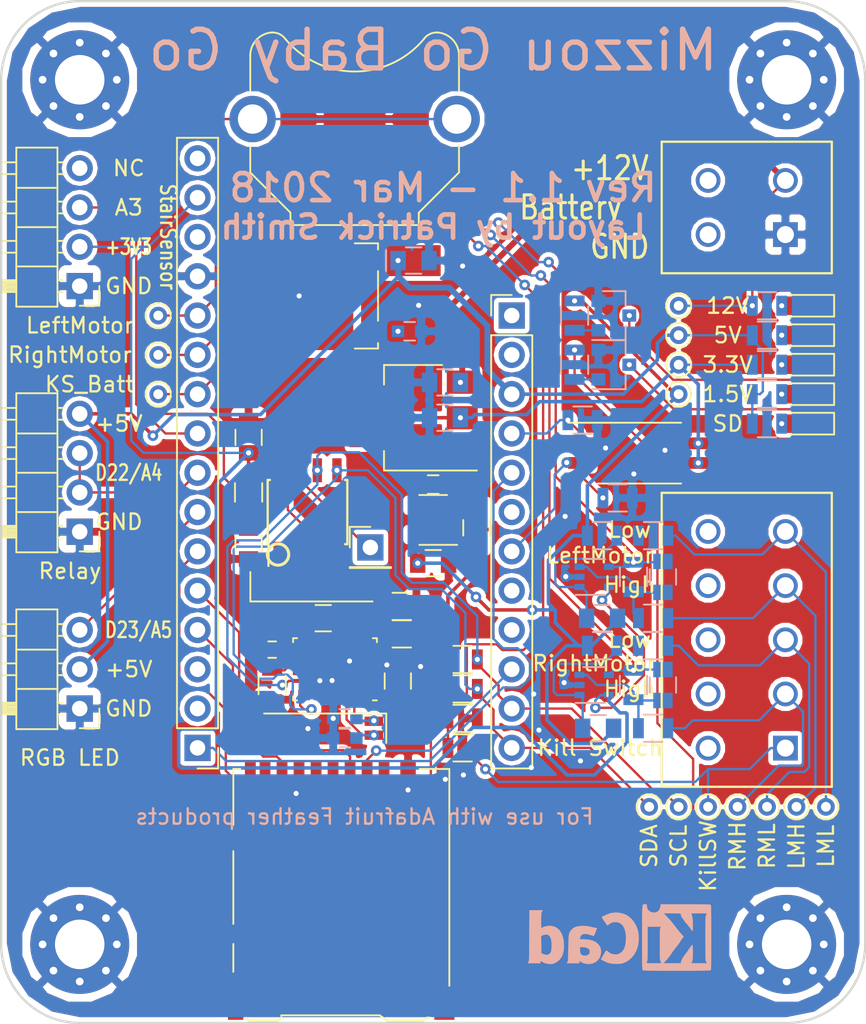
<source format=kicad_pcb>
(kicad_pcb (version 4) (host pcbnew 4.0.7)

  (general
    (links 0)
    (no_connects 10)
    (area 101.524999 63.424999 157.555001 129.615001)
    (thickness 1.6)
    (drawings 45)
    (tracks 697)
    (zones 0)
    (modules 89)
    (nets 68)
  )

  (page A4)
  (layers
    (0 F.Cu signal hide)
    (31 B.Cu signal hide)
    (32 B.Adhes user hide)
    (33 F.Adhes user hide)
    (34 B.Paste user hide)
    (35 F.Paste user hide)
    (36 B.SilkS user)
    (37 F.SilkS user)
    (38 B.Mask user)
    (39 F.Mask user)
    (40 Dwgs.User user)
    (41 Cmts.User user hide)
    (42 Eco1.User user hide)
    (43 Eco2.User user hide)
    (44 Edge.Cuts user)
    (45 Margin user hide)
    (46 B.CrtYd user hide)
    (47 F.CrtYd user hide)
    (48 B.Fab user hide)
    (49 F.Fab user hide)
  )

  (setup
    (last_trace_width 0.2286)
    (user_trace_width 0.2286)
    (user_trace_width 0.381)
    (trace_clearance 0.254)
    (zone_clearance 0.3)
    (zone_45_only no)
    (trace_min 0.1524)
    (segment_width 0.2)
    (edge_width 0.15)
    (via_size 0.6858)
    (via_drill 0.3302)
    (via_min_size 0.6858)
    (via_min_drill 0.3302)
    (uvia_size 0.254)
    (uvia_drill 0)
    (uvias_allowed no)
    (uvia_min_size 0)
    (uvia_min_drill 0)
    (pcb_text_width 0.3)
    (pcb_text_size 1.5 1.5)
    (mod_edge_width 0.15)
    (mod_text_size 1 1)
    (mod_text_width 0.15)
    (pad_size 0.6 0.6)
    (pad_drill 0.3)
    (pad_to_mask_clearance 0.2)
    (aux_axis_origin 0 0)
    (visible_elements 7FFFDE79)
    (pcbplotparams
      (layerselection 0x00030_80000001)
      (usegerberextensions false)
      (excludeedgelayer true)
      (linewidth 0.100000)
      (plotframeref false)
      (viasonmask false)
      (mode 1)
      (useauxorigin false)
      (hpglpennumber 1)
      (hpglpenspeed 20)
      (hpglpendiameter 15)
      (hpglpenoverlay 2)
      (psnegative false)
      (psa4output false)
      (plotreference true)
      (plotvalue true)
      (plotinvisibletext false)
      (padsonsilk false)
      (subtractmaskfromsilk false)
      (outputformat 4)
      (mirror false)
      (drillshape 0)
      (scaleselection 1)
      (outputdirectory ""))
  )

  (net 0 "")
  (net 1 "Net-(BT1-Pad1)")
  (net 2 GND)
  (net 3 +3V3)
  (net 4 "Net-(C2-Pad1)")
  (net 5 "Net-(C3-Pad1)")
  (net 6 "Net-(C4-Pad1)")
  (net 7 "Net-(C5-Pad1)")
  (net 8 +12V)
  (net 9 +5V)
  (net 10 "Net-(C11-Pad1)")
  (net 11 +1V5)
  (net 12 "Net-(D1-Pad2)")
  (net 13 "Net-(D2-Pad2)")
  (net 14 "Net-(D3-Pad2)")
  (net 15 "Net-(D4-Pad2)")
  (net 16 "Net-(D4-Pad1)")
  (net 17 "Net-(D6-Pad2)")
  (net 18 "Net-(D6-Pad1)")
  (net 19 /3_SCL)
  (net 20 /PS0_3V)
  (net 21 /PS1_3V)
  (net 22 /2_SDA)
  (net 23 "Net-(G1-Pad7)")
  (net 24 "Net-(G1-Pad8)")
  (net 25 /INT_3V)
  (net 26 /I2CADDR_3V)
  (net 27 "Net-(J1-Pad9)")
  (net 28 "Net-(J1-Pad8)")
  (net 29 "Net-(J1-Pad1)")
  (net 30 /5)
  (net 31 /MOSI)
  (net 32 /SCK)
  (net 33 /MISO)
  (net 34 "Net-(J1-Pad10)")
  (net 35 /INT1)
  (net 36 /KillSW_Batt_12V)
  (net 37 /12)
  (net 38 /1)
  (net 39 /0)
  (net 40 /A5)
  (net 41 /A4)
  (net 42 /A3)
  (net 43 /A2)
  (net 44 /A1)
  (net 45 /A0)
  (net 46 /AREF)
  (net 47 /RST)
  (net 48 /6)
  (net 49 /11)
  (net 50 /10)
  (net 51 /13)
  (net 52 VBAT)
  (net 53 /9_UART_RXD)
  (net 54 "Net-(Q1-Pad1)")
  (net 55 "Net-(Q3-Pad1)")
  (net 56 "Net-(U1-Pad1)")
  (net 57 "Net-(U1-Pad2)")
  (net 58 "Net-(C14-Pad2)")
  (net 59 "Net-(C15-Pad2)")
  (net 60 "Net-(C16-Pad2)")
  (net 61 "Net-(C17-Pad2)")
  (net 62 /RightMotorHi)
  (net 63 /RightMotorLow)
  (net 64 /LeftMotorHi)
  (net 65 /LeftMotorLow)
  (net 66 /EN)
  (net 67 "Net-(J6-Pad4)")

  (net_class Default "This is the default net class."
    (clearance 0.254)
    (trace_width 0.1524)
    (via_dia 0.6858)
    (via_drill 0.3302)
    (uvia_dia 0.254)
    (uvia_drill 0)
    (add_net +12V)
    (add_net +1V5)
    (add_net +3V3)
    (add_net +5V)
    (add_net /0)
    (add_net /1)
    (add_net /10)
    (add_net /11)
    (add_net /12)
    (add_net /13)
    (add_net /2_SDA)
    (add_net /3_SCL)
    (add_net /5)
    (add_net /6)
    (add_net /9_UART_RXD)
    (add_net /A0)
    (add_net /A1)
    (add_net /A2)
    (add_net /A3)
    (add_net /A4)
    (add_net /A5)
    (add_net /AREF)
    (add_net /EN)
    (add_net /I2CADDR_3V)
    (add_net /INT1)
    (add_net /INT_3V)
    (add_net /KillSW_Batt_12V)
    (add_net /LeftMotorHi)
    (add_net /LeftMotorLow)
    (add_net /MISO)
    (add_net /MOSI)
    (add_net /PS0_3V)
    (add_net /PS1_3V)
    (add_net /RST)
    (add_net /RightMotorHi)
    (add_net /RightMotorLow)
    (add_net /SCK)
    (add_net GND)
    (add_net "Net-(BT1-Pad1)")
    (add_net "Net-(C11-Pad1)")
    (add_net "Net-(C14-Pad2)")
    (add_net "Net-(C15-Pad2)")
    (add_net "Net-(C16-Pad2)")
    (add_net "Net-(C17-Pad2)")
    (add_net "Net-(C2-Pad1)")
    (add_net "Net-(C3-Pad1)")
    (add_net "Net-(C4-Pad1)")
    (add_net "Net-(C5-Pad1)")
    (add_net "Net-(D1-Pad2)")
    (add_net "Net-(D2-Pad2)")
    (add_net "Net-(D3-Pad2)")
    (add_net "Net-(D4-Pad1)")
    (add_net "Net-(D4-Pad2)")
    (add_net "Net-(D6-Pad1)")
    (add_net "Net-(D6-Pad2)")
    (add_net "Net-(G1-Pad7)")
    (add_net "Net-(G1-Pad8)")
    (add_net "Net-(J1-Pad1)")
    (add_net "Net-(J1-Pad10)")
    (add_net "Net-(J1-Pad8)")
    (add_net "Net-(J1-Pad9)")
    (add_net "Net-(J6-Pad4)")
    (add_net "Net-(Q1-Pad1)")
    (add_net "Net-(Q3-Pad1)")
    (add_net "Net-(U1-Pad1)")
    (add_net "Net-(U1-Pad2)")
    (add_net VBAT)
  )

  (module Resistors_SMD:R_0805 (layer B.Cu) (tedit 5A8B79F8) (tstamp 5A8B77D3)
    (at 142.494 107.696 90)
    (descr "Resistor SMD 0805, reflow soldering, Vishay (see dcrcw.pdf)")
    (tags "resistor 0805")
    (path /5A8C5EE8)
    (attr smd)
    (fp_text reference R30 (at 0 1.65 90) (layer B.Fab)
      (effects (font (size 1 1) (thickness 0.15)) (justify mirror))
    )
    (fp_text value 4.7k (at 0 -1.75 90) (layer B.Fab)
      (effects (font (size 1 1) (thickness 0.15)) (justify mirror))
    )
    (fp_text user %R (at 0 0 90) (layer B.Fab)
      (effects (font (size 0.5 0.5) (thickness 0.075)) (justify mirror))
    )
    (fp_line (start -1 -0.62) (end -1 0.62) (layer B.Fab) (width 0.1))
    (fp_line (start 1 -0.62) (end -1 -0.62) (layer B.Fab) (width 0.1))
    (fp_line (start 1 0.62) (end 1 -0.62) (layer B.Fab) (width 0.1))
    (fp_line (start -1 0.62) (end 1 0.62) (layer B.Fab) (width 0.1))
    (fp_line (start 0.6 -0.88) (end -0.6 -0.88) (layer B.SilkS) (width 0.12))
    (fp_line (start -0.6 0.88) (end 0.6 0.88) (layer B.SilkS) (width 0.12))
    (fp_line (start -1.55 0.9) (end 1.55 0.9) (layer B.CrtYd) (width 0.05))
    (fp_line (start -1.55 0.9) (end -1.55 -0.9) (layer B.CrtYd) (width 0.05))
    (fp_line (start 1.55 -0.9) (end 1.55 0.9) (layer B.CrtYd) (width 0.05))
    (fp_line (start 1.55 -0.9) (end -1.55 -0.9) (layer B.CrtYd) (width 0.05))
    (pad 1 smd rect (at -0.95 0 90) (size 0.7 1.3) (layers B.Cu B.Paste B.Mask)
      (net 60 "Net-(C16-Pad2)"))
    (pad 2 smd rect (at 0.95 0 90) (size 0.7 1.3) (layers B.Cu B.Paste B.Mask)
      (net 44 /A1))
    (model ${KISYS3DMOD}/Resistors_SMD.3dshapes/R_0805.wrl
      (at (xyz 0 0 0))
      (scale (xyz 1 1 1))
      (rotate (xyz 0 0 0))
    )
  )

  (module Battery_Holders:Keystone_3001_1x12mm-CoinCell (layer F.Cu) (tedit 5A88A837) (tstamp 5A878947)
    (at 124.46 71.12 180)
    (descr http://www.keyelco.com/product-pdf.cfm?p=778)
    (tags "Keystone type 3001 coin cell retainer")
    (path /5A8163BE)
    (fp_text reference BT1 (at 0 -8 180) (layer F.Fab)
      (effects (font (size 1 1) (thickness 0.15)))
    )
    (fp_text value CR1220 (at 0 7.5 180) (layer F.Fab)
      (effects (font (size 1 1) (thickness 0.15)))
    )
    (fp_arc (start 0 0) (end 0 6.75) (angle 36.6) (layer F.CrtYd) (width 0.05))
    (fp_arc (start 0.11 9.15) (end 4.22 5.65) (angle -3.1) (layer F.CrtYd) (width 0.05))
    (fp_arc (start 0.11 9.15) (end -4.22 5.65) (angle 3.1) (layer F.CrtYd) (width 0.05))
    (fp_arc (start 0 0) (end 0 6.75) (angle -36.6) (layer F.CrtYd) (width 0.05))
    (fp_arc (start 5.25 4.1) (end 5.3 6.1) (angle -90) (layer F.CrtYd) (width 0.05))
    (fp_arc (start 5.29 4.6) (end 4.22 5.65) (angle -54.1) (layer F.CrtYd) (width 0.05))
    (fp_arc (start -5.29 4.6) (end -4.22 5.65) (angle 54.1) (layer F.CrtYd) (width 0.05))
    (fp_arc (start 6.6 0) (end 7.25 1.95) (angle -143) (layer F.CrtYd) (width 0.05))
    (fp_arc (start -6.6 0) (end -7.25 1.95) (angle 143) (layer F.CrtYd) (width 0.05))
    (fp_circle (center 0 0) (end 0 6.25) (layer Dwgs.User) (width 0.15))
    (fp_arc (start 5.29 4.6) (end 4.5 5.2) (angle -60) (layer F.SilkS) (width 0.12))
    (fp_arc (start -5.29 4.6) (end -4.5 5.2) (angle 60) (layer F.SilkS) (width 0.12))
    (fp_arc (start 0 8.9) (end -4.5 5.2) (angle 101) (layer F.SilkS) (width 0.12))
    (fp_arc (start 5.29 4.6) (end 4.6 5.1) (angle -60) (layer F.Fab) (width 0.1))
    (fp_arc (start -5.29 4.6) (end -4.6 5.1) (angle 60) (layer F.Fab) (width 0.1))
    (fp_arc (start 0 8.9) (end -4.6 5.1) (angle 101) (layer F.Fab) (width 0.1))
    (fp_arc (start 5.25 4.1) (end 5.3 5.6) (angle -90) (layer F.SilkS) (width 0.12))
    (fp_arc (start -5.25 4.1) (end -5.3 5.6) (angle 90) (layer F.SilkS) (width 0.12))
    (fp_arc (start -5.25 4.1) (end -5.3 6.1) (angle 90) (layer F.CrtYd) (width 0.05))
    (fp_line (start -7.25 1.95) (end -7.25 4.1) (layer F.CrtYd) (width 0.05))
    (fp_line (start 7.25 1.95) (end 7.25 4.1) (layer F.CrtYd) (width 0.05))
    (fp_line (start 6.75 1.8) (end 6.75 4.1) (layer F.SilkS) (width 0.12))
    (fp_line (start -6.75 1.8) (end -6.75 4.1) (layer F.SilkS) (width 0.12))
    (fp_arc (start 5.25 4.1) (end 5.3 5.45) (angle -90) (layer F.Fab) (width 0.1))
    (fp_line (start 7.25 -1.95) (end 7.25 -3.8) (layer F.CrtYd) (width 0.05))
    (fp_line (start 7.25 -3.8) (end 4.65 -6.4) (layer F.CrtYd) (width 0.05))
    (fp_line (start 4.65 -6.4) (end 4.65 -7.35) (layer F.CrtYd) (width 0.05))
    (fp_line (start -4.65 -7.35) (end 4.65 -7.35) (layer F.CrtYd) (width 0.05))
    (fp_line (start -4.65 -6.4) (end -4.65 -7.35) (layer F.CrtYd) (width 0.05))
    (fp_line (start -7.25 -3.8) (end -4.65 -6.4) (layer F.CrtYd) (width 0.05))
    (fp_line (start -7.25 -1.95) (end -7.25 -3.8) (layer F.CrtYd) (width 0.05))
    (fp_line (start -6.75 -1.8) (end -6.75 -3.45) (layer F.SilkS) (width 0.12))
    (fp_line (start -6.75 -3.45) (end -4.15 -6.05) (layer F.SilkS) (width 0.12))
    (fp_line (start -4.15 -6.05) (end -4.15 -6.85) (layer F.SilkS) (width 0.12))
    (fp_line (start -4.15 -6.85) (end 4.15 -6.85) (layer F.SilkS) (width 0.12))
    (fp_line (start 4.15 -6.85) (end 4.15 -6.05) (layer F.SilkS) (width 0.12))
    (fp_line (start 4.15 -6.05) (end 6.75 -3.45) (layer F.SilkS) (width 0.12))
    (fp_line (start 6.75 -3.45) (end 6.75 -1.8) (layer F.SilkS) (width 0.12))
    (fp_arc (start -5.25 4.1) (end -5.3 5.45) (angle 90) (layer F.Fab) (width 0.1))
    (fp_line (start 6.6 -3.4) (end 6.6 4.1) (layer F.Fab) (width 0.1))
    (fp_line (start -6.6 -3.4) (end -6.6 4.1) (layer F.Fab) (width 0.1))
    (fp_line (start 4 -6) (end 6.6 -3.4) (layer F.Fab) (width 0.1))
    (fp_line (start -4 -6) (end -6.6 -3.4) (layer F.Fab) (width 0.1))
    (fp_line (start 4 -6.7) (end 4 -6) (layer F.Fab) (width 0.1))
    (fp_line (start -4 -6.7) (end -4 -6) (layer F.Fab) (width 0.1))
    (fp_line (start -4 -6.7) (end 4 -6.7) (layer F.Fab) (width 0.1))
    (pad 1 thru_hole circle (at -6.6 0 180) (size 3 3) (drill 1.9) (layers *.Cu *.Mask)
      (net 1 "Net-(BT1-Pad1)"))
    (pad 1 thru_hole circle (at 6.6 0 180) (size 3 3) (drill 1.9) (layers *.Cu *.Mask)
      (net 1 "Net-(BT1-Pad1)"))
    (pad 2 smd rect (at 0 0 180) (size 4 4) (layers F.Cu F.Mask)
      (net 2 GND))
    (model Battery_Holders.3dshapes/Keystone_3001_1x12mm-CoinCell.wrl
      (at (xyz 0 0 0.11))
      (scale (xyz 4 4 4))
      (rotate (xyz 0 0 180))
    )
  )

  (module Capacitors_SMD:C_0603 (layer B.Cu) (tedit 5A88A7D8) (tstamp 5A878959)
    (at 123.825 109.855 180)
    (descr "Capacitor SMD 0603, reflow soldering, AVX (see smccp.pdf)")
    (tags "capacitor 0603")
    (path /5A7BFFEC)
    (attr smd)
    (fp_text reference C3 (at 0 1.5 180) (layer B.Fab)
      (effects (font (size 1 1) (thickness 0.15)) (justify mirror))
    )
    (fp_text value 7pF (at 0 -1.5 180) (layer B.Fab)
      (effects (font (size 1 1) (thickness 0.15)) (justify mirror))
    )
    (fp_line (start 1.4 -0.65) (end -1.4 -0.65) (layer B.CrtYd) (width 0.05))
    (fp_line (start 1.4 -0.65) (end 1.4 0.65) (layer B.CrtYd) (width 0.05))
    (fp_line (start -1.4 0.65) (end -1.4 -0.65) (layer B.CrtYd) (width 0.05))
    (fp_line (start -1.4 0.65) (end 1.4 0.65) (layer B.CrtYd) (width 0.05))
    (fp_line (start 0.35 -0.6) (end -0.35 -0.6) (layer B.SilkS) (width 0.12))
    (fp_line (start -0.35 0.6) (end 0.35 0.6) (layer B.SilkS) (width 0.12))
    (fp_line (start -0.8 0.4) (end 0.8 0.4) (layer B.Fab) (width 0.1))
    (fp_line (start 0.8 0.4) (end 0.8 -0.4) (layer B.Fab) (width 0.1))
    (fp_line (start 0.8 -0.4) (end -0.8 -0.4) (layer B.Fab) (width 0.1))
    (fp_line (start -0.8 -0.4) (end -0.8 0.4) (layer B.Fab) (width 0.1))
    (fp_text user %R (at 0 0 180) (layer B.Fab)
      (effects (font (size 0.3 0.3) (thickness 0.075)) (justify mirror))
    )
    (pad 2 smd rect (at 0.75 0 180) (size 0.8 0.75) (layers B.Cu B.Paste B.Mask)
      (net 2 GND))
    (pad 1 smd rect (at -0.75 0 180) (size 0.8 0.75) (layers B.Cu B.Paste B.Mask)
      (net 5 "Net-(C3-Pad1)"))
    (model Capacitors_SMD.3dshapes/C_0603.wrl
      (at (xyz 0 0 0))
      (scale (xyz 1 1 1))
      (rotate (xyz 0 0 0))
    )
  )

  (module Capacitors_SMD:C_0603 (layer B.Cu) (tedit 5A88A7D4) (tstamp 5A87895F)
    (at 123.825 111.125 180)
    (descr "Capacitor SMD 0603, reflow soldering, AVX (see smccp.pdf)")
    (tags "capacitor 0603")
    (path /5A7C002C)
    (attr smd)
    (fp_text reference C4 (at 0 1.5 180) (layer B.Fab)
      (effects (font (size 1 1) (thickness 0.15)) (justify mirror))
    )
    (fp_text value 7pF (at 0 -1.5 180) (layer B.Fab)
      (effects (font (size 1 1) (thickness 0.15)) (justify mirror))
    )
    (fp_line (start 1.4 -0.65) (end -1.4 -0.65) (layer B.CrtYd) (width 0.05))
    (fp_line (start 1.4 -0.65) (end 1.4 0.65) (layer B.CrtYd) (width 0.05))
    (fp_line (start -1.4 0.65) (end -1.4 -0.65) (layer B.CrtYd) (width 0.05))
    (fp_line (start -1.4 0.65) (end 1.4 0.65) (layer B.CrtYd) (width 0.05))
    (fp_line (start 0.35 -0.6) (end -0.35 -0.6) (layer B.SilkS) (width 0.12))
    (fp_line (start -0.35 0.6) (end 0.35 0.6) (layer B.SilkS) (width 0.12))
    (fp_line (start -0.8 0.4) (end 0.8 0.4) (layer B.Fab) (width 0.1))
    (fp_line (start 0.8 0.4) (end 0.8 -0.4) (layer B.Fab) (width 0.1))
    (fp_line (start 0.8 -0.4) (end -0.8 -0.4) (layer B.Fab) (width 0.1))
    (fp_line (start -0.8 -0.4) (end -0.8 0.4) (layer B.Fab) (width 0.1))
    (fp_text user %R (at 0 0 180) (layer B.Fab)
      (effects (font (size 0.3 0.3) (thickness 0.075)) (justify mirror))
    )
    (pad 2 smd rect (at 0.75 0 180) (size 0.8 0.75) (layers B.Cu B.Paste B.Mask)
      (net 2 GND))
    (pad 1 smd rect (at -0.75 0 180) (size 0.8 0.75) (layers B.Cu B.Paste B.Mask)
      (net 6 "Net-(C4-Pad1)"))
    (model Capacitors_SMD.3dshapes/C_0603.wrl
      (at (xyz 0 0 0))
      (scale (xyz 1 1 1))
      (rotate (xyz 0 0 0))
    )
  )

  (module Capacitors_SMD:C_0805 (layer F.Cu) (tedit 5A88A811) (tstamp 5A878965)
    (at 117.602 98.552 270)
    (descr "Capacitor SMD 0805, reflow soldering, AVX (see smccp.pdf)")
    (tags "capacitor 0805")
    (path /5A816B3D)
    (attr smd)
    (fp_text reference C5 (at 0 -1.5 270) (layer F.Fab)
      (effects (font (size 1 1) (thickness 0.15)))
    )
    (fp_text value 10uF (at 0 1.75 270) (layer F.Fab)
      (effects (font (size 1 1) (thickness 0.15)))
    )
    (fp_text user %R (at 0 -1.5 270) (layer F.Fab)
      (effects (font (size 1 1) (thickness 0.15)))
    )
    (fp_line (start -1 0.62) (end -1 -0.62) (layer F.Fab) (width 0.1))
    (fp_line (start 1 0.62) (end -1 0.62) (layer F.Fab) (width 0.1))
    (fp_line (start 1 -0.62) (end 1 0.62) (layer F.Fab) (width 0.1))
    (fp_line (start -1 -0.62) (end 1 -0.62) (layer F.Fab) (width 0.1))
    (fp_line (start 0.5 -0.85) (end -0.5 -0.85) (layer F.SilkS) (width 0.12))
    (fp_line (start -0.5 0.85) (end 0.5 0.85) (layer F.SilkS) (width 0.12))
    (fp_line (start -1.75 -0.88) (end 1.75 -0.88) (layer F.CrtYd) (width 0.05))
    (fp_line (start -1.75 -0.88) (end -1.75 0.87) (layer F.CrtYd) (width 0.05))
    (fp_line (start 1.75 0.87) (end 1.75 -0.88) (layer F.CrtYd) (width 0.05))
    (fp_line (start 1.75 0.87) (end -1.75 0.87) (layer F.CrtYd) (width 0.05))
    (pad 1 smd rect (at -1 0 270) (size 1 1.25) (layers F.Cu F.Paste F.Mask)
      (net 7 "Net-(C5-Pad1)"))
    (pad 2 smd rect (at 1 0 270) (size 1 1.25) (layers F.Cu F.Paste F.Mask)
      (net 2 GND))
    (model Capacitors_SMD.3dshapes/C_0805.wrl
      (at (xyz 0 0 0))
      (scale (xyz 1 1 1))
      (rotate (xyz 0 0 0))
    )
  )

  (module Capacitors_SMD:C_0805 (layer F.Cu) (tedit 5A88A81D) (tstamp 5A87896B)
    (at 117.602 91.694 90)
    (descr "Capacitor SMD 0805, reflow soldering, AVX (see smccp.pdf)")
    (tags "capacitor 0805")
    (path /5A816BC7)
    (attr smd)
    (fp_text reference C6 (at 0 -1.5 90) (layer F.Fab)
      (effects (font (size 1 1) (thickness 0.15)))
    )
    (fp_text value 10uF (at 0 1.75 90) (layer F.Fab)
      (effects (font (size 1 1) (thickness 0.15)))
    )
    (fp_text user %R (at 0 -1.5 90) (layer F.Fab)
      (effects (font (size 1 1) (thickness 0.15)))
    )
    (fp_line (start -1 0.62) (end -1 -0.62) (layer F.Fab) (width 0.1))
    (fp_line (start 1 0.62) (end -1 0.62) (layer F.Fab) (width 0.1))
    (fp_line (start 1 -0.62) (end 1 0.62) (layer F.Fab) (width 0.1))
    (fp_line (start -1 -0.62) (end 1 -0.62) (layer F.Fab) (width 0.1))
    (fp_line (start 0.5 -0.85) (end -0.5 -0.85) (layer F.SilkS) (width 0.12))
    (fp_line (start -0.5 0.85) (end 0.5 0.85) (layer F.SilkS) (width 0.12))
    (fp_line (start -1.75 -0.88) (end 1.75 -0.88) (layer F.CrtYd) (width 0.05))
    (fp_line (start -1.75 -0.88) (end -1.75 0.87) (layer F.CrtYd) (width 0.05))
    (fp_line (start 1.75 0.87) (end 1.75 -0.88) (layer F.CrtYd) (width 0.05))
    (fp_line (start 1.75 0.87) (end -1.75 0.87) (layer F.CrtYd) (width 0.05))
    (pad 1 smd rect (at -1 0 90) (size 1 1.25) (layers F.Cu F.Paste F.Mask)
      (net 3 +3V3))
    (pad 2 smd rect (at 1 0 90) (size 1 1.25) (layers F.Cu F.Paste F.Mask)
      (net 2 GND))
    (model Capacitors_SMD.3dshapes/C_0805.wrl
      (at (xyz 0 0 0))
      (scale (xyz 1 1 1))
      (rotate (xyz 0 0 0))
    )
  )

  (module Capacitors_SMD:C_0603 (layer B.Cu) (tedit 5A88A823) (tstamp 5A878971)
    (at 128.016 84.836)
    (descr "Capacitor SMD 0603, reflow soldering, AVX (see smccp.pdf)")
    (tags "capacitor 0603")
    (path /5A888210)
    (attr smd)
    (fp_text reference C7 (at 0 1.5) (layer B.Fab)
      (effects (font (size 1 1) (thickness 0.15)) (justify mirror))
    )
    (fp_text value 0.33uF (at 0 -1.5) (layer B.Fab)
      (effects (font (size 1 1) (thickness 0.15)) (justify mirror))
    )
    (fp_line (start 1.4 -0.65) (end -1.4 -0.65) (layer B.CrtYd) (width 0.05))
    (fp_line (start 1.4 -0.65) (end 1.4 0.65) (layer B.CrtYd) (width 0.05))
    (fp_line (start -1.4 0.65) (end -1.4 -0.65) (layer B.CrtYd) (width 0.05))
    (fp_line (start -1.4 0.65) (end 1.4 0.65) (layer B.CrtYd) (width 0.05))
    (fp_line (start 0.35 -0.6) (end -0.35 -0.6) (layer B.SilkS) (width 0.12))
    (fp_line (start -0.35 0.6) (end 0.35 0.6) (layer B.SilkS) (width 0.12))
    (fp_line (start -0.8 0.4) (end 0.8 0.4) (layer B.Fab) (width 0.1))
    (fp_line (start 0.8 0.4) (end 0.8 -0.4) (layer B.Fab) (width 0.1))
    (fp_line (start 0.8 -0.4) (end -0.8 -0.4) (layer B.Fab) (width 0.1))
    (fp_line (start -0.8 -0.4) (end -0.8 0.4) (layer B.Fab) (width 0.1))
    (fp_text user %R (at 0 0) (layer B.Fab)
      (effects (font (size 0.3 0.3) (thickness 0.075)) (justify mirror))
    )
    (pad 2 smd rect (at 0.75 0) (size 0.8 0.75) (layers B.Cu B.Paste B.Mask)
      (net 2 GND))
    (pad 1 smd rect (at -0.75 0) (size 0.8 0.75) (layers B.Cu B.Paste B.Mask)
      (net 8 +12V))
    (model Capacitors_SMD.3dshapes/C_0603.wrl
      (at (xyz 0 0 0))
      (scale (xyz 1 1 1))
      (rotate (xyz 0 0 0))
    )
  )

  (module Capacitors_SMD:C_0805 (layer B.Cu) (tedit 5A88A9EE) (tstamp 5A87897D)
    (at 130.302 88.138 180)
    (descr "Capacitor SMD 0805, reflow soldering, AVX (see smccp.pdf)")
    (tags "capacitor 0805")
    (path /5ABBF788)
    (attr smd)
    (fp_text reference C9 (at 0 1.5 180) (layer B.Fab)
      (effects (font (size 1 1) (thickness 0.15)) (justify mirror))
    )
    (fp_text value 4.7uF (at 0 -1.75 180) (layer B.Fab)
      (effects (font (size 1 1) (thickness 0.15)) (justify mirror))
    )
    (fp_text user %R (at 0 1.5 180) (layer B.Fab)
      (effects (font (size 1 1) (thickness 0.15)) (justify mirror))
    )
    (fp_line (start -1 -0.62) (end -1 0.62) (layer B.Fab) (width 0.1))
    (fp_line (start 1 -0.62) (end -1 -0.62) (layer B.Fab) (width 0.1))
    (fp_line (start 1 0.62) (end 1 -0.62) (layer B.Fab) (width 0.1))
    (fp_line (start -1 0.62) (end 1 0.62) (layer B.Fab) (width 0.1))
    (fp_line (start 0.5 0.85) (end -0.5 0.85) (layer B.SilkS) (width 0.12))
    (fp_line (start -0.5 -0.85) (end 0.5 -0.85) (layer B.SilkS) (width 0.12))
    (fp_line (start -1.75 0.88) (end 1.75 0.88) (layer B.CrtYd) (width 0.05))
    (fp_line (start -1.75 0.88) (end -1.75 -0.87) (layer B.CrtYd) (width 0.05))
    (fp_line (start 1.75 -0.87) (end 1.75 0.88) (layer B.CrtYd) (width 0.05))
    (fp_line (start 1.75 -0.87) (end -1.75 -0.87) (layer B.CrtYd) (width 0.05))
    (pad 1 smd rect (at -1 0 180) (size 1 1.25) (layers B.Cu B.Paste B.Mask)
      (net 8 +12V))
    (pad 2 smd rect (at 1 0 180) (size 1 1.25) (layers B.Cu B.Paste B.Mask)
      (net 2 GND))
    (model Capacitors_SMD.3dshapes/C_0805.wrl
      (at (xyz 0 0 0))
      (scale (xyz 1 1 1))
      (rotate (xyz 0 0 0))
    )
  )

  (module Capacitors_SMD:C_0805 (layer B.Cu) (tedit 5A88A9F1) (tstamp 5A878983)
    (at 130.302 90.424 180)
    (descr "Capacitor SMD 0805, reflow soldering, AVX (see smccp.pdf)")
    (tags "capacitor 0805")
    (path /5ABBF981)
    (attr smd)
    (fp_text reference C10 (at 0 1.5 180) (layer B.Fab)
      (effects (font (size 1 1) (thickness 0.15)) (justify mirror))
    )
    (fp_text value 4.7uF (at 0 -1.75 180) (layer B.Fab)
      (effects (font (size 1 1) (thickness 0.15)) (justify mirror))
    )
    (fp_text user %R (at 0 1.5 180) (layer B.Fab)
      (effects (font (size 1 1) (thickness 0.15)) (justify mirror))
    )
    (fp_line (start -1 -0.62) (end -1 0.62) (layer B.Fab) (width 0.1))
    (fp_line (start 1 -0.62) (end -1 -0.62) (layer B.Fab) (width 0.1))
    (fp_line (start 1 0.62) (end 1 -0.62) (layer B.Fab) (width 0.1))
    (fp_line (start -1 0.62) (end 1 0.62) (layer B.Fab) (width 0.1))
    (fp_line (start 0.5 0.85) (end -0.5 0.85) (layer B.SilkS) (width 0.12))
    (fp_line (start -0.5 -0.85) (end 0.5 -0.85) (layer B.SilkS) (width 0.12))
    (fp_line (start -1.75 0.88) (end 1.75 0.88) (layer B.CrtYd) (width 0.05))
    (fp_line (start -1.75 0.88) (end -1.75 -0.87) (layer B.CrtYd) (width 0.05))
    (fp_line (start 1.75 -0.87) (end 1.75 0.88) (layer B.CrtYd) (width 0.05))
    (fp_line (start 1.75 -0.87) (end -1.75 -0.87) (layer B.CrtYd) (width 0.05))
    (pad 1 smd rect (at -1 0 180) (size 1 1.25) (layers B.Cu B.Paste B.Mask)
      (net 3 +3V3))
    (pad 2 smd rect (at 1 0 180) (size 1 1.25) (layers B.Cu B.Paste B.Mask)
      (net 2 GND))
    (model Capacitors_SMD.3dshapes/C_0805.wrl
      (at (xyz 0 0 0))
      (scale (xyz 1 1 1))
      (rotate (xyz 0 0 0))
    )
  )

  (module Capacitors_SMD:C_0603 (layer F.Cu) (tedit 5A88AA0B) (tstamp 5A878989)
    (at 129.54 94.742)
    (descr "Capacitor SMD 0603, reflow soldering, AVX (see smccp.pdf)")
    (tags "capacitor 0603")
    (path /5A85B2D1)
    (attr smd)
    (fp_text reference C11 (at 0 -1.5) (layer F.Fab)
      (effects (font (size 1 1) (thickness 0.15)))
    )
    (fp_text value 10nF (at 0 1.5) (layer F.Fab)
      (effects (font (size 1 1) (thickness 0.15)))
    )
    (fp_line (start 1.4 0.65) (end -1.4 0.65) (layer F.CrtYd) (width 0.05))
    (fp_line (start 1.4 0.65) (end 1.4 -0.65) (layer F.CrtYd) (width 0.05))
    (fp_line (start -1.4 -0.65) (end -1.4 0.65) (layer F.CrtYd) (width 0.05))
    (fp_line (start -1.4 -0.65) (end 1.4 -0.65) (layer F.CrtYd) (width 0.05))
    (fp_line (start 0.35 0.6) (end -0.35 0.6) (layer F.SilkS) (width 0.12))
    (fp_line (start -0.35 -0.6) (end 0.35 -0.6) (layer F.SilkS) (width 0.12))
    (fp_line (start -0.8 -0.4) (end 0.8 -0.4) (layer F.Fab) (width 0.1))
    (fp_line (start 0.8 -0.4) (end 0.8 0.4) (layer F.Fab) (width 0.1))
    (fp_line (start 0.8 0.4) (end -0.8 0.4) (layer F.Fab) (width 0.1))
    (fp_line (start -0.8 0.4) (end -0.8 -0.4) (layer F.Fab) (width 0.1))
    (fp_text user %R (at 0 0) (layer F.Fab)
      (effects (font (size 0.3 0.3) (thickness 0.075)))
    )
    (pad 2 smd rect (at 0.75 0) (size 0.8 0.75) (layers F.Cu F.Paste F.Mask)
      (net 2 GND))
    (pad 1 smd rect (at -0.75 0) (size 0.8 0.75) (layers F.Cu F.Paste F.Mask)
      (net 10 "Net-(C11-Pad1)"))
    (model Capacitors_SMD.3dshapes/C_0603.wrl
      (at (xyz 0 0 0))
      (scale (xyz 1 1 1))
      (rotate (xyz 0 0 0))
    )
  )

  (module Capacitors_SMD:C_0805 (layer F.Cu) (tedit 5A88AA07) (tstamp 5A87898F)
    (at 132.334 97.536 270)
    (descr "Capacitor SMD 0805, reflow soldering, AVX (see smccp.pdf)")
    (tags "capacitor 0805")
    (path /5A85CEAD)
    (attr smd)
    (fp_text reference C12 (at 0 -1.5 270) (layer F.Fab)
      (effects (font (size 1 1) (thickness 0.15)))
    )
    (fp_text value 1uF (at 0 1.75 270) (layer F.Fab)
      (effects (font (size 1 1) (thickness 0.15)))
    )
    (fp_text user %R (at 0 -1.5 270) (layer F.Fab)
      (effects (font (size 1 1) (thickness 0.15)))
    )
    (fp_line (start -1 0.62) (end -1 -0.62) (layer F.Fab) (width 0.1))
    (fp_line (start 1 0.62) (end -1 0.62) (layer F.Fab) (width 0.1))
    (fp_line (start 1 -0.62) (end 1 0.62) (layer F.Fab) (width 0.1))
    (fp_line (start -1 -0.62) (end 1 -0.62) (layer F.Fab) (width 0.1))
    (fp_line (start 0.5 -0.85) (end -0.5 -0.85) (layer F.SilkS) (width 0.12))
    (fp_line (start -0.5 0.85) (end 0.5 0.85) (layer F.SilkS) (width 0.12))
    (fp_line (start -1.75 -0.88) (end 1.75 -0.88) (layer F.CrtYd) (width 0.05))
    (fp_line (start -1.75 -0.88) (end -1.75 0.87) (layer F.CrtYd) (width 0.05))
    (fp_line (start 1.75 0.87) (end 1.75 -0.88) (layer F.CrtYd) (width 0.05))
    (fp_line (start 1.75 0.87) (end -1.75 0.87) (layer F.CrtYd) (width 0.05))
    (pad 1 smd rect (at -1 0 270) (size 1 1.25) (layers F.Cu F.Paste F.Mask)
      (net 2 GND))
    (pad 2 smd rect (at 1 0 270) (size 1 1.25) (layers F.Cu F.Paste F.Mask)
      (net 3 +3V3))
    (model Capacitors_SMD.3dshapes/C_0805.wrl
      (at (xyz 0 0 0))
      (scale (xyz 1 1 1))
      (rotate (xyz 0 0 0))
    )
  )

  (module Capacitors_SMD:C_0805 (layer F.Cu) (tedit 5A88A9FD) (tstamp 5A878995)
    (at 129.54 99.822)
    (descr "Capacitor SMD 0805, reflow soldering, AVX (see smccp.pdf)")
    (tags "capacitor 0805")
    (path /5A85D1B3)
    (attr smd)
    (fp_text reference C13 (at 0 -1.5) (layer F.Fab)
      (effects (font (size 1 1) (thickness 0.15)))
    )
    (fp_text value 4.7uF (at 0 1.75) (layer F.Fab)
      (effects (font (size 1 1) (thickness 0.15)))
    )
    (fp_text user %R (at 0 -1.5) (layer F.Fab)
      (effects (font (size 1 1) (thickness 0.15)))
    )
    (fp_line (start -1 0.62) (end -1 -0.62) (layer F.Fab) (width 0.1))
    (fp_line (start 1 0.62) (end -1 0.62) (layer F.Fab) (width 0.1))
    (fp_line (start 1 -0.62) (end 1 0.62) (layer F.Fab) (width 0.1))
    (fp_line (start -1 -0.62) (end 1 -0.62) (layer F.Fab) (width 0.1))
    (fp_line (start 0.5 -0.85) (end -0.5 -0.85) (layer F.SilkS) (width 0.12))
    (fp_line (start -0.5 0.85) (end 0.5 0.85) (layer F.SilkS) (width 0.12))
    (fp_line (start -1.75 -0.88) (end 1.75 -0.88) (layer F.CrtYd) (width 0.05))
    (fp_line (start -1.75 -0.88) (end -1.75 0.87) (layer F.CrtYd) (width 0.05))
    (fp_line (start 1.75 0.87) (end 1.75 -0.88) (layer F.CrtYd) (width 0.05))
    (fp_line (start 1.75 0.87) (end -1.75 0.87) (layer F.CrtYd) (width 0.05))
    (pad 1 smd rect (at -1 0) (size 1 1.25) (layers F.Cu F.Paste F.Mask)
      (net 11 +1V5))
    (pad 2 smd rect (at 1 0) (size 1 1.25) (layers F.Cu F.Paste F.Mask)
      (net 2 GND))
    (model Capacitors_SMD.3dshapes/C_0805.wrl
      (at (xyz 0 0 0))
      (scale (xyz 1 1 1))
      (rotate (xyz 0 0 0))
    )
  )

  (module LEDs:LED_0805 (layer F.Cu) (tedit 5A88A84B) (tstamp 5A87899B)
    (at 153.67 83.185 180)
    (descr "LED 0805 smd package")
    (tags "LED led 0805 SMD smd SMT smt smdled SMDLED smtled SMTLED")
    (path /5A8B3B99)
    (attr smd)
    (fp_text reference D1 (at 0 -1.45 180) (layer F.Fab)
      (effects (font (size 1 1) (thickness 0.15)))
    )
    (fp_text value 12V_LED (at 0 1.55 180) (layer F.Fab)
      (effects (font (size 1 1) (thickness 0.15)))
    )
    (fp_line (start -1.8 -0.7) (end -1.8 0.7) (layer F.SilkS) (width 0.12))
    (fp_line (start -0.4 -0.4) (end -0.4 0.4) (layer F.Fab) (width 0.1))
    (fp_line (start -0.4 0) (end 0.2 -0.4) (layer F.Fab) (width 0.1))
    (fp_line (start 0.2 0.4) (end -0.4 0) (layer F.Fab) (width 0.1))
    (fp_line (start 0.2 -0.4) (end 0.2 0.4) (layer F.Fab) (width 0.1))
    (fp_line (start 1 0.6) (end -1 0.6) (layer F.Fab) (width 0.1))
    (fp_line (start 1 -0.6) (end 1 0.6) (layer F.Fab) (width 0.1))
    (fp_line (start -1 -0.6) (end 1 -0.6) (layer F.Fab) (width 0.1))
    (fp_line (start -1 0.6) (end -1 -0.6) (layer F.Fab) (width 0.1))
    (fp_line (start -1.8 0.7) (end 1 0.7) (layer F.SilkS) (width 0.12))
    (fp_line (start -1.8 -0.7) (end 1 -0.7) (layer F.SilkS) (width 0.12))
    (fp_line (start 1.95 -0.85) (end 1.95 0.85) (layer F.CrtYd) (width 0.05))
    (fp_line (start 1.95 0.85) (end -1.95 0.85) (layer F.CrtYd) (width 0.05))
    (fp_line (start -1.95 0.85) (end -1.95 -0.85) (layer F.CrtYd) (width 0.05))
    (fp_line (start -1.95 -0.85) (end 1.95 -0.85) (layer F.CrtYd) (width 0.05))
    (fp_text user %R (at 0 -1.25 180) (layer F.Fab)
      (effects (font (size 0.4 0.4) (thickness 0.1)))
    )
    (pad 2 smd rect (at 1.1 0) (size 1.2 1.2) (layers F.Cu F.Paste F.Mask)
      (net 12 "Net-(D1-Pad2)"))
    (pad 1 smd rect (at -1.1 0) (size 1.2 1.2) (layers F.Cu F.Paste F.Mask)
      (net 2 GND))
    (model ${KISYS3DMOD}/LEDs.3dshapes/LED_0805.wrl
      (at (xyz 0 0 0))
      (scale (xyz 1 1 1))
      (rotate (xyz 0 0 180))
    )
  )

  (module LEDs:LED_0805 (layer F.Cu) (tedit 5A88A850) (tstamp 5A8789A1)
    (at 153.67 85.09 180)
    (descr "LED 0805 smd package")
    (tags "LED led 0805 SMD smd SMT smt smdled SMDLED smtled SMTLED")
    (path /5A8B5CCE)
    (attr smd)
    (fp_text reference D2 (at 0 -1.45 180) (layer F.Fab)
      (effects (font (size 1 1) (thickness 0.15)))
    )
    (fp_text value 5V_LED (at 0 1.55 180) (layer F.Fab)
      (effects (font (size 1 1) (thickness 0.15)))
    )
    (fp_line (start -1.8 -0.7) (end -1.8 0.7) (layer F.SilkS) (width 0.12))
    (fp_line (start -0.4 -0.4) (end -0.4 0.4) (layer F.Fab) (width 0.1))
    (fp_line (start -0.4 0) (end 0.2 -0.4) (layer F.Fab) (width 0.1))
    (fp_line (start 0.2 0.4) (end -0.4 0) (layer F.Fab) (width 0.1))
    (fp_line (start 0.2 -0.4) (end 0.2 0.4) (layer F.Fab) (width 0.1))
    (fp_line (start 1 0.6) (end -1 0.6) (layer F.Fab) (width 0.1))
    (fp_line (start 1 -0.6) (end 1 0.6) (layer F.Fab) (width 0.1))
    (fp_line (start -1 -0.6) (end 1 -0.6) (layer F.Fab) (width 0.1))
    (fp_line (start -1 0.6) (end -1 -0.6) (layer F.Fab) (width 0.1))
    (fp_line (start -1.8 0.7) (end 1 0.7) (layer F.SilkS) (width 0.12))
    (fp_line (start -1.8 -0.7) (end 1 -0.7) (layer F.SilkS) (width 0.12))
    (fp_line (start 1.95 -0.85) (end 1.95 0.85) (layer F.CrtYd) (width 0.05))
    (fp_line (start 1.95 0.85) (end -1.95 0.85) (layer F.CrtYd) (width 0.05))
    (fp_line (start -1.95 0.85) (end -1.95 -0.85) (layer F.CrtYd) (width 0.05))
    (fp_line (start -1.95 -0.85) (end 1.95 -0.85) (layer F.CrtYd) (width 0.05))
    (fp_text user %R (at 0 -1.25 180) (layer F.Fab)
      (effects (font (size 0.4 0.4) (thickness 0.1)))
    )
    (pad 2 smd rect (at 1.1 0) (size 1.2 1.2) (layers F.Cu F.Paste F.Mask)
      (net 13 "Net-(D2-Pad2)"))
    (pad 1 smd rect (at -1.1 0) (size 1.2 1.2) (layers F.Cu F.Paste F.Mask)
      (net 2 GND))
    (model ${KISYS3DMOD}/LEDs.3dshapes/LED_0805.wrl
      (at (xyz 0 0 0))
      (scale (xyz 1 1 1))
      (rotate (xyz 0 0 180))
    )
  )

  (module LEDs:LED_0805 (layer F.Cu) (tedit 5A88A856) (tstamp 5A8789A7)
    (at 153.67 86.995 180)
    (descr "LED 0805 smd package")
    (tags "LED led 0805 SMD smd SMT smt smdled SMDLED smtled SMTLED")
    (path /5A8CAD97)
    (attr smd)
    (fp_text reference D3 (at 0 -1.45 180) (layer F.Fab)
      (effects (font (size 1 1) (thickness 0.15)))
    )
    (fp_text value 3V3_LED (at 0 1.55 180) (layer F.Fab)
      (effects (font (size 1 1) (thickness 0.15)))
    )
    (fp_line (start -1.8 -0.7) (end -1.8 0.7) (layer F.SilkS) (width 0.12))
    (fp_line (start -0.4 -0.4) (end -0.4 0.4) (layer F.Fab) (width 0.1))
    (fp_line (start -0.4 0) (end 0.2 -0.4) (layer F.Fab) (width 0.1))
    (fp_line (start 0.2 0.4) (end -0.4 0) (layer F.Fab) (width 0.1))
    (fp_line (start 0.2 -0.4) (end 0.2 0.4) (layer F.Fab) (width 0.1))
    (fp_line (start 1 0.6) (end -1 0.6) (layer F.Fab) (width 0.1))
    (fp_line (start 1 -0.6) (end 1 0.6) (layer F.Fab) (width 0.1))
    (fp_line (start -1 -0.6) (end 1 -0.6) (layer F.Fab) (width 0.1))
    (fp_line (start -1 0.6) (end -1 -0.6) (layer F.Fab) (width 0.1))
    (fp_line (start -1.8 0.7) (end 1 0.7) (layer F.SilkS) (width 0.12))
    (fp_line (start -1.8 -0.7) (end 1 -0.7) (layer F.SilkS) (width 0.12))
    (fp_line (start 1.95 -0.85) (end 1.95 0.85) (layer F.CrtYd) (width 0.05))
    (fp_line (start 1.95 0.85) (end -1.95 0.85) (layer F.CrtYd) (width 0.05))
    (fp_line (start -1.95 0.85) (end -1.95 -0.85) (layer F.CrtYd) (width 0.05))
    (fp_line (start -1.95 -0.85) (end 1.95 -0.85) (layer F.CrtYd) (width 0.05))
    (fp_text user %R (at 0 -1.25 180) (layer F.Fab)
      (effects (font (size 0.4 0.4) (thickness 0.1)))
    )
    (pad 2 smd rect (at 1.1 0) (size 1.2 1.2) (layers F.Cu F.Paste F.Mask)
      (net 14 "Net-(D3-Pad2)"))
    (pad 1 smd rect (at -1.1 0) (size 1.2 1.2) (layers F.Cu F.Paste F.Mask)
      (net 2 GND))
    (model ${KISYS3DMOD}/LEDs.3dshapes/LED_0805.wrl
      (at (xyz 0 0 0))
      (scale (xyz 1 1 1))
      (rotate (xyz 0 0 180))
    )
  )

  (module LEDs:LED_0805 (layer F.Cu) (tedit 5A88A85A) (tstamp 5A8789AD)
    (at 153.67 88.9 180)
    (descr "LED 0805 smd package")
    (tags "LED led 0805 SMD smd SMT smt smdled SMDLED smtled SMTLED")
    (path /5A8B7912)
    (attr smd)
    (fp_text reference D4 (at 0 -1.45 180) (layer F.Fab)
      (effects (font (size 1 1) (thickness 0.15)))
    )
    (fp_text value 1V5_LED (at 0 1.55 180) (layer F.Fab)
      (effects (font (size 1 1) (thickness 0.15)))
    )
    (fp_line (start -1.8 -0.7) (end -1.8 0.7) (layer F.SilkS) (width 0.12))
    (fp_line (start -0.4 -0.4) (end -0.4 0.4) (layer F.Fab) (width 0.1))
    (fp_line (start -0.4 0) (end 0.2 -0.4) (layer F.Fab) (width 0.1))
    (fp_line (start 0.2 0.4) (end -0.4 0) (layer F.Fab) (width 0.1))
    (fp_line (start 0.2 -0.4) (end 0.2 0.4) (layer F.Fab) (width 0.1))
    (fp_line (start 1 0.6) (end -1 0.6) (layer F.Fab) (width 0.1))
    (fp_line (start 1 -0.6) (end 1 0.6) (layer F.Fab) (width 0.1))
    (fp_line (start -1 -0.6) (end 1 -0.6) (layer F.Fab) (width 0.1))
    (fp_line (start -1 0.6) (end -1 -0.6) (layer F.Fab) (width 0.1))
    (fp_line (start -1.8 0.7) (end 1 0.7) (layer F.SilkS) (width 0.12))
    (fp_line (start -1.8 -0.7) (end 1 -0.7) (layer F.SilkS) (width 0.12))
    (fp_line (start 1.95 -0.85) (end 1.95 0.85) (layer F.CrtYd) (width 0.05))
    (fp_line (start 1.95 0.85) (end -1.95 0.85) (layer F.CrtYd) (width 0.05))
    (fp_line (start -1.95 0.85) (end -1.95 -0.85) (layer F.CrtYd) (width 0.05))
    (fp_line (start -1.95 -0.85) (end 1.95 -0.85) (layer F.CrtYd) (width 0.05))
    (fp_text user %R (at 0 -1.25 180) (layer F.Fab)
      (effects (font (size 0.4 0.4) (thickness 0.1)))
    )
    (pad 2 smd rect (at 1.1 0) (size 1.2 1.2) (layers F.Cu F.Paste F.Mask)
      (net 15 "Net-(D4-Pad2)"))
    (pad 1 smd rect (at -1.1 0) (size 1.2 1.2) (layers F.Cu F.Paste F.Mask)
      (net 16 "Net-(D4-Pad1)"))
    (model ${KISYS3DMOD}/LEDs.3dshapes/LED_0805.wrl
      (at (xyz 0 0 0))
      (scale (xyz 1 1 1))
      (rotate (xyz 0 0 180))
    )
  )

  (module LEDs:LED_0805 (layer F.Cu) (tedit 5A88A85D) (tstamp 5A8789B9)
    (at 153.67 90.805 180)
    (descr "LED 0805 smd package")
    (tags "LED led 0805 SMD smd SMT smt smdled SMDLED smtled SMTLED")
    (path /5A8D0AEF)
    (attr smd)
    (fp_text reference D6 (at 0 -1.45 180) (layer F.Fab)
      (effects (font (size 1 1) (thickness 0.15)))
    )
    (fp_text value SD_LED (at 0 1.55 180) (layer F.Fab)
      (effects (font (size 1 1) (thickness 0.15)))
    )
    (fp_line (start -1.8 -0.7) (end -1.8 0.7) (layer F.SilkS) (width 0.12))
    (fp_line (start -0.4 -0.4) (end -0.4 0.4) (layer F.Fab) (width 0.1))
    (fp_line (start -0.4 0) (end 0.2 -0.4) (layer F.Fab) (width 0.1))
    (fp_line (start 0.2 0.4) (end -0.4 0) (layer F.Fab) (width 0.1))
    (fp_line (start 0.2 -0.4) (end 0.2 0.4) (layer F.Fab) (width 0.1))
    (fp_line (start 1 0.6) (end -1 0.6) (layer F.Fab) (width 0.1))
    (fp_line (start 1 -0.6) (end 1 0.6) (layer F.Fab) (width 0.1))
    (fp_line (start -1 -0.6) (end 1 -0.6) (layer F.Fab) (width 0.1))
    (fp_line (start -1 0.6) (end -1 -0.6) (layer F.Fab) (width 0.1))
    (fp_line (start -1.8 0.7) (end 1 0.7) (layer F.SilkS) (width 0.12))
    (fp_line (start -1.8 -0.7) (end 1 -0.7) (layer F.SilkS) (width 0.12))
    (fp_line (start 1.95 -0.85) (end 1.95 0.85) (layer F.CrtYd) (width 0.05))
    (fp_line (start 1.95 0.85) (end -1.95 0.85) (layer F.CrtYd) (width 0.05))
    (fp_line (start -1.95 0.85) (end -1.95 -0.85) (layer F.CrtYd) (width 0.05))
    (fp_line (start -1.95 -0.85) (end 1.95 -0.85) (layer F.CrtYd) (width 0.05))
    (fp_text user %R (at 0 -1.25 180) (layer F.Fab)
      (effects (font (size 0.4 0.4) (thickness 0.1)))
    )
    (pad 2 smd rect (at 1.1 0) (size 1.2 1.2) (layers F.Cu F.Paste F.Mask)
      (net 17 "Net-(D6-Pad2)"))
    (pad 1 smd rect (at -1.1 0) (size 1.2 1.2) (layers F.Cu F.Paste F.Mask)
      (net 18 "Net-(D6-Pad1)"))
    (model ${KISYS3DMOD}/LEDs.3dshapes/LED_0805.wrl
      (at (xyz 0 0 0))
      (scale (xyz 1 1 1))
      (rotate (xyz 0 0 180))
    )
  )

  (module Housings_LGA:LGA-28_5.2x3.8mm_Pitch0.5mm (layer F.Cu) (tedit 5A88A7CF) (tstamp 5A8789D9)
    (at 123.19 106.68 180)
    (descr "LGA 28 5.2x3.8mm Pitch 0.5mm")
    (tags "LGA 28 5.2x3.8mm Pitch 0.5mm")
    (path /5A7BFCAB)
    (attr smd)
    (fp_text reference G1 (at 0 -3.25 180) (layer F.Fab)
      (effects (font (size 1 1) (thickness 0.15)))
    )
    (fp_text value BNO055 (at 0 3.3 180) (layer F.Fab)
      (effects (font (size 1 1) (thickness 0.15)))
    )
    (fp_line (start -2.6 -1.4) (end -2.1 -1.9) (layer F.Fab) (width 0.1))
    (fp_line (start -2.98 -2.25) (end -2.98 2.25) (layer F.CrtYd) (width 0.05))
    (fp_line (start -2.98 2.25) (end 2.98 2.25) (layer F.CrtYd) (width 0.05))
    (fp_line (start 2.98 2.25) (end 2.98 -2.25) (layer F.CrtYd) (width 0.05))
    (fp_line (start 2.98 -2.25) (end -2.98 -2.25) (layer F.CrtYd) (width 0.05))
    (fp_line (start 2.71 -2.01) (end 2.71 -1.75) (layer F.SilkS) (width 0.12))
    (fp_line (start 2.71 -2.01) (end 2.45 -2.01) (layer F.SilkS) (width 0.12))
    (fp_line (start 2.71 2.01) (end 2.71 1.75) (layer F.SilkS) (width 0.12))
    (fp_line (start 2.71 2.01) (end 2.45 2.01) (layer F.SilkS) (width 0.12))
    (fp_line (start -2.71 -2.01) (end -2.45 -2.01) (layer F.SilkS) (width 0.12))
    (fp_line (start -2.71 2.01) (end -2.71 1.75) (layer F.SilkS) (width 0.12))
    (fp_line (start -2.71 2.01) (end -2.45 2.01) (layer F.SilkS) (width 0.12))
    (fp_line (start -2.6 -1.4) (end -2.6 1.9) (layer F.Fab) (width 0.1))
    (fp_line (start -2.6 1.9) (end 2.6 1.9) (layer F.Fab) (width 0.1))
    (fp_line (start 2.6 1.9) (end 2.6 -1.9) (layer F.Fab) (width 0.1))
    (fp_line (start 2.6 -1.9) (end -2.1 -1.9) (layer F.Fab) (width 0.1))
    (fp_text user %R (at 0 0 180) (layer F.Fab)
      (effects (font (size 1.1 1.1) (thickness 0.11)))
    )
    (pad 19 smd rect (at 2.3875 -0.75 270) (size 0.254 0.675) (layers F.Cu F.Paste F.Mask)
      (net 19 /3_SCL))
    (pad 6 smd rect (at -2.25 1.6625 180) (size 0.254 0.675) (layers F.Cu F.Paste F.Mask)
      (net 20 /PS0_3V))
    (pad 2 smd rect (at -2.3875 -0.75 270) (size 0.254 0.675) (layers F.Cu F.Paste F.Mask)
      (net 2 GND))
    (pad 1 smd rect (at -2.25 -1.6625 180) (size 0.254 0.675) (layers F.Cu F.Paste F.Mask))
    (pad 3 smd rect (at -2.3875 -0.25 270) (size 0.254 0.675) (layers F.Cu F.Paste F.Mask)
      (net 3 +3V3))
    (pad 4 smd rect (at -2.3875 0.25 270) (size 0.254 0.675) (layers F.Cu F.Paste F.Mask)
      (net 3 +3V3))
    (pad 5 smd rect (at -2.3875 0.75 270) (size 0.254 0.675) (layers F.Cu F.Paste F.Mask)
      (net 21 /PS1_3V))
    (pad 28 smd rect (at -1.75 -1.6625 180) (size 0.254 0.675) (layers F.Cu F.Paste F.Mask)
      (net 3 +3V3))
    (pad 27 smd rect (at -1.25 -1.6625 180) (size 0.254 0.675) (layers F.Cu F.Paste F.Mask)
      (net 5 "Net-(C3-Pad1)"))
    (pad 26 smd rect (at -0.75 -1.6625 180) (size 0.254 0.675) (layers F.Cu F.Paste F.Mask)
      (net 6 "Net-(C4-Pad1)"))
    (pad 25 smd rect (at -0.25 -1.6625 180) (size 0.254 0.675) (layers F.Cu F.Paste F.Mask)
      (net 2 GND))
    (pad 24 smd rect (at 0.25 -1.6625 180) (size 0.254 0.675) (layers F.Cu F.Paste F.Mask))
    (pad 23 smd rect (at 0.75 -1.6625 180) (size 0.254 0.675) (layers F.Cu F.Paste F.Mask))
    (pad 22 smd rect (at 1.25 -1.6625 180) (size 0.254 0.675) (layers F.Cu F.Paste F.Mask))
    (pad 21 smd rect (at 1.75 -1.6625 180) (size 0.254 0.675) (layers F.Cu F.Paste F.Mask))
    (pad 20 smd rect (at 2.25 -1.6625 180) (size 0.254 0.675) (layers F.Cu F.Paste F.Mask)
      (net 22 /2_SDA))
    (pad 7 smd rect (at -1.75 1.6625 180) (size 0.254 0.675) (layers F.Cu F.Paste F.Mask)
      (net 23 "Net-(G1-Pad7)"))
    (pad 8 smd rect (at -1.25 1.6625 180) (size 0.254 0.675) (layers F.Cu F.Paste F.Mask)
      (net 24 "Net-(G1-Pad8)"))
    (pad 9 smd rect (at -0.75 1.6625 180) (size 0.254 0.675) (layers F.Cu F.Paste F.Mask)
      (net 4 "Net-(C2-Pad1)"))
    (pad 10 smd rect (at -0.25 1.6625 180) (size 0.254 0.675) (layers F.Cu F.Paste F.Mask)
      (net 2 GND))
    (pad 11 smd rect (at 0.25 1.6625 180) (size 0.254 0.675) (layers F.Cu F.Paste F.Mask)
      (net 3 +3V3))
    (pad 12 smd rect (at 0.75 1.6625 180) (size 0.254 0.675) (layers F.Cu F.Paste F.Mask))
    (pad 13 smd rect (at 1.25 1.6625 180) (size 0.254 0.675) (layers F.Cu F.Paste F.Mask))
    (pad 14 smd rect (at 1.75 1.6625 180) (size 0.254 0.675) (layers F.Cu F.Paste F.Mask)
      (net 25 /INT_3V))
    (pad 15 smd rect (at 2.25 1.6625 180) (size 0.254 0.675) (layers F.Cu F.Paste F.Mask)
      (net 2 GND))
    (pad 18 smd rect (at 2.3875 -0.25 270) (size 0.254 0.675) (layers F.Cu F.Paste F.Mask)
      (net 2 GND))
    (pad 17 smd rect (at 2.3875 0.25 270) (size 0.254 0.675) (layers F.Cu F.Paste F.Mask)
      (net 26 /I2CADDR_3V))
    (pad 16 smd rect (at 2.3875 0.75 270) (size 0.254 0.675) (layers F.Cu F.Paste F.Mask)
      (net 2 GND))
    (model ${KISYS3DMOD}/Housings_LGA.3dshapes/BNO055.wrl
      (at (xyz 0 0 0))
      (scale (xyz 4 4 4))
      (rotate (xyz -90 0 0))
    )
  )

  (module Connectors_Card:Hirose_DM3AT-SF-PEJM5 (layer F.Cu) (tedit 5A88A7C7) (tstamp 5A8789EB)
    (at 126.365 113.884)
    (descr "Micro SD, SMD, right-angle, push-pull (https://www.hirose.com/product/en/download_file/key_name/DM3AT-SF-PEJM5/category/Drawing%20(2D)/doc_file_id/44099/?file_category_id=6&item_id=06090031000&is_series=)")
    (tags "Micro SD")
    (path /5A814BAE)
    (attr smd)
    (fp_text reference J1 (at -2.85 -2.4) (layer F.Fab)
      (effects (font (size 1 1) (thickness 0.15)))
    )
    (fp_text value Micro_SD_Card_Det_Hirose_DM3AT (at -2.85 16.7) (layer F.Fab)
      (effects (font (size 1 1) (thickness 0.15)))
    )
    (fp_text user KEEPOUT (at -3.85 5.2) (layer Cmts.User)
      (effects (font (size 1 1) (thickness 0.1)))
    )
    (fp_line (start -6.95 4.4) (end -8.2 5.3) (layer Dwgs.User) (width 0.1))
    (fp_line (start -7.65 4.4) (end -8.2 4.8) (layer Dwgs.User) (width 0.1))
    (fp_line (start -5.55 4.4) (end -7.775 6) (layer Dwgs.User) (width 0.1))
    (fp_line (start -8.2 5.8) (end -6.25 4.4) (layer Dwgs.User) (width 0.1))
    (fp_line (start -8.9 6.3) (end -8.2 5.8) (layer Dwgs.User) (width 0.1))
    (fp_line (start -8.9 5.8) (end -8.75 5.7) (layer Dwgs.User) (width 0.1))
    (fp_line (start -8.9 6.8) (end -8.2 6.3) (layer Dwgs.User) (width 0.1))
    (fp_line (start -8.9 7.3) (end -8.2 6.8) (layer Dwgs.User) (width 0.1))
    (fp_line (start -8.9 7.8) (end -8.2 7.3) (layer Dwgs.User) (width 0.1))
    (fp_line (start -8.9 8.3) (end -8.2 7.8) (layer Dwgs.User) (width 0.1))
    (fp_line (start -8.9 8.8) (end -8.2 8.3) (layer Dwgs.User) (width 0.1))
    (fp_line (start -8.9 9.3) (end -8.2 8.8) (layer Dwgs.User) (width 0.1))
    (fp_line (start -8.9 9.8) (end -8.2 9.3) (layer Dwgs.User) (width 0.1))
    (fp_line (start -8.9 10.3) (end -8.2 9.8) (layer Dwgs.User) (width 0.1))
    (fp_line (start -8.9 10.8) (end -8.2 10.3) (layer Dwgs.User) (width 0.1))
    (fp_line (start -8.9 11.3) (end -8.2 10.8) (layer Dwgs.User) (width 0.1))
    (fp_line (start -8.9 11.8) (end -8.2 11.3) (layer Dwgs.User) (width 0.1))
    (fp_line (start -8.9 12.3) (end -8.2 11.8) (layer Dwgs.User) (width 0.1))
    (fp_line (start -8.9 12.8) (end -8.2 12.3) (layer Dwgs.User) (width 0.1))
    (fp_line (start -8.9 13.3) (end -8.2 12.8) (layer Dwgs.User) (width 0.1))
    (fp_line (start -9.25 7.35) (end -10 7.85) (layer Dwgs.User) (width 0.1))
    (fp_line (start -9.25 6.85) (end -10 7.35) (layer Dwgs.User) (width 0.1))
    (fp_line (start -9.25 6.35) (end -10 6.85) (layer Dwgs.User) (width 0.1))
    (fp_line (start -9.25 5.85) (end -10 6.35) (layer Dwgs.User) (width 0.1))
    (fp_line (start -9.25 5.35) (end -10 5.85) (layer Dwgs.User) (width 0.1))
    (fp_line (start -9.25 4.85) (end -10 5.35) (layer Dwgs.User) (width 0.1))
    (fp_line (start -9.25 4.35) (end -10 4.85) (layer Dwgs.User) (width 0.1))
    (fp_line (start -9.25 3.85) (end -10 4.35) (layer Dwgs.User) (width 0.1))
    (fp_line (start -9.25 3.35) (end -10 3.85) (layer Dwgs.User) (width 0.1))
    (fp_line (start -9.25 2.85) (end -10 3.35) (layer Dwgs.User) (width 0.1))
    (fp_line (start -9.25 2.35) (end -10 2.85) (layer Dwgs.User) (width 0.1))
    (fp_line (start -9.25 1.85) (end -10 2.35) (layer Dwgs.User) (width 0.1))
    (fp_line (start -9.25 1.35) (end -10 1.85) (layer Dwgs.User) (width 0.1))
    (fp_line (start -9.25 0.85) (end -10 1.35) (layer Dwgs.User) (width 0.1))
    (fp_line (start -9.25 0.35) (end -10 0.85) (layer Dwgs.User) (width 0.1))
    (fp_line (start -9.25 -0.15) (end -10 0.35) (layer Dwgs.User) (width 0.1))
    (fp_line (start 0.7 14.1) (end 0.15 15) (layer Dwgs.User) (width 0.1))
    (fp_line (start 1.2 14.1) (end 0.4 15.45) (layer Dwgs.User) (width 0.1))
    (fp_line (start 1.7 14.1) (end 0.9 15.45) (layer Dwgs.User) (width 0.1))
    (fp_line (start 2.2 14.1) (end 1.4 15.45) (layer Dwgs.User) (width 0.1))
    (fp_line (start 2.7 14.1) (end 1.9 15.45) (layer Dwgs.User) (width 0.1))
    (fp_line (start 0.23 15.51) (end -0.28 15.16) (layer F.SilkS) (width 0.12))
    (fp_line (start 2.74 15.31) (end 3 15.31) (layer F.SilkS) (width 0.12))
    (fp_line (start 2.54 15.51) (end 2.74 15.31) (layer F.SilkS) (width 0.12))
    (fp_line (start -6.86 15.51) (end -6.65 15.31) (layer F.SilkS) (width 0.12))
    (fp_line (start -6.65 15.16) (end -6.65 15.31) (layer F.SilkS) (width 0.12))
    (fp_line (start -6.65 15.16) (end -0.28 15.16) (layer F.SilkS) (width 0.12))
    (fp_line (start -9.75 10.55) (end -9.75 12.35) (layer F.SilkS) (width 0.12))
    (fp_line (start -9.75 4.55) (end -9.75 9.25) (layer F.SilkS) (width 0.12))
    (fp_line (start -8.72 15.51) (end -8.92 15.31) (layer F.SilkS) (width 0.12))
    (fp_line (start -8.72 15.51) (end -6.86 15.51) (layer F.SilkS) (width 0.12))
    (fp_line (start 2.54 15.51) (end 0.23 15.51) (layer F.SilkS) (width 0.12))
    (fp_line (start -9.75 -0.76) (end -9.75 2.85) (layer F.SilkS) (width 0.12))
    (fp_line (start -9.3 -0.76) (end -9.75 -0.76) (layer F.SilkS) (width 0.12))
    (fp_line (start 4.22 -0.76) (end 4.22 13.25) (layer F.SilkS) (width 0.12))
    (fp_line (start 2.3 -0.76) (end 4.22 -0.76) (layer F.SilkS) (width 0.12))
    (fp_line (start -10.6 16) (end -10.6 -1.7) (layer F.CrtYd) (width 0.05))
    (fp_line (start 5.1 16) (end -10.6 16) (layer F.CrtYd) (width 0.05))
    (fp_line (start 5.1 -1.7) (end 5.1 16) (layer F.CrtYd) (width 0.05))
    (fp_line (start -10.6 -1.7) (end 5.1 -1.7) (layer F.CrtYd) (width 0.05))
    (fp_line (start -10 7.9) (end -10 -0.15) (layer Dwgs.User) (width 0.1))
    (fp_line (start -9.25 7.9) (end -10 7.9) (layer Dwgs.User) (width 0.1))
    (fp_line (start -9.25 -0.15) (end -9.25 7.9) (layer Dwgs.User) (width 0.1))
    (fp_line (start -10 -0.15) (end -9.25 -0.15) (layer Dwgs.User) (width 0.1))
    (fp_line (start -8.9 13.3) (end -8.9 5.7) (layer Dwgs.User) (width 0.1))
    (fp_line (start -8.2 13.3) (end -8.9 13.3) (layer Dwgs.User) (width 0.1))
    (fp_line (start -8.2 4.4) (end -8.2 13.3) (layer Dwgs.User) (width 0.1))
    (fp_line (start -8.9 5.7) (end -8.2 5.7) (layer Dwgs.User) (width 0.1))
    (fp_line (start 0.15 15.45) (end 0.15 14.1) (layer Dwgs.User) (width 0.1))
    (fp_line (start 2.7 15.45) (end 0.15 15.45) (layer Dwgs.User) (width 0.1))
    (fp_line (start 2.7 14.1) (end 2.7 15.45) (layer Dwgs.User) (width 0.1))
    (fp_line (start 0.15 14.1) (end 2.7 14.1) (layer Dwgs.User) (width 0.1))
    (fp_line (start 0.5 6) (end -8.2 6) (layer Dwgs.User) (width 0.1))
    (fp_line (start 0.5 4.4) (end 0.5 6) (layer Dwgs.User) (width 0.1))
    (fp_line (start -8.2 4.4) (end 0.5 4.4) (layer Dwgs.User) (width 0.1))
    (fp_line (start -6.69 15.25) (end -6.69 15.1) (layer F.Fab) (width 0.1))
    (fp_line (start -8.89 15.25) (end -9.7 15.25) (layer F.Fab) (width 0.1))
    (fp_line (start 2.71 15.25) (end 4.15 15.25) (layer F.Fab) (width 0.1))
    (fp_line (start -6.89 15.45) (end -8.69 15.45) (layer F.Fab) (width 0.1))
    (fp_line (start -6.69 15.25) (end -6.89 15.45) (layer F.Fab) (width 0.1))
    (fp_line (start -8.69 15.45) (end -8.89 15.25) (layer F.Fab) (width 0.1))
    (fp_line (start 0.26 15.45) (end -0.265 15.1) (layer F.Fab) (width 0.1))
    (fp_line (start 2.51 15.45) (end 2.71 15.25) (layer F.Fab) (width 0.1))
    (fp_line (start 2.51 15.45) (end 0.26 15.45) (layer F.Fab) (width 0.1))
    (fp_line (start -9.7 15.25) (end -9.7 -0.7) (layer F.Fab) (width 0.1))
    (fp_line (start 4.15 15.25) (end 4.15 -0.7) (layer F.Fab) (width 0.1))
    (fp_line (start 4.15 -0.7) (end -9.7 -0.7) (layer F.Fab) (width 0.1))
    (fp_line (start -0.265 15.1) (end -6.69 15.1) (layer F.Fab) (width 0.1))
    (fp_arc (start 1.8 16.35) (end 2.3 16.35) (angle 90) (layer F.Fab) (width 0.1))
    (fp_arc (start -8.2 16.35) (end -8.2 16.85) (angle 90) (layer F.Fab) (width 0.1))
    (fp_line (start -8.2 16.85) (end 1.8 16.85) (layer F.Fab) (width 0.1))
    (fp_line (start -8.2 20.85) (end 1.8 20.85) (layer F.Fab) (width 0.1))
    (fp_arc (start 1.8 20.35) (end 2.3 20.35) (angle 90) (layer F.Fab) (width 0.1))
    (fp_arc (start -8.2 20.35) (end -8.2 20.85) (angle 90) (layer F.Fab) (width 0.1))
    (fp_line (start 2.3 20.35) (end 2.3 15.45) (layer F.Fab) (width 0.1))
    (fp_line (start -8.7 15.45) (end -8.7 20.35) (layer F.Fab) (width 0.1))
    (fp_text user %R (at -2.85 7.5) (layer F.Fab)
      (effects (font (size 1 1) (thickness 0.1)))
    )
    (fp_line (start -4.85 4.4) (end -7.075 6) (layer Dwgs.User) (width 0.1))
    (fp_line (start -4.15 4.4) (end -6.375 6) (layer Dwgs.User) (width 0.1))
    (fp_line (start -3.45 4.4) (end -5.675 6) (layer Dwgs.User) (width 0.1))
    (fp_line (start -2.75 4.4) (end -4.975 6) (layer Dwgs.User) (width 0.1))
    (fp_line (start -2.05 4.4) (end -4.275 6) (layer Dwgs.User) (width 0.1))
    (fp_line (start -1.35 4.4) (end -3.575 6) (layer Dwgs.User) (width 0.1))
    (fp_line (start -0.65 4.4) (end -2.875 6) (layer Dwgs.User) (width 0.1))
    (fp_line (start 0.05 4.4) (end -2.175 6) (layer Dwgs.User) (width 0.1))
    (fp_line (start 0.5 4.6) (end -1.475 6) (layer Dwgs.User) (width 0.1))
    (fp_line (start 0.5 5.1) (end -0.775 6) (layer Dwgs.User) (width 0.1))
    (fp_line (start 0.5 5.6) (end -0.075 6) (layer Dwgs.User) (width 0.1))
    (fp_text user KEEPOUT (at 1.425 14.775) (layer Cmts.User)
      (effects (font (size 0.4 0.4) (thickness 0.06)))
    )
    (fp_text user KEEPOUT (at -9.625 3.875 90) (layer Cmts.User)
      (effects (font (size 0.6 0.6) (thickness 0.09)))
    )
    (fp_text user KEEPOUT (at -8.55 9.5 90) (layer Cmts.User)
      (effects (font (size 0.6 0.6) (thickness 0.09)))
    )
    (pad 9 smd rect (at -8.65 -0.6) (size 0.7 1.2) (layers F.Cu F.Paste F.Mask)
      (net 27 "Net-(J1-Pad9)"))
    (pad 8 smd rect (at -7.7 -0.6) (size 0.7 1.2) (layers F.Cu F.Paste F.Mask)
      (net 28 "Net-(J1-Pad8)"))
    (pad 1 smd rect (at 0 -0.6) (size 0.7 1.2) (layers F.Cu F.Paste F.Mask)
      (net 29 "Net-(J1-Pad1)"))
    (pad 2 smd rect (at -1.1 -0.6) (size 0.7 1.2) (layers F.Cu F.Paste F.Mask)
      (net 30 /5))
    (pad 3 smd rect (at -2.2 -0.6) (size 0.7 1.2) (layers F.Cu F.Paste F.Mask)
      (net 31 /MOSI))
    (pad 4 smd rect (at -3.3 -0.6) (size 0.7 1.2) (layers F.Cu F.Paste F.Mask)
      (net 3 +3V3))
    (pad 5 smd rect (at -4.4 -0.6) (size 0.7 1.2) (layers F.Cu F.Paste F.Mask)
      (net 32 /SCK))
    (pad 6 smd rect (at -5.5 -0.6) (size 0.7 1.2) (layers F.Cu F.Paste F.Mask)
      (net 2 GND))
    (pad 7 smd rect (at -6.6 -0.6) (size 0.7 1.2) (layers F.Cu F.Paste F.Mask)
      (net 33 /MISO))
    (pad 11 smd rect (at 1.55 -0.6) (size 1 1.2) (layers F.Cu F.Paste F.Mask)
      (net 2 GND))
    (pad 11 smd rect (at -9.6 3.7) (size 1 1.2) (layers F.Cu F.Paste F.Mask)
      (net 2 GND))
    (pad 10 smd rect (at -9.6 9.9) (size 1 0.8) (layers F.Cu F.Paste F.Mask)
      (net 34 "Net-(J1-Pad10)"))
    (pad 11 smd rect (at -9.6 14.05) (size 1 2.8) (layers F.Cu F.Paste F.Mask)
      (net 2 GND))
    (pad 11 smd rect (at 3.9 14.5) (size 1.3 1.9) (layers F.Cu F.Paste F.Mask)
      (net 2 GND))
    (model ${KISYS3DMOD}/Connectors_Card.3dshapes/Hirose_DM3AT-SF-PEJM5.wrl
      (at (xyz -6.7125 -6.4375 0))
      (scale (xyz 4 4 4))
      (rotate (xyz 0 0 0))
    )
  )

  (module Socket_Strips:Socket_Strip_Straight_1x01_Pitch2.54mm (layer F.Cu) (tedit 5ABD2C50) (tstamp 5A8789F0)
    (at 125.476 98.806)
    (descr "Through hole straight socket strip, 1x01, 2.54mm pitch, single row")
    (tags "Through hole socket strip THT 1x01 2.54mm single row")
    (path /5A81689F)
    (fp_text reference J2 (at 0 -2.33) (layer F.SilkS) hide
      (effects (font (size 1 1) (thickness 0.15)))
    )
    (fp_text value INT1 (at 0 2.33) (layer F.Fab)
      (effects (font (size 1 1) (thickness 0.15)))
    )
    (fp_line (start -1.27 -1.27) (end -1.27 1.27) (layer F.Fab) (width 0.1))
    (fp_line (start -1.27 1.27) (end 1.27 1.27) (layer F.Fab) (width 0.1))
    (fp_line (start 1.27 1.27) (end 1.27 -1.27) (layer F.Fab) (width 0.1))
    (fp_line (start 1.27 -1.27) (end -1.27 -1.27) (layer F.Fab) (width 0.1))
    (fp_line (start -1.33 1.27) (end -1.33 1.33) (layer F.SilkS) (width 0.12))
    (fp_line (start -1.33 1.33) (end 1.33 1.33) (layer F.SilkS) (width 0.12))
    (fp_line (start 1.33 1.33) (end 1.33 1.27) (layer F.SilkS) (width 0.12))
    (fp_line (start 1.33 1.27) (end -1.33 1.27) (layer F.SilkS) (width 0.12))
    (fp_line (start -1.33 0) (end -1.33 -1.33) (layer F.SilkS) (width 0.12))
    (fp_line (start -1.33 -1.33) (end 0 -1.33) (layer F.SilkS) (width 0.12))
    (fp_line (start -1.8 -1.8) (end -1.8 1.8) (layer F.CrtYd) (width 0.05))
    (fp_line (start -1.8 1.8) (end 1.8 1.8) (layer F.CrtYd) (width 0.05))
    (fp_line (start 1.8 1.8) (end 1.8 -1.8) (layer F.CrtYd) (width 0.05))
    (fp_line (start 1.8 -1.8) (end -1.8 -1.8) (layer F.CrtYd) (width 0.05))
    (fp_text user %R (at 0 -2.33) (layer F.Fab)
      (effects (font (size 1 1) (thickness 0.15)))
    )
    (pad 1 thru_hole rect (at 0 0) (size 1.7 1.7) (drill 1) (layers *.Cu *.Mask)
      (net 35 /INT1))
  )

  (module Socket_Strips:Socket_Strip_Straight_1x16_Pitch2.54mm locked (layer F.Cu) (tedit 5A88A7C1) (tstamp 5A878A14)
    (at 114.3 111.76 180)
    (descr "Through hole straight socket strip, 1x16, 2.54mm pitch, single row")
    (tags "Through hole socket strip THT 1x16 2.54mm single row")
    (path /5A81135A)
    (fp_text reference J5 (at 0 -2.33 180) (layer F.Fab)
      (effects (font (size 1 1) (thickness 0.15)))
    )
    (fp_text value Conn_01x16 (at 0 40.43 180) (layer F.Fab)
      (effects (font (size 1 1) (thickness 0.15)))
    )
    (fp_line (start -1.27 -1.27) (end -1.27 39.37) (layer F.Fab) (width 0.1))
    (fp_line (start -1.27 39.37) (end 1.27 39.37) (layer F.Fab) (width 0.1))
    (fp_line (start 1.27 39.37) (end 1.27 -1.27) (layer F.Fab) (width 0.1))
    (fp_line (start 1.27 -1.27) (end -1.27 -1.27) (layer F.Fab) (width 0.1))
    (fp_line (start -1.33 1.27) (end -1.33 39.43) (layer F.SilkS) (width 0.12))
    (fp_line (start -1.33 39.43) (end 1.33 39.43) (layer F.SilkS) (width 0.12))
    (fp_line (start 1.33 39.43) (end 1.33 1.27) (layer F.SilkS) (width 0.12))
    (fp_line (start 1.33 1.27) (end -1.33 1.27) (layer F.SilkS) (width 0.12))
    (fp_line (start -1.33 0) (end -1.33 -1.33) (layer F.SilkS) (width 0.12))
    (fp_line (start -1.33 -1.33) (end 0 -1.33) (layer F.SilkS) (width 0.12))
    (fp_line (start -1.8 -1.8) (end -1.8 39.9) (layer F.CrtYd) (width 0.05))
    (fp_line (start -1.8 39.9) (end 1.8 39.9) (layer F.CrtYd) (width 0.05))
    (fp_line (start 1.8 39.9) (end 1.8 -1.8) (layer F.CrtYd) (width 0.05))
    (fp_line (start 1.8 -1.8) (end -1.8 -1.8) (layer F.CrtYd) (width 0.05))
    (fp_text user %R (at 0 -2.33 180) (layer F.Fab)
      (effects (font (size 1 1) (thickness 0.15)))
    )
    (pad 1 thru_hole rect (at 0 0 180) (size 1.7 1.7) (drill 1) (layers *.Cu *.Mask)
      (net 37 /12))
    (pad 2 thru_hole oval (at 0 2.54 180) (size 1.7 1.7) (drill 1) (layers *.Cu *.Mask)
      (net 38 /1))
    (pad 3 thru_hole oval (at 0 5.08 180) (size 1.7 1.7) (drill 1) (layers *.Cu *.Mask)
      (net 39 /0))
    (pad 4 thru_hole oval (at 0 7.62 180) (size 1.7 1.7) (drill 1) (layers *.Cu *.Mask)
      (net 33 /MISO))
    (pad 5 thru_hole oval (at 0 10.16 180) (size 1.7 1.7) (drill 1) (layers *.Cu *.Mask)
      (net 31 /MOSI))
    (pad 6 thru_hole oval (at 0 12.7 180) (size 1.7 1.7) (drill 1) (layers *.Cu *.Mask)
      (net 32 /SCK))
    (pad 7 thru_hole oval (at 0 15.24 180) (size 1.7 1.7) (drill 1) (layers *.Cu *.Mask)
      (net 40 /A5))
    (pad 8 thru_hole oval (at 0 17.78 180) (size 1.7 1.7) (drill 1) (layers *.Cu *.Mask)
      (net 41 /A4))
    (pad 9 thru_hole oval (at 0 20.32 180) (size 1.7 1.7) (drill 1) (layers *.Cu *.Mask)
      (net 42 /A3))
    (pad 10 thru_hole oval (at 0 22.86 180) (size 1.7 1.7) (drill 1) (layers *.Cu *.Mask)
      (net 43 /A2))
    (pad 11 thru_hole oval (at 0 25.4 180) (size 1.7 1.7) (drill 1) (layers *.Cu *.Mask)
      (net 44 /A1))
    (pad 12 thru_hole oval (at 0 27.94 180) (size 1.7 1.7) (drill 1) (layers *.Cu *.Mask)
      (net 45 /A0))
    (pad 13 thru_hole oval (at 0 30.48 180) (size 1.7 1.7) (drill 1) (layers *.Cu *.Mask)
      (net 2 GND))
    (pad 14 thru_hole oval (at 0 33.02 180) (size 1.7 1.7) (drill 1) (layers *.Cu *.Mask)
      (net 46 /AREF))
    (pad 15 thru_hole oval (at 0 35.56 180) (size 1.7 1.7) (drill 1) (layers *.Cu *.Mask)
      (net 3 +3V3))
    (pad 16 thru_hole oval (at 0 38.1 180) (size 1.7 1.7) (drill 1) (layers *.Cu *.Mask)
      (net 47 /RST))
    (model ${KISYS3DMOD}/Socket_Strips.3dshapes/Socket_Strip_Straight_1x16_Pitch2.54mm.wrl
      (at (xyz 0 -0.75 0))
      (scale (xyz 1 1 1))
      (rotate (xyz 0 0 270))
    )
  )

  (module Pin_Headers:Pin_Header_Angled_1x04_Pitch2.54mm (layer F.Cu) (tedit 5A88A78E) (tstamp 5A878A1C)
    (at 106.68 81.915 180)
    (descr "Through hole angled pin header, 1x04, 2.54mm pitch, 6mm pin length, single row")
    (tags "Through hole angled pin header THT 1x04 2.54mm single row")
    (path /5A8703A6)
    (fp_text reference J6 (at 4.385 -2.27 180) (layer F.Fab)
      (effects (font (size 1 1) (thickness 0.15)))
    )
    (fp_text value stairSensor (at 4.385 9.89 180) (layer F.Fab)
      (effects (font (size 1 1) (thickness 0.15)))
    )
    (fp_line (start 2.135 -1.27) (end 4.04 -1.27) (layer F.Fab) (width 0.1))
    (fp_line (start 4.04 -1.27) (end 4.04 8.89) (layer F.Fab) (width 0.1))
    (fp_line (start 4.04 8.89) (end 1.5 8.89) (layer F.Fab) (width 0.1))
    (fp_line (start 1.5 8.89) (end 1.5 -0.635) (layer F.Fab) (width 0.1))
    (fp_line (start 1.5 -0.635) (end 2.135 -1.27) (layer F.Fab) (width 0.1))
    (fp_line (start -0.32 -0.32) (end 1.5 -0.32) (layer F.Fab) (width 0.1))
    (fp_line (start -0.32 -0.32) (end -0.32 0.32) (layer F.Fab) (width 0.1))
    (fp_line (start -0.32 0.32) (end 1.5 0.32) (layer F.Fab) (width 0.1))
    (fp_line (start 4.04 -0.32) (end 10.04 -0.32) (layer F.Fab) (width 0.1))
    (fp_line (start 10.04 -0.32) (end 10.04 0.32) (layer F.Fab) (width 0.1))
    (fp_line (start 4.04 0.32) (end 10.04 0.32) (layer F.Fab) (width 0.1))
    (fp_line (start -0.32 2.22) (end 1.5 2.22) (layer F.Fab) (width 0.1))
    (fp_line (start -0.32 2.22) (end -0.32 2.86) (layer F.Fab) (width 0.1))
    (fp_line (start -0.32 2.86) (end 1.5 2.86) (layer F.Fab) (width 0.1))
    (fp_line (start 4.04 2.22) (end 10.04 2.22) (layer F.Fab) (width 0.1))
    (fp_line (start 10.04 2.22) (end 10.04 2.86) (layer F.Fab) (width 0.1))
    (fp_line (start 4.04 2.86) (end 10.04 2.86) (layer F.Fab) (width 0.1))
    (fp_line (start -0.32 4.76) (end 1.5 4.76) (layer F.Fab) (width 0.1))
    (fp_line (start -0.32 4.76) (end -0.32 5.4) (layer F.Fab) (width 0.1))
    (fp_line (start -0.32 5.4) (end 1.5 5.4) (layer F.Fab) (width 0.1))
    (fp_line (start 4.04 4.76) (end 10.04 4.76) (layer F.Fab) (width 0.1))
    (fp_line (start 10.04 4.76) (end 10.04 5.4) (layer F.Fab) (width 0.1))
    (fp_line (start 4.04 5.4) (end 10.04 5.4) (layer F.Fab) (width 0.1))
    (fp_line (start -0.32 7.3) (end 1.5 7.3) (layer F.Fab) (width 0.1))
    (fp_line (start -0.32 7.3) (end -0.32 7.94) (layer F.Fab) (width 0.1))
    (fp_line (start -0.32 7.94) (end 1.5 7.94) (layer F.Fab) (width 0.1))
    (fp_line (start 4.04 7.3) (end 10.04 7.3) (layer F.Fab) (width 0.1))
    (fp_line (start 10.04 7.3) (end 10.04 7.94) (layer F.Fab) (width 0.1))
    (fp_line (start 4.04 7.94) (end 10.04 7.94) (layer F.Fab) (width 0.1))
    (fp_line (start 1.44 -1.33) (end 1.44 8.95) (layer F.SilkS) (width 0.12))
    (fp_line (start 1.44 8.95) (end 4.1 8.95) (layer F.SilkS) (width 0.12))
    (fp_line (start 4.1 8.95) (end 4.1 -1.33) (layer F.SilkS) (width 0.12))
    (fp_line (start 4.1 -1.33) (end 1.44 -1.33) (layer F.SilkS) (width 0.12))
    (fp_line (start 4.1 -0.38) (end 10.1 -0.38) (layer F.SilkS) (width 0.12))
    (fp_line (start 10.1 -0.38) (end 10.1 0.38) (layer F.SilkS) (width 0.12))
    (fp_line (start 10.1 0.38) (end 4.1 0.38) (layer F.SilkS) (width 0.12))
    (fp_line (start 4.1 -0.32) (end 10.1 -0.32) (layer F.SilkS) (width 0.12))
    (fp_line (start 4.1 -0.2) (end 10.1 -0.2) (layer F.SilkS) (width 0.12))
    (fp_line (start 4.1 -0.08) (end 10.1 -0.08) (layer F.SilkS) (width 0.12))
    (fp_line (start 4.1 0.04) (end 10.1 0.04) (layer F.SilkS) (width 0.12))
    (fp_line (start 4.1 0.16) (end 10.1 0.16) (layer F.SilkS) (width 0.12))
    (fp_line (start 4.1 0.28) (end 10.1 0.28) (layer F.SilkS) (width 0.12))
    (fp_line (start 1.11 -0.38) (end 1.44 -0.38) (layer F.SilkS) (width 0.12))
    (fp_line (start 1.11 0.38) (end 1.44 0.38) (layer F.SilkS) (width 0.12))
    (fp_line (start 1.44 1.27) (end 4.1 1.27) (layer F.SilkS) (width 0.12))
    (fp_line (start 4.1 2.16) (end 10.1 2.16) (layer F.SilkS) (width 0.12))
    (fp_line (start 10.1 2.16) (end 10.1 2.92) (layer F.SilkS) (width 0.12))
    (fp_line (start 10.1 2.92) (end 4.1 2.92) (layer F.SilkS) (width 0.12))
    (fp_line (start 1.042929 2.16) (end 1.44 2.16) (layer F.SilkS) (width 0.12))
    (fp_line (start 1.042929 2.92) (end 1.44 2.92) (layer F.SilkS) (width 0.12))
    (fp_line (start 1.44 3.81) (end 4.1 3.81) (layer F.SilkS) (width 0.12))
    (fp_line (start 4.1 4.7) (end 10.1 4.7) (layer F.SilkS) (width 0.12))
    (fp_line (start 10.1 4.7) (end 10.1 5.46) (layer F.SilkS) (width 0.12))
    (fp_line (start 10.1 5.46) (end 4.1 5.46) (layer F.SilkS) (width 0.12))
    (fp_line (start 1.042929 4.7) (end 1.44 4.7) (layer F.SilkS) (width 0.12))
    (fp_line (start 1.042929 5.46) (end 1.44 5.46) (layer F.SilkS) (width 0.12))
    (fp_line (start 1.44 6.35) (end 4.1 6.35) (layer F.SilkS) (width 0.12))
    (fp_line (start 4.1 7.24) (end 10.1 7.24) (layer F.SilkS) (width 0.12))
    (fp_line (start 10.1 7.24) (end 10.1 8) (layer F.SilkS) (width 0.12))
    (fp_line (start 10.1 8) (end 4.1 8) (layer F.SilkS) (width 0.12))
    (fp_line (start 1.042929 7.24) (end 1.44 7.24) (layer F.SilkS) (width 0.12))
    (fp_line (start 1.042929 8) (end 1.44 8) (layer F.SilkS) (width 0.12))
    (fp_line (start -1.27 0) (end -1.27 -1.27) (layer F.SilkS) (width 0.12))
    (fp_line (start -1.27 -1.27) (end 0 -1.27) (layer F.SilkS) (width 0.12))
    (fp_line (start -1.8 -1.8) (end -1.8 9.4) (layer F.CrtYd) (width 0.05))
    (fp_line (start -1.8 9.4) (end 10.55 9.4) (layer F.CrtYd) (width 0.05))
    (fp_line (start 10.55 9.4) (end 10.55 -1.8) (layer F.CrtYd) (width 0.05))
    (fp_line (start 10.55 -1.8) (end -1.8 -1.8) (layer F.CrtYd) (width 0.05))
    (fp_text user %R (at 2.77 3.81 270) (layer F.Fab)
      (effects (font (size 1 1) (thickness 0.15)))
    )
    (pad 1 thru_hole rect (at 0 0 180) (size 1.7 1.7) (drill 1) (layers *.Cu *.Mask)
      (net 2 GND))
    (pad 2 thru_hole oval (at 0 2.54 180) (size 1.7 1.7) (drill 1) (layers *.Cu *.Mask)
      (net 3 +3V3))
    (pad 3 thru_hole oval (at 0 5.08 180) (size 1.7 1.7) (drill 1) (layers *.Cu *.Mask)
      (net 42 /A3))
    (pad 4 thru_hole oval (at 0 7.62 180) (size 1.7 1.7) (drill 1) (layers *.Cu *.Mask)
      (net 67 "Net-(J6-Pad4)"))
    (model ${KISYS3DMOD}/Pin_Headers.3dshapes/Pin_Header_Angled_1x04_Pitch2.54mm.wrl
      (at (xyz 0 0 0))
      (scale (xyz 1 1 1))
      (rotate (xyz 0 0 0))
    )
  )

  (module Pin_Headers:Pin_Header_Angled_1x03_Pitch2.54mm (layer F.Cu) (tedit 5A88A77D) (tstamp 5A878A2B)
    (at 106.68 109.22 180)
    (descr "Through hole angled pin header, 1x03, 2.54mm pitch, 6mm pin length, single row")
    (tags "Through hole angled pin header THT 1x03 2.54mm single row")
    (path /5A889F7A)
    (fp_text reference J8 (at 4.385 -2.27 180) (layer F.Fab)
      (effects (font (size 1 1) (thickness 0.15)))
    )
    (fp_text value NeoPixel (at 4.385 7.35 180) (layer F.Fab)
      (effects (font (size 1 1) (thickness 0.15)))
    )
    (fp_line (start 2.135 -1.27) (end 4.04 -1.27) (layer F.Fab) (width 0.1))
    (fp_line (start 4.04 -1.27) (end 4.04 6.35) (layer F.Fab) (width 0.1))
    (fp_line (start 4.04 6.35) (end 1.5 6.35) (layer F.Fab) (width 0.1))
    (fp_line (start 1.5 6.35) (end 1.5 -0.635) (layer F.Fab) (width 0.1))
    (fp_line (start 1.5 -0.635) (end 2.135 -1.27) (layer F.Fab) (width 0.1))
    (fp_line (start -0.32 -0.32) (end 1.5 -0.32) (layer F.Fab) (width 0.1))
    (fp_line (start -0.32 -0.32) (end -0.32 0.32) (layer F.Fab) (width 0.1))
    (fp_line (start -0.32 0.32) (end 1.5 0.32) (layer F.Fab) (width 0.1))
    (fp_line (start 4.04 -0.32) (end 10.04 -0.32) (layer F.Fab) (width 0.1))
    (fp_line (start 10.04 -0.32) (end 10.04 0.32) (layer F.Fab) (width 0.1))
    (fp_line (start 4.04 0.32) (end 10.04 0.32) (layer F.Fab) (width 0.1))
    (fp_line (start -0.32 2.22) (end 1.5 2.22) (layer F.Fab) (width 0.1))
    (fp_line (start -0.32 2.22) (end -0.32 2.86) (layer F.Fab) (width 0.1))
    (fp_line (start -0.32 2.86) (end 1.5 2.86) (layer F.Fab) (width 0.1))
    (fp_line (start 4.04 2.22) (end 10.04 2.22) (layer F.Fab) (width 0.1))
    (fp_line (start 10.04 2.22) (end 10.04 2.86) (layer F.Fab) (width 0.1))
    (fp_line (start 4.04 2.86) (end 10.04 2.86) (layer F.Fab) (width 0.1))
    (fp_line (start -0.32 4.76) (end 1.5 4.76) (layer F.Fab) (width 0.1))
    (fp_line (start -0.32 4.76) (end -0.32 5.4) (layer F.Fab) (width 0.1))
    (fp_line (start -0.32 5.4) (end 1.5 5.4) (layer F.Fab) (width 0.1))
    (fp_line (start 4.04 4.76) (end 10.04 4.76) (layer F.Fab) (width 0.1))
    (fp_line (start 10.04 4.76) (end 10.04 5.4) (layer F.Fab) (width 0.1))
    (fp_line (start 4.04 5.4) (end 10.04 5.4) (layer F.Fab) (width 0.1))
    (fp_line (start 1.44 -1.33) (end 1.44 6.41) (layer F.SilkS) (width 0.12))
    (fp_line (start 1.44 6.41) (end 4.1 6.41) (layer F.SilkS) (width 0.12))
    (fp_line (start 4.1 6.41) (end 4.1 -1.33) (layer F.SilkS) (width 0.12))
    (fp_line (start 4.1 -1.33) (end 1.44 -1.33) (layer F.SilkS) (width 0.12))
    (fp_line (start 4.1 -0.38) (end 10.1 -0.38) (layer F.SilkS) (width 0.12))
    (fp_line (start 10.1 -0.38) (end 10.1 0.38) (layer F.SilkS) (width 0.12))
    (fp_line (start 10.1 0.38) (end 4.1 0.38) (layer F.SilkS) (width 0.12))
    (fp_line (start 4.1 -0.32) (end 10.1 -0.32) (layer F.SilkS) (width 0.12))
    (fp_line (start 4.1 -0.2) (end 10.1 -0.2) (layer F.SilkS) (width 0.12))
    (fp_line (start 4.1 -0.08) (end 10.1 -0.08) (layer F.SilkS) (width 0.12))
    (fp_line (start 4.1 0.04) (end 10.1 0.04) (layer F.SilkS) (width 0.12))
    (fp_line (start 4.1 0.16) (end 10.1 0.16) (layer F.SilkS) (width 0.12))
    (fp_line (start 4.1 0.28) (end 10.1 0.28) (layer F.SilkS) (width 0.12))
    (fp_line (start 1.11 -0.38) (end 1.44 -0.38) (layer F.SilkS) (width 0.12))
    (fp_line (start 1.11 0.38) (end 1.44 0.38) (layer F.SilkS) (width 0.12))
    (fp_line (start 1.44 1.27) (end 4.1 1.27) (layer F.SilkS) (width 0.12))
    (fp_line (start 4.1 2.16) (end 10.1 2.16) (layer F.SilkS) (width 0.12))
    (fp_line (start 10.1 2.16) (end 10.1 2.92) (layer F.SilkS) (width 0.12))
    (fp_line (start 10.1 2.92) (end 4.1 2.92) (layer F.SilkS) (width 0.12))
    (fp_line (start 1.042929 2.16) (end 1.44 2.16) (layer F.SilkS) (width 0.12))
    (fp_line (start 1.042929 2.92) (end 1.44 2.92) (layer F.SilkS) (width 0.12))
    (fp_line (start 1.44 3.81) (end 4.1 3.81) (layer F.SilkS) (width 0.12))
    (fp_line (start 4.1 4.7) (end 10.1 4.7) (layer F.SilkS) (width 0.12))
    (fp_line (start 10.1 4.7) (end 10.1 5.46) (layer F.SilkS) (width 0.12))
    (fp_line (start 10.1 5.46) (end 4.1 5.46) (layer F.SilkS) (width 0.12))
    (fp_line (start 1.042929 4.7) (end 1.44 4.7) (layer F.SilkS) (width 0.12))
    (fp_line (start 1.042929 5.46) (end 1.44 5.46) (layer F.SilkS) (width 0.12))
    (fp_line (start -1.27 0) (end -1.27 -1.27) (layer F.SilkS) (width 0.12))
    (fp_line (start -1.27 -1.27) (end 0 -1.27) (layer F.SilkS) (width 0.12))
    (fp_line (start -1.8 -1.8) (end -1.8 6.85) (layer F.CrtYd) (width 0.05))
    (fp_line (start -1.8 6.85) (end 10.55 6.85) (layer F.CrtYd) (width 0.05))
    (fp_line (start 10.55 6.85) (end 10.55 -1.8) (layer F.CrtYd) (width 0.05))
    (fp_line (start 10.55 -1.8) (end -1.8 -1.8) (layer F.CrtYd) (width 0.05))
    (fp_text user %R (at 2.77 2.54 270) (layer F.Fab)
      (effects (font (size 1 1) (thickness 0.15)))
    )
    (pad 1 thru_hole rect (at 0 0 180) (size 1.7 1.7) (drill 1) (layers *.Cu *.Mask)
      (net 2 GND))
    (pad 2 thru_hole oval (at 0 2.54 180) (size 1.7 1.7) (drill 1) (layers *.Cu *.Mask)
      (net 9 +5V))
    (pad 3 thru_hole oval (at 0 5.08 180) (size 1.7 1.7) (drill 1) (layers *.Cu *.Mask)
      (net 40 /A5))
    (model ${KISYS3DMOD}/Pin_Headers.3dshapes/Pin_Header_Angled_1x03_Pitch2.54mm.wrl
      (at (xyz 0 0 0))
      (scale (xyz 1 1 1))
      (rotate (xyz 0 0 0))
    )
  )

  (module Pin_Headers:Pin_Header_Angled_1x04_Pitch2.54mm (layer F.Cu) (tedit 5A88A785) (tstamp 5A878A33)
    (at 106.68 97.79 180)
    (descr "Through hole angled pin header, 1x04, 2.54mm pitch, 6mm pin length, single row")
    (tags "Through hole angled pin header THT 1x04 2.54mm single row")
    (path /5A8F3431)
    (fp_text reference J9 (at 4.385 -2.27 180) (layer F.Fab)
      (effects (font (size 1 1) (thickness 0.15)))
    )
    (fp_text value Relay (at 4.385 9.89 180) (layer F.Fab)
      (effects (font (size 1 1) (thickness 0.15)))
    )
    (fp_line (start 2.135 -1.27) (end 4.04 -1.27) (layer F.Fab) (width 0.1))
    (fp_line (start 4.04 -1.27) (end 4.04 8.89) (layer F.Fab) (width 0.1))
    (fp_line (start 4.04 8.89) (end 1.5 8.89) (layer F.Fab) (width 0.1))
    (fp_line (start 1.5 8.89) (end 1.5 -0.635) (layer F.Fab) (width 0.1))
    (fp_line (start 1.5 -0.635) (end 2.135 -1.27) (layer F.Fab) (width 0.1))
    (fp_line (start -0.32 -0.32) (end 1.5 -0.32) (layer F.Fab) (width 0.1))
    (fp_line (start -0.32 -0.32) (end -0.32 0.32) (layer F.Fab) (width 0.1))
    (fp_line (start -0.32 0.32) (end 1.5 0.32) (layer F.Fab) (width 0.1))
    (fp_line (start 4.04 -0.32) (end 10.04 -0.32) (layer F.Fab) (width 0.1))
    (fp_line (start 10.04 -0.32) (end 10.04 0.32) (layer F.Fab) (width 0.1))
    (fp_line (start 4.04 0.32) (end 10.04 0.32) (layer F.Fab) (width 0.1))
    (fp_line (start -0.32 2.22) (end 1.5 2.22) (layer F.Fab) (width 0.1))
    (fp_line (start -0.32 2.22) (end -0.32 2.86) (layer F.Fab) (width 0.1))
    (fp_line (start -0.32 2.86) (end 1.5 2.86) (layer F.Fab) (width 0.1))
    (fp_line (start 4.04 2.22) (end 10.04 2.22) (layer F.Fab) (width 0.1))
    (fp_line (start 10.04 2.22) (end 10.04 2.86) (layer F.Fab) (width 0.1))
    (fp_line (start 4.04 2.86) (end 10.04 2.86) (layer F.Fab) (width 0.1))
    (fp_line (start -0.32 4.76) (end 1.5 4.76) (layer F.Fab) (width 0.1))
    (fp_line (start -0.32 4.76) (end -0.32 5.4) (layer F.Fab) (width 0.1))
    (fp_line (start -0.32 5.4) (end 1.5 5.4) (layer F.Fab) (width 0.1))
    (fp_line (start 4.04 4.76) (end 10.04 4.76) (layer F.Fab) (width 0.1))
    (fp_line (start 10.04 4.76) (end 10.04 5.4) (layer F.Fab) (width 0.1))
    (fp_line (start 4.04 5.4) (end 10.04 5.4) (layer F.Fab) (width 0.1))
    (fp_line (start -0.32 7.3) (end 1.5 7.3) (layer F.Fab) (width 0.1))
    (fp_line (start -0.32 7.3) (end -0.32 7.94) (layer F.Fab) (width 0.1))
    (fp_line (start -0.32 7.94) (end 1.5 7.94) (layer F.Fab) (width 0.1))
    (fp_line (start 4.04 7.3) (end 10.04 7.3) (layer F.Fab) (width 0.1))
    (fp_line (start 10.04 7.3) (end 10.04 7.94) (layer F.Fab) (width 0.1))
    (fp_line (start 4.04 7.94) (end 10.04 7.94) (layer F.Fab) (width 0.1))
    (fp_line (start 1.44 -1.33) (end 1.44 8.95) (layer F.SilkS) (width 0.12))
    (fp_line (start 1.44 8.95) (end 4.1 8.95) (layer F.SilkS) (width 0.12))
    (fp_line (start 4.1 8.95) (end 4.1 -1.33) (layer F.SilkS) (width 0.12))
    (fp_line (start 4.1 -1.33) (end 1.44 -1.33) (layer F.SilkS) (width 0.12))
    (fp_line (start 4.1 -0.38) (end 10.1 -0.38) (layer F.SilkS) (width 0.12))
    (fp_line (start 10.1 -0.38) (end 10.1 0.38) (layer F.SilkS) (width 0.12))
    (fp_line (start 10.1 0.38) (end 4.1 0.38) (layer F.SilkS) (width 0.12))
    (fp_line (start 4.1 -0.32) (end 10.1 -0.32) (layer F.SilkS) (width 0.12))
    (fp_line (start 4.1 -0.2) (end 10.1 -0.2) (layer F.SilkS) (width 0.12))
    (fp_line (start 4.1 -0.08) (end 10.1 -0.08) (layer F.SilkS) (width 0.12))
    (fp_line (start 4.1 0.04) (end 10.1 0.04) (layer F.SilkS) (width 0.12))
    (fp_line (start 4.1 0.16) (end 10.1 0.16) (layer F.SilkS) (width 0.12))
    (fp_line (start 4.1 0.28) (end 10.1 0.28) (layer F.SilkS) (width 0.12))
    (fp_line (start 1.11 -0.38) (end 1.44 -0.38) (layer F.SilkS) (width 0.12))
    (fp_line (start 1.11 0.38) (end 1.44 0.38) (layer F.SilkS) (width 0.12))
    (fp_line (start 1.44 1.27) (end 4.1 1.27) (layer F.SilkS) (width 0.12))
    (fp_line (start 4.1 2.16) (end 10.1 2.16) (layer F.SilkS) (width 0.12))
    (fp_line (start 10.1 2.16) (end 10.1 2.92) (layer F.SilkS) (width 0.12))
    (fp_line (start 10.1 2.92) (end 4.1 2.92) (layer F.SilkS) (width 0.12))
    (fp_line (start 1.042929 2.16) (end 1.44 2.16) (layer F.SilkS) (width 0.12))
    (fp_line (start 1.042929 2.92) (end 1.44 2.92) (layer F.SilkS) (width 0.12))
    (fp_line (start 1.44 3.81) (end 4.1 3.81) (layer F.SilkS) (width 0.12))
    (fp_line (start 4.1 4.7) (end 10.1 4.7) (layer F.SilkS) (width 0.12))
    (fp_line (start 10.1 4.7) (end 10.1 5.46) (layer F.SilkS) (width 0.12))
    (fp_line (start 10.1 5.46) (end 4.1 5.46) (layer F.SilkS) (width 0.12))
    (fp_line (start 1.042929 4.7) (end 1.44 4.7) (layer F.SilkS) (width 0.12))
    (fp_line (start 1.042929 5.46) (end 1.44 5.46) (layer F.SilkS) (width 0.12))
    (fp_line (start 1.44 6.35) (end 4.1 6.35) (layer F.SilkS) (width 0.12))
    (fp_line (start 4.1 7.24) (end 10.1 7.24) (layer F.SilkS) (width 0.12))
    (fp_line (start 10.1 7.24) (end 10.1 8) (layer F.SilkS) (width 0.12))
    (fp_line (start 10.1 8) (end 4.1 8) (layer F.SilkS) (width 0.12))
    (fp_line (start 1.042929 7.24) (end 1.44 7.24) (layer F.SilkS) (width 0.12))
    (fp_line (start 1.042929 8) (end 1.44 8) (layer F.SilkS) (width 0.12))
    (fp_line (start -1.27 0) (end -1.27 -1.27) (layer F.SilkS) (width 0.12))
    (fp_line (start -1.27 -1.27) (end 0 -1.27) (layer F.SilkS) (width 0.12))
    (fp_line (start -1.8 -1.8) (end -1.8 9.4) (layer F.CrtYd) (width 0.05))
    (fp_line (start -1.8 9.4) (end 10.55 9.4) (layer F.CrtYd) (width 0.05))
    (fp_line (start 10.55 9.4) (end 10.55 -1.8) (layer F.CrtYd) (width 0.05))
    (fp_line (start 10.55 -1.8) (end -1.8 -1.8) (layer F.CrtYd) (width 0.05))
    (fp_text user %R (at 2.77 3.81 270) (layer F.Fab)
      (effects (font (size 1 1) (thickness 0.15)))
    )
    (pad 1 thru_hole rect (at 0 0 180) (size 1.7 1.7) (drill 1) (layers *.Cu *.Mask)
      (net 2 GND))
    (pad 2 thru_hole oval (at 0 2.54 180) (size 1.7 1.7) (drill 1) (layers *.Cu *.Mask)
      (net 41 /A4))
    (pad 3 thru_hole oval (at 0 5.08 180) (size 1.7 1.7) (drill 1) (layers *.Cu *.Mask)
      (net 41 /A4))
    (pad 4 thru_hole oval (at 0 7.62 180) (size 1.7 1.7) (drill 1) (layers *.Cu *.Mask)
      (net 9 +5V))
    (model ${KISYS3DMOD}/Pin_Headers.3dshapes/Pin_Header_Angled_1x04_Pitch2.54mm.wrl
      (at (xyz 0 0 0))
      (scale (xyz 1 1 1))
      (rotate (xyz 0 0 0))
    )
  )

  (module Socket_Strips:Socket_Strip_Straight_1x12_Pitch2.54mm locked (layer F.Cu) (tedit 5A88A82D) (tstamp 5A878A43)
    (at 134.62 83.82)
    (descr "Through hole straight socket strip, 1x12, 2.54mm pitch, single row")
    (tags "Through hole socket strip THT 1x12 2.54mm single row")
    (path /5A8112FD)
    (fp_text reference J10 (at 0 -2.33) (layer F.Fab)
      (effects (font (size 1 1) (thickness 0.15)))
    )
    (fp_text value Conn_01x12 (at 0 30.27) (layer F.Fab)
      (effects (font (size 1 1) (thickness 0.15)))
    )
    (fp_line (start -1.27 -1.27) (end -1.27 29.21) (layer F.Fab) (width 0.1))
    (fp_line (start -1.27 29.21) (end 1.27 29.21) (layer F.Fab) (width 0.1))
    (fp_line (start 1.27 29.21) (end 1.27 -1.27) (layer F.Fab) (width 0.1))
    (fp_line (start 1.27 -1.27) (end -1.27 -1.27) (layer F.Fab) (width 0.1))
    (fp_line (start -1.33 1.27) (end -1.33 29.27) (layer F.SilkS) (width 0.12))
    (fp_line (start -1.33 29.27) (end 1.33 29.27) (layer F.SilkS) (width 0.12))
    (fp_line (start 1.33 29.27) (end 1.33 1.27) (layer F.SilkS) (width 0.12))
    (fp_line (start 1.33 1.27) (end -1.33 1.27) (layer F.SilkS) (width 0.12))
    (fp_line (start -1.33 0) (end -1.33 -1.33) (layer F.SilkS) (width 0.12))
    (fp_line (start -1.33 -1.33) (end 0 -1.33) (layer F.SilkS) (width 0.12))
    (fp_line (start -1.8 -1.8) (end -1.8 29.75) (layer F.CrtYd) (width 0.05))
    (fp_line (start -1.8 29.75) (end 1.8 29.75) (layer F.CrtYd) (width 0.05))
    (fp_line (start 1.8 29.75) (end 1.8 -1.8) (layer F.CrtYd) (width 0.05))
    (fp_line (start 1.8 -1.8) (end -1.8 -1.8) (layer F.CrtYd) (width 0.05))
    (fp_text user %R (at 0 -2.33) (layer F.Fab)
      (effects (font (size 1 1) (thickness 0.15)))
    )
    (pad 1 thru_hole rect (at 0 0) (size 1.7 1.7) (drill 1) (layers *.Cu *.Mask)
      (net 52 VBAT))
    (pad 2 thru_hole oval (at 0 2.54) (size 1.7 1.7) (drill 1) (layers *.Cu *.Mask)
      (net 66 /EN))
    (pad 3 thru_hole oval (at 0 5.08) (size 1.7 1.7) (drill 1) (layers *.Cu *.Mask)
      (net 9 +5V))
    (pad 4 thru_hole oval (at 0 7.62) (size 1.7 1.7) (drill 1) (layers *.Cu *.Mask)
      (net 51 /13))
    (pad 5 thru_hole oval (at 0 10.16) (size 1.7 1.7) (drill 1) (layers *.Cu *.Mask)
      (net 37 /12))
    (pad 6 thru_hole oval (at 0 12.7) (size 1.7 1.7) (drill 1) (layers *.Cu *.Mask)
      (net 49 /11))
    (pad 7 thru_hole oval (at 0 15.24) (size 1.7 1.7) (drill 1) (layers *.Cu *.Mask)
      (net 50 /10))
    (pad 8 thru_hole oval (at 0 17.78) (size 1.7 1.7) (drill 1) (layers *.Cu *.Mask)
      (net 53 /9_UART_RXD))
    (pad 9 thru_hole oval (at 0 20.32) (size 1.7 1.7) (drill 1) (layers *.Cu *.Mask)
      (net 48 /6))
    (pad 10 thru_hole oval (at 0 22.86) (size 1.7 1.7) (drill 1) (layers *.Cu *.Mask)
      (net 30 /5))
    (pad 11 thru_hole oval (at 0 25.4) (size 1.7 1.7) (drill 1) (layers *.Cu *.Mask)
      (net 19 /3_SCL))
    (pad 12 thru_hole oval (at 0 27.94) (size 1.7 1.7) (drill 1) (layers *.Cu *.Mask)
      (net 22 /2_SDA))
    (model ${KISYS3DMOD}/Socket_Strips.3dshapes/Socket_Strip_Straight_1x12_Pitch2.54mm.wrl
      (at (xyz 0 -0.55 0))
      (scale (xyz 1 1 1))
      (rotate (xyz 0 0 270))
    )
  )

  (module Resistors_SMD:R_0402 (layer F.Cu) (tedit 5A88A7DF) (tstamp 5A878A49)
    (at 119.126 105.41)
    (descr "Resistor SMD 0402, reflow soldering, Vishay (see dcrcw.pdf)")
    (tags "resistor 0402")
    (path /5A814425)
    (attr smd)
    (fp_text reference JP1 (at 0 -1.35) (layer F.Fab)
      (effects (font (size 1 1) (thickness 0.15)))
    )
    (fp_text value Addr (at 0 1.45) (layer F.Fab)
      (effects (font (size 1 1) (thickness 0.15)))
    )
    (fp_text user %R (at 0 -1.35) (layer F.Fab)
      (effects (font (size 1 1) (thickness 0.15)))
    )
    (fp_line (start -0.5 0.25) (end -0.5 -0.25) (layer F.Fab) (width 0.1))
    (fp_line (start 0.5 0.25) (end -0.5 0.25) (layer F.Fab) (width 0.1))
    (fp_line (start 0.5 -0.25) (end 0.5 0.25) (layer F.Fab) (width 0.1))
    (fp_line (start -0.5 -0.25) (end 0.5 -0.25) (layer F.Fab) (width 0.1))
    (fp_line (start 0.25 -0.53) (end -0.25 -0.53) (layer F.SilkS) (width 0.12))
    (fp_line (start -0.25 0.53) (end 0.25 0.53) (layer F.SilkS) (width 0.12))
    (fp_line (start -0.8 -0.45) (end 0.8 -0.45) (layer F.CrtYd) (width 0.05))
    (fp_line (start -0.8 -0.45) (end -0.8 0.45) (layer F.CrtYd) (width 0.05))
    (fp_line (start 0.8 0.45) (end 0.8 -0.45) (layer F.CrtYd) (width 0.05))
    (fp_line (start 0.8 0.45) (end -0.8 0.45) (layer F.CrtYd) (width 0.05))
    (pad 1 smd rect (at -0.45 0) (size 0.4 0.6) (layers F.Cu F.Paste F.Mask)
      (net 26 /I2CADDR_3V))
    (pad 2 smd rect (at 0.45 0) (size 0.4 0.6) (layers F.Cu F.Paste F.Mask)
      (net 3 +3V3))
    (model ${KISYS3DMOD}/Resistors_SMD.3dshapes/R_0402.wrl
      (at (xyz 0 0 0))
      (scale (xyz 1 1 1))
      (rotate (xyz 0 0 0))
    )
  )

  (module TO_SOT_Packages_SMD:SOT-23 (layer B.Cu) (tedit 5A88A9E1) (tstamp 5A878A5E)
    (at 141.224 83.82)
    (descr "SOT-23, Standard")
    (tags SOT-23)
    (path /5A8B63F0)
    (attr smd)
    (fp_text reference Q1 (at 0 2.5) (layer B.Fab)
      (effects (font (size 1 1) (thickness 0.15)) (justify mirror))
    )
    (fp_text value Q_NPN_BEC (at 0 -2.5) (layer B.Fab)
      (effects (font (size 1 1) (thickness 0.15)) (justify mirror))
    )
    (fp_text user %R (at 0 0 270) (layer B.Fab)
      (effects (font (size 0.5 0.5) (thickness 0.075)) (justify mirror))
    )
    (fp_line (start -0.7 0.95) (end -0.7 -1.5) (layer B.Fab) (width 0.1))
    (fp_line (start -0.15 1.52) (end 0.7 1.52) (layer B.Fab) (width 0.1))
    (fp_line (start -0.7 0.95) (end -0.15 1.52) (layer B.Fab) (width 0.1))
    (fp_line (start 0.7 1.52) (end 0.7 -1.52) (layer B.Fab) (width 0.1))
    (fp_line (start -0.7 -1.52) (end 0.7 -1.52) (layer B.Fab) (width 0.1))
    (fp_line (start 0.76 -1.58) (end 0.76 -0.65) (layer B.SilkS) (width 0.12))
    (fp_line (start 0.76 1.58) (end 0.76 0.65) (layer B.SilkS) (width 0.12))
    (fp_line (start -1.7 1.75) (end 1.7 1.75) (layer B.CrtYd) (width 0.05))
    (fp_line (start 1.7 1.75) (end 1.7 -1.75) (layer B.CrtYd) (width 0.05))
    (fp_line (start 1.7 -1.75) (end -1.7 -1.75) (layer B.CrtYd) (width 0.05))
    (fp_line (start -1.7 -1.75) (end -1.7 1.75) (layer B.CrtYd) (width 0.05))
    (fp_line (start 0.76 1.58) (end -1.4 1.58) (layer B.SilkS) (width 0.12))
    (fp_line (start 0.76 -1.58) (end -0.7 -1.58) (layer B.SilkS) (width 0.12))
    (pad 1 smd rect (at -1 0.95) (size 0.9 0.8) (layers B.Cu B.Paste B.Mask)
      (net 54 "Net-(Q1-Pad1)"))
    (pad 2 smd rect (at -1 -0.95) (size 0.9 0.8) (layers B.Cu B.Paste B.Mask)
      (net 2 GND))
    (pad 3 smd rect (at 1 0) (size 0.9 0.8) (layers B.Cu B.Paste B.Mask)
      (net 16 "Net-(D4-Pad1)"))
    (model ${KISYS3DMOD}/TO_SOT_Packages_SMD.3dshapes/SOT-23.wrl
      (at (xyz 0 0 0))
      (scale (xyz 1 1 1))
      (rotate (xyz 0 0 0))
    )
  )

  (module TO_SOT_Packages_SMD:SOT-23 (layer B.Cu) (tedit 5A88A9D8) (tstamp 5A878A88)
    (at 141.224 86.995)
    (descr "SOT-23, Standard")
    (tags SOT-23)
    (path /5A8D0ADD)
    (attr smd)
    (fp_text reference Q3 (at 0 2.5) (layer B.Fab)
      (effects (font (size 1 1) (thickness 0.15)) (justify mirror))
    )
    (fp_text value Q_NPN_BEC (at 0 -2.5) (layer B.Fab)
      (effects (font (size 1 1) (thickness 0.15)) (justify mirror))
    )
    (fp_text user %R (at 0 0 270) (layer B.Fab)
      (effects (font (size 0.5 0.5) (thickness 0.075)) (justify mirror))
    )
    (fp_line (start -0.7 0.95) (end -0.7 -1.5) (layer B.Fab) (width 0.1))
    (fp_line (start -0.15 1.52) (end 0.7 1.52) (layer B.Fab) (width 0.1))
    (fp_line (start -0.7 0.95) (end -0.15 1.52) (layer B.Fab) (width 0.1))
    (fp_line (start 0.7 1.52) (end 0.7 -1.52) (layer B.Fab) (width 0.1))
    (fp_line (start -0.7 -1.52) (end 0.7 -1.52) (layer B.Fab) (width 0.1))
    (fp_line (start 0.76 -1.58) (end 0.76 -0.65) (layer B.SilkS) (width 0.12))
    (fp_line (start 0.76 1.58) (end 0.76 0.65) (layer B.SilkS) (width 0.12))
    (fp_line (start -1.7 1.75) (end 1.7 1.75) (layer B.CrtYd) (width 0.05))
    (fp_line (start 1.7 1.75) (end 1.7 -1.75) (layer B.CrtYd) (width 0.05))
    (fp_line (start 1.7 -1.75) (end -1.7 -1.75) (layer B.CrtYd) (width 0.05))
    (fp_line (start -1.7 -1.75) (end -1.7 1.75) (layer B.CrtYd) (width 0.05))
    (fp_line (start 0.76 1.58) (end -1.4 1.58) (layer B.SilkS) (width 0.12))
    (fp_line (start 0.76 -1.58) (end -0.7 -1.58) (layer B.SilkS) (width 0.12))
    (pad 1 smd rect (at -1 0.95) (size 0.9 0.8) (layers B.Cu B.Paste B.Mask)
      (net 55 "Net-(Q3-Pad1)"))
    (pad 2 smd rect (at -1 -0.95) (size 0.9 0.8) (layers B.Cu B.Paste B.Mask)
      (net 2 GND))
    (pad 3 smd rect (at 1 0) (size 0.9 0.8) (layers B.Cu B.Paste B.Mask)
      (net 18 "Net-(D6-Pad1)"))
    (model ${KISYS3DMOD}/TO_SOT_Packages_SMD.3dshapes/SOT-23.wrl
      (at (xyz 0 0 0))
      (scale (xyz 1 1 1))
      (rotate (xyz 0 0 0))
    )
  )

  (module Resistors_SMD:R_0805 (layer F.Cu) (tedit 5A88A818) (tstamp 5A878A8E)
    (at 117.602 95.25 270)
    (descr "Resistor SMD 0805, reflow soldering, Vishay (see dcrcw.pdf)")
    (tags "resistor 0805")
    (path /5A81716C)
    (attr smd)
    (fp_text reference R1 (at 0 -1.65 270) (layer F.Fab)
      (effects (font (size 1 1) (thickness 0.15)))
    )
    (fp_text value 1k (at 0 1.75 270) (layer F.Fab)
      (effects (font (size 1 1) (thickness 0.15)))
    )
    (fp_text user %R (at 0 0 270) (layer F.Fab)
      (effects (font (size 0.5 0.5) (thickness 0.075)))
    )
    (fp_line (start -1 0.62) (end -1 -0.62) (layer F.Fab) (width 0.1))
    (fp_line (start 1 0.62) (end -1 0.62) (layer F.Fab) (width 0.1))
    (fp_line (start 1 -0.62) (end 1 0.62) (layer F.Fab) (width 0.1))
    (fp_line (start -1 -0.62) (end 1 -0.62) (layer F.Fab) (width 0.1))
    (fp_line (start 0.6 0.88) (end -0.6 0.88) (layer F.SilkS) (width 0.12))
    (fp_line (start -0.6 -0.88) (end 0.6 -0.88) (layer F.SilkS) (width 0.12))
    (fp_line (start -1.55 -0.9) (end 1.55 -0.9) (layer F.CrtYd) (width 0.05))
    (fp_line (start -1.55 -0.9) (end -1.55 0.9) (layer F.CrtYd) (width 0.05))
    (fp_line (start 1.55 0.9) (end 1.55 -0.9) (layer F.CrtYd) (width 0.05))
    (fp_line (start 1.55 0.9) (end -1.55 0.9) (layer F.CrtYd) (width 0.05))
    (pad 1 smd rect (at -0.95 0 270) (size 0.7 1.3) (layers F.Cu F.Paste F.Mask)
      (net 3 +3V3))
    (pad 2 smd rect (at 0.95 0 270) (size 0.7 1.3) (layers F.Cu F.Paste F.Mask)
      (net 7 "Net-(C5-Pad1)"))
    (model ${KISYS3DMOD}/Resistors_SMD.3dshapes/R_0805.wrl
      (at (xyz 0 0 0))
      (scale (xyz 1 1 1))
      (rotate (xyz 0 0 0))
    )
  )

  (module Resistors_SMD:R_0805 (layer F.Cu) (tedit 5A88A7FC) (tstamp 5A878A94)
    (at 127.508 102.616 180)
    (descr "Resistor SMD 0805, reflow soldering, Vishay (see dcrcw.pdf)")
    (tags "resistor 0805")
    (path /5A7C0804)
    (attr smd)
    (fp_text reference R2 (at 0 -1.65 180) (layer F.Fab)
      (effects (font (size 1 1) (thickness 0.15)))
    )
    (fp_text value 10k (at 0 1.75 180) (layer F.Fab)
      (effects (font (size 1 1) (thickness 0.15)))
    )
    (fp_text user %R (at 0 0 180) (layer F.Fab)
      (effects (font (size 0.5 0.5) (thickness 0.075)))
    )
    (fp_line (start -1 0.62) (end -1 -0.62) (layer F.Fab) (width 0.1))
    (fp_line (start 1 0.62) (end -1 0.62) (layer F.Fab) (width 0.1))
    (fp_line (start 1 -0.62) (end 1 0.62) (layer F.Fab) (width 0.1))
    (fp_line (start -1 -0.62) (end 1 -0.62) (layer F.Fab) (width 0.1))
    (fp_line (start 0.6 0.88) (end -0.6 0.88) (layer F.SilkS) (width 0.12))
    (fp_line (start -0.6 -0.88) (end 0.6 -0.88) (layer F.SilkS) (width 0.12))
    (fp_line (start -1.55 -0.9) (end 1.55 -0.9) (layer F.CrtYd) (width 0.05))
    (fp_line (start -1.55 -0.9) (end -1.55 0.9) (layer F.CrtYd) (width 0.05))
    (fp_line (start 1.55 0.9) (end 1.55 -0.9) (layer F.CrtYd) (width 0.05))
    (fp_line (start 1.55 0.9) (end -1.55 0.9) (layer F.CrtYd) (width 0.05))
    (pad 1 smd rect (at -0.95 0 180) (size 0.7 1.3) (layers F.Cu F.Paste F.Mask)
      (net 2 GND))
    (pad 2 smd rect (at 0.95 0 180) (size 0.7 1.3) (layers F.Cu F.Paste F.Mask)
      (net 20 /PS0_3V))
    (model ${KISYS3DMOD}/Resistors_SMD.3dshapes/R_0805.wrl
      (at (xyz 0 0 0))
      (scale (xyz 1 1 1))
      (rotate (xyz 0 0 0))
    )
  )

  (module Resistors_SMD:R_0805 (layer F.Cu) (tedit 5A88A7F7) (tstamp 5A878A9A)
    (at 127.508 104.394 180)
    (descr "Resistor SMD 0805, reflow soldering, Vishay (see dcrcw.pdf)")
    (tags "resistor 0805")
    (path /5A7C0846)
    (attr smd)
    (fp_text reference R3 (at 0 -1.65 180) (layer F.Fab)
      (effects (font (size 1 1) (thickness 0.15)))
    )
    (fp_text value 10k (at 0 1.75 180) (layer F.Fab)
      (effects (font (size 1 1) (thickness 0.15)))
    )
    (fp_text user %R (at 0 0 180) (layer F.Fab)
      (effects (font (size 0.5 0.5) (thickness 0.075)))
    )
    (fp_line (start -1 0.62) (end -1 -0.62) (layer F.Fab) (width 0.1))
    (fp_line (start 1 0.62) (end -1 0.62) (layer F.Fab) (width 0.1))
    (fp_line (start 1 -0.62) (end 1 0.62) (layer F.Fab) (width 0.1))
    (fp_line (start -1 -0.62) (end 1 -0.62) (layer F.Fab) (width 0.1))
    (fp_line (start 0.6 0.88) (end -0.6 0.88) (layer F.SilkS) (width 0.12))
    (fp_line (start -0.6 -0.88) (end 0.6 -0.88) (layer F.SilkS) (width 0.12))
    (fp_line (start -1.55 -0.9) (end 1.55 -0.9) (layer F.CrtYd) (width 0.05))
    (fp_line (start -1.55 -0.9) (end -1.55 0.9) (layer F.CrtYd) (width 0.05))
    (fp_line (start 1.55 0.9) (end 1.55 -0.9) (layer F.CrtYd) (width 0.05))
    (fp_line (start 1.55 0.9) (end -1.55 0.9) (layer F.CrtYd) (width 0.05))
    (pad 1 smd rect (at -0.95 0 180) (size 0.7 1.3) (layers F.Cu F.Paste F.Mask)
      (net 2 GND))
    (pad 2 smd rect (at 0.95 0 180) (size 0.7 1.3) (layers F.Cu F.Paste F.Mask)
      (net 21 /PS1_3V))
    (model ${KISYS3DMOD}/Resistors_SMD.3dshapes/R_0805.wrl
      (at (xyz 0 0 0))
      (scale (xyz 1 1 1))
      (rotate (xyz 0 0 0))
    )
  )

  (module Resistors_SMD:R_0805 (layer F.Cu) (tedit 5A88A7E4) (tstamp 5A878AA0)
    (at 119.126 107.696 90)
    (descr "Resistor SMD 0805, reflow soldering, Vishay (see dcrcw.pdf)")
    (tags "resistor 0805")
    (path /5A7C0614)
    (attr smd)
    (fp_text reference R4 (at 0 -1.65 90) (layer F.Fab)
      (effects (font (size 1 1) (thickness 0.15)))
    )
    (fp_text value 10k (at 0 1.75 90) (layer F.Fab)
      (effects (font (size 1 1) (thickness 0.15)))
    )
    (fp_text user %R (at 0 0 90) (layer F.Fab)
      (effects (font (size 0.5 0.5) (thickness 0.075)))
    )
    (fp_line (start -1 0.62) (end -1 -0.62) (layer F.Fab) (width 0.1))
    (fp_line (start 1 0.62) (end -1 0.62) (layer F.Fab) (width 0.1))
    (fp_line (start 1 -0.62) (end 1 0.62) (layer F.Fab) (width 0.1))
    (fp_line (start -1 -0.62) (end 1 -0.62) (layer F.Fab) (width 0.1))
    (fp_line (start 0.6 0.88) (end -0.6 0.88) (layer F.SilkS) (width 0.12))
    (fp_line (start -0.6 -0.88) (end 0.6 -0.88) (layer F.SilkS) (width 0.12))
    (fp_line (start -1.55 -0.9) (end 1.55 -0.9) (layer F.CrtYd) (width 0.05))
    (fp_line (start -1.55 -0.9) (end -1.55 0.9) (layer F.CrtYd) (width 0.05))
    (fp_line (start 1.55 0.9) (end 1.55 -0.9) (layer F.CrtYd) (width 0.05))
    (fp_line (start 1.55 0.9) (end -1.55 0.9) (layer F.CrtYd) (width 0.05))
    (pad 1 smd rect (at -0.95 0 90) (size 0.7 1.3) (layers F.Cu F.Paste F.Mask)
      (net 2 GND))
    (pad 2 smd rect (at 0.95 0 90) (size 0.7 1.3) (layers F.Cu F.Paste F.Mask)
      (net 26 /I2CADDR_3V))
    (model ${KISYS3DMOD}/Resistors_SMD.3dshapes/R_0805.wrl
      (at (xyz 0 0 0))
      (scale (xyz 1 1 1))
      (rotate (xyz 0 0 0))
    )
  )

  (module Resistors_SMD:R_0805 (layer B.Cu) (tedit 5A88A9EA) (tstamp 5A878AA6)
    (at 151.13 83.185 180)
    (descr "Resistor SMD 0805, reflow soldering, Vishay (see dcrcw.pdf)")
    (tags "resistor 0805")
    (path /5A8B2CC9)
    (attr smd)
    (fp_text reference R5 (at 0 1.65 180) (layer B.Fab)
      (effects (font (size 1 1) (thickness 0.15)) (justify mirror))
    )
    (fp_text value 500 (at 0 -1.75 180) (layer B.Fab)
      (effects (font (size 1 1) (thickness 0.15)) (justify mirror))
    )
    (fp_text user %R (at 0 0 180) (layer B.Fab)
      (effects (font (size 0.5 0.5) (thickness 0.075)) (justify mirror))
    )
    (fp_line (start -1 -0.62) (end -1 0.62) (layer B.Fab) (width 0.1))
    (fp_line (start 1 -0.62) (end -1 -0.62) (layer B.Fab) (width 0.1))
    (fp_line (start 1 0.62) (end 1 -0.62) (layer B.Fab) (width 0.1))
    (fp_line (start -1 0.62) (end 1 0.62) (layer B.Fab) (width 0.1))
    (fp_line (start 0.6 -0.88) (end -0.6 -0.88) (layer B.SilkS) (width 0.12))
    (fp_line (start -0.6 0.88) (end 0.6 0.88) (layer B.SilkS) (width 0.12))
    (fp_line (start -1.55 0.9) (end 1.55 0.9) (layer B.CrtYd) (width 0.05))
    (fp_line (start -1.55 0.9) (end -1.55 -0.9) (layer B.CrtYd) (width 0.05))
    (fp_line (start 1.55 -0.9) (end 1.55 0.9) (layer B.CrtYd) (width 0.05))
    (fp_line (start 1.55 -0.9) (end -1.55 -0.9) (layer B.CrtYd) (width 0.05))
    (pad 1 smd rect (at -0.95 0 180) (size 0.7 1.3) (layers B.Cu B.Paste B.Mask)
      (net 12 "Net-(D1-Pad2)"))
    (pad 2 smd rect (at 0.95 0 180) (size 0.7 1.3) (layers B.Cu B.Paste B.Mask)
      (net 8 +12V))
    (model ${KISYS3DMOD}/Resistors_SMD.3dshapes/R_0805.wrl
      (at (xyz 0 0 0))
      (scale (xyz 1 1 1))
      (rotate (xyz 0 0 0))
    )
  )

  (module Resistors_SMD:R_0805 (layer F.Cu) (tedit 5A88A8A7) (tstamp 5A878AAC)
    (at 131.445 106.045)
    (descr "Resistor SMD 0805, reflow soldering, Vishay (see dcrcw.pdf)")
    (tags "resistor 0805")
    (path /5A812D48)
    (attr smd)
    (fp_text reference R6 (at 0 -1.65) (layer F.Fab)
      (effects (font (size 1 1) (thickness 0.15)))
    )
    (fp_text value 4.7k (at 0 1.75) (layer F.Fab)
      (effects (font (size 1 1) (thickness 0.15)))
    )
    (fp_text user %R (at 0 0) (layer F.Fab)
      (effects (font (size 0.5 0.5) (thickness 0.075)))
    )
    (fp_line (start -1 0.62) (end -1 -0.62) (layer F.Fab) (width 0.1))
    (fp_line (start 1 0.62) (end -1 0.62) (layer F.Fab) (width 0.1))
    (fp_line (start 1 -0.62) (end 1 0.62) (layer F.Fab) (width 0.1))
    (fp_line (start -1 -0.62) (end 1 -0.62) (layer F.Fab) (width 0.1))
    (fp_line (start 0.6 0.88) (end -0.6 0.88) (layer F.SilkS) (width 0.12))
    (fp_line (start -0.6 -0.88) (end 0.6 -0.88) (layer F.SilkS) (width 0.12))
    (fp_line (start -1.55 -0.9) (end 1.55 -0.9) (layer F.CrtYd) (width 0.05))
    (fp_line (start -1.55 -0.9) (end -1.55 0.9) (layer F.CrtYd) (width 0.05))
    (fp_line (start 1.55 0.9) (end 1.55 -0.9) (layer F.CrtYd) (width 0.05))
    (fp_line (start 1.55 0.9) (end -1.55 0.9) (layer F.CrtYd) (width 0.05))
    (pad 1 smd rect (at -0.95 0) (size 0.7 1.3) (layers F.Cu F.Paste F.Mask)
      (net 3 +3V3))
    (pad 2 smd rect (at 0.95 0) (size 0.7 1.3) (layers F.Cu F.Paste F.Mask)
      (net 19 /3_SCL))
    (model ${KISYS3DMOD}/Resistors_SMD.3dshapes/R_0805.wrl
      (at (xyz 0 0 0))
      (scale (xyz 1 1 1))
      (rotate (xyz 0 0 0))
    )
  )

  (module Resistors_SMD:R_0805 (layer F.Cu) (tedit 5A88A8AB) (tstamp 5A878AB2)
    (at 131.445 107.95)
    (descr "Resistor SMD 0805, reflow soldering, Vishay (see dcrcw.pdf)")
    (tags "resistor 0805")
    (path /5A812DFE)
    (attr smd)
    (fp_text reference R7 (at 0 -1.65) (layer F.Fab)
      (effects (font (size 1 1) (thickness 0.15)))
    )
    (fp_text value 4.7k (at 0 1.75) (layer F.Fab)
      (effects (font (size 1 1) (thickness 0.15)))
    )
    (fp_text user %R (at 0 0) (layer F.Fab)
      (effects (font (size 0.5 0.5) (thickness 0.075)))
    )
    (fp_line (start -1 0.62) (end -1 -0.62) (layer F.Fab) (width 0.1))
    (fp_line (start 1 0.62) (end -1 0.62) (layer F.Fab) (width 0.1))
    (fp_line (start 1 -0.62) (end 1 0.62) (layer F.Fab) (width 0.1))
    (fp_line (start -1 -0.62) (end 1 -0.62) (layer F.Fab) (width 0.1))
    (fp_line (start 0.6 0.88) (end -0.6 0.88) (layer F.SilkS) (width 0.12))
    (fp_line (start -0.6 -0.88) (end 0.6 -0.88) (layer F.SilkS) (width 0.12))
    (fp_line (start -1.55 -0.9) (end 1.55 -0.9) (layer F.CrtYd) (width 0.05))
    (fp_line (start -1.55 -0.9) (end -1.55 0.9) (layer F.CrtYd) (width 0.05))
    (fp_line (start 1.55 0.9) (end 1.55 -0.9) (layer F.CrtYd) (width 0.05))
    (fp_line (start 1.55 0.9) (end -1.55 0.9) (layer F.CrtYd) (width 0.05))
    (pad 1 smd rect (at -0.95 0) (size 0.7 1.3) (layers F.Cu F.Paste F.Mask)
      (net 3 +3V3))
    (pad 2 smd rect (at 0.95 0) (size 0.7 1.3) (layers F.Cu F.Paste F.Mask)
      (net 22 /2_SDA))
    (model ${KISYS3DMOD}/Resistors_SMD.3dshapes/R_0805.wrl
      (at (xyz 0 0 0))
      (scale (xyz 1 1 1))
      (rotate (xyz 0 0 0))
    )
  )

  (module Resistors_SMD:R_0805 (layer B.Cu) (tedit 5A88A9E4) (tstamp 5A878AB8)
    (at 151.13 85.09 180)
    (descr "Resistor SMD 0805, reflow soldering, Vishay (see dcrcw.pdf)")
    (tags "resistor 0805")
    (path /5A8B5B74)
    (attr smd)
    (fp_text reference R8 (at 0 1.65 180) (layer B.Fab)
      (effects (font (size 1 1) (thickness 0.15)) (justify mirror))
    )
    (fp_text value 150 (at 0 -1.75 180) (layer B.Fab)
      (effects (font (size 1 1) (thickness 0.15)) (justify mirror))
    )
    (fp_text user %R (at 0 0 180) (layer B.Fab)
      (effects (font (size 0.5 0.5) (thickness 0.075)) (justify mirror))
    )
    (fp_line (start -1 -0.62) (end -1 0.62) (layer B.Fab) (width 0.1))
    (fp_line (start 1 -0.62) (end -1 -0.62) (layer B.Fab) (width 0.1))
    (fp_line (start 1 0.62) (end 1 -0.62) (layer B.Fab) (width 0.1))
    (fp_line (start -1 0.62) (end 1 0.62) (layer B.Fab) (width 0.1))
    (fp_line (start 0.6 -0.88) (end -0.6 -0.88) (layer B.SilkS) (width 0.12))
    (fp_line (start -0.6 0.88) (end 0.6 0.88) (layer B.SilkS) (width 0.12))
    (fp_line (start -1.55 0.9) (end 1.55 0.9) (layer B.CrtYd) (width 0.05))
    (fp_line (start -1.55 0.9) (end -1.55 -0.9) (layer B.CrtYd) (width 0.05))
    (fp_line (start 1.55 -0.9) (end 1.55 0.9) (layer B.CrtYd) (width 0.05))
    (fp_line (start 1.55 -0.9) (end -1.55 -0.9) (layer B.CrtYd) (width 0.05))
    (pad 1 smd rect (at -0.95 0 180) (size 0.7 1.3) (layers B.Cu B.Paste B.Mask)
      (net 13 "Net-(D2-Pad2)"))
    (pad 2 smd rect (at 0.95 0 180) (size 0.7 1.3) (layers B.Cu B.Paste B.Mask)
      (net 9 +5V))
    (model ${KISYS3DMOD}/Resistors_SMD.3dshapes/R_0805.wrl
      (at (xyz 0 0 0))
      (scale (xyz 1 1 1))
      (rotate (xyz 0 0 0))
    )
  )

  (module Resistors_SMD:R_0805 (layer B.Cu) (tedit 5A88A949) (tstamp 5A878ABE)
    (at 143.764 103.378)
    (descr "Resistor SMD 0805, reflow soldering, Vishay (see dcrcw.pdf)")
    (tags "resistor 0805")
    (path /5A84DE09)
    (attr smd)
    (fp_text reference R9 (at 0 1.65) (layer B.Fab)
      (effects (font (size 1 1) (thickness 0.15)) (justify mirror))
    )
    (fp_text value 49.9k (at 0 -1.75) (layer B.Fab)
      (effects (font (size 1 1) (thickness 0.15)) (justify mirror))
    )
    (fp_text user %R (at 0 0) (layer B.Fab)
      (effects (font (size 0.5 0.5) (thickness 0.075)) (justify mirror))
    )
    (fp_line (start -1 -0.62) (end -1 0.62) (layer B.Fab) (width 0.1))
    (fp_line (start 1 -0.62) (end -1 -0.62) (layer B.Fab) (width 0.1))
    (fp_line (start 1 0.62) (end 1 -0.62) (layer B.Fab) (width 0.1))
    (fp_line (start -1 0.62) (end 1 0.62) (layer B.Fab) (width 0.1))
    (fp_line (start 0.6 -0.88) (end -0.6 -0.88) (layer B.SilkS) (width 0.12))
    (fp_line (start -0.6 0.88) (end 0.6 0.88) (layer B.SilkS) (width 0.12))
    (fp_line (start -1.55 0.9) (end 1.55 0.9) (layer B.CrtYd) (width 0.05))
    (fp_line (start -1.55 0.9) (end -1.55 -0.9) (layer B.CrtYd) (width 0.05))
    (fp_line (start 1.55 -0.9) (end 1.55 0.9) (layer B.CrtYd) (width 0.05))
    (fp_line (start 1.55 -0.9) (end -1.55 -0.9) (layer B.CrtYd) (width 0.05))
    (pad 1 smd rect (at -0.95 0) (size 0.7 1.3) (layers B.Cu B.Paste B.Mask)
      (net 58 "Net-(C14-Pad2)"))
    (pad 2 smd rect (at 0.95 0) (size 0.7 1.3) (layers B.Cu B.Paste B.Mask)
      (net 64 /LeftMotorHi))
    (model ${KISYS3DMOD}/Resistors_SMD.3dshapes/R_0805.wrl
      (at (xyz 0 0 0))
      (scale (xyz 1 1 1))
      (rotate (xyz 0 0 0))
    )
  )

  (module Resistors_SMD:R_0805 (layer B.Cu) (tedit 5A88A8EA) (tstamp 5A878AC4)
    (at 143.764 110.49)
    (descr "Resistor SMD 0805, reflow soldering, Vishay (see dcrcw.pdf)")
    (tags "resistor 0805")
    (path /5A8C5EE2)
    (attr smd)
    (fp_text reference R10 (at 0 1.65) (layer B.Fab)
      (effects (font (size 1 1) (thickness 0.15)) (justify mirror))
    )
    (fp_text value 49.9k (at 0 -1.75) (layer B.Fab)
      (effects (font (size 1 1) (thickness 0.15)) (justify mirror))
    )
    (fp_text user %R (at 0 0) (layer B.Fab)
      (effects (font (size 0.5 0.5) (thickness 0.075)) (justify mirror))
    )
    (fp_line (start -1 -0.62) (end -1 0.62) (layer B.Fab) (width 0.1))
    (fp_line (start 1 -0.62) (end -1 -0.62) (layer B.Fab) (width 0.1))
    (fp_line (start 1 0.62) (end 1 -0.62) (layer B.Fab) (width 0.1))
    (fp_line (start -1 0.62) (end 1 0.62) (layer B.Fab) (width 0.1))
    (fp_line (start 0.6 -0.88) (end -0.6 -0.88) (layer B.SilkS) (width 0.12))
    (fp_line (start -0.6 0.88) (end 0.6 0.88) (layer B.SilkS) (width 0.12))
    (fp_line (start -1.55 0.9) (end 1.55 0.9) (layer B.CrtYd) (width 0.05))
    (fp_line (start -1.55 0.9) (end -1.55 -0.9) (layer B.CrtYd) (width 0.05))
    (fp_line (start 1.55 -0.9) (end 1.55 0.9) (layer B.CrtYd) (width 0.05))
    (fp_line (start 1.55 -0.9) (end -1.55 -0.9) (layer B.CrtYd) (width 0.05))
    (pad 1 smd rect (at -0.95 0) (size 0.7 1.3) (layers B.Cu B.Paste B.Mask)
      (net 60 "Net-(C16-Pad2)"))
    (pad 2 smd rect (at 0.95 0) (size 0.7 1.3) (layers B.Cu B.Paste B.Mask)
      (net 62 /RightMotorHi))
    (model ${KISYS3DMOD}/Resistors_SMD.3dshapes/R_0805.wrl
      (at (xyz 0 0 0))
      (scale (xyz 1 1 1))
      (rotate (xyz 0 0 0))
    )
  )

  (module Resistors_SMD:R_0805 (layer B.Cu) (tedit 5A88A9DD) (tstamp 5A878ACA)
    (at 151.13 86.995 180)
    (descr "Resistor SMD 0805, reflow soldering, Vishay (see dcrcw.pdf)")
    (tags "resistor 0805")
    (path /5A8CAC5D)
    (attr smd)
    (fp_text reference R11 (at 0 1.65 180) (layer B.Fab)
      (effects (font (size 1 1) (thickness 0.15)) (justify mirror))
    )
    (fp_text value 65 (at 0 -1.75 180) (layer B.Fab)
      (effects (font (size 1 1) (thickness 0.15)) (justify mirror))
    )
    (fp_text user %R (at 0 0 180) (layer B.Fab)
      (effects (font (size 0.5 0.5) (thickness 0.075)) (justify mirror))
    )
    (fp_line (start -1 -0.62) (end -1 0.62) (layer B.Fab) (width 0.1))
    (fp_line (start 1 -0.62) (end -1 -0.62) (layer B.Fab) (width 0.1))
    (fp_line (start 1 0.62) (end 1 -0.62) (layer B.Fab) (width 0.1))
    (fp_line (start -1 0.62) (end 1 0.62) (layer B.Fab) (width 0.1))
    (fp_line (start 0.6 -0.88) (end -0.6 -0.88) (layer B.SilkS) (width 0.12))
    (fp_line (start -0.6 0.88) (end 0.6 0.88) (layer B.SilkS) (width 0.12))
    (fp_line (start -1.55 0.9) (end 1.55 0.9) (layer B.CrtYd) (width 0.05))
    (fp_line (start -1.55 0.9) (end -1.55 -0.9) (layer B.CrtYd) (width 0.05))
    (fp_line (start 1.55 -0.9) (end 1.55 0.9) (layer B.CrtYd) (width 0.05))
    (fp_line (start 1.55 -0.9) (end -1.55 -0.9) (layer B.CrtYd) (width 0.05))
    (pad 1 smd rect (at -0.95 0 180) (size 0.7 1.3) (layers B.Cu B.Paste B.Mask)
      (net 14 "Net-(D3-Pad2)"))
    (pad 2 smd rect (at 0.95 0 180) (size 0.7 1.3) (layers B.Cu B.Paste B.Mask)
      (net 3 +3V3))
    (model ${KISYS3DMOD}/Resistors_SMD.3dshapes/R_0805.wrl
      (at (xyz 0 0 0))
      (scale (xyz 1 1 1))
      (rotate (xyz 0 0 0))
    )
  )

  (module Resistors_SMD:R_0805 (layer B.Cu) (tedit 5A88A8E6) (tstamp 5A878AD0)
    (at 143.764 98.044 180)
    (descr "Resistor SMD 0805, reflow soldering, Vishay (see dcrcw.pdf)")
    (tags "resistor 0805")
    (path /5A8C3632)
    (attr smd)
    (fp_text reference R12 (at 0 1.65 180) (layer B.Fab)
      (effects (font (size 1 1) (thickness 0.15)) (justify mirror))
    )
    (fp_text value 49.9k (at 0 -1.75 180) (layer B.Fab)
      (effects (font (size 1 1) (thickness 0.15)) (justify mirror))
    )
    (fp_text user %R (at 0 0 180) (layer B.Fab)
      (effects (font (size 0.5 0.5) (thickness 0.075)) (justify mirror))
    )
    (fp_line (start -1 -0.62) (end -1 0.62) (layer B.Fab) (width 0.1))
    (fp_line (start 1 -0.62) (end -1 -0.62) (layer B.Fab) (width 0.1))
    (fp_line (start 1 0.62) (end 1 -0.62) (layer B.Fab) (width 0.1))
    (fp_line (start -1 0.62) (end 1 0.62) (layer B.Fab) (width 0.1))
    (fp_line (start 0.6 -0.88) (end -0.6 -0.88) (layer B.SilkS) (width 0.12))
    (fp_line (start -0.6 0.88) (end 0.6 0.88) (layer B.SilkS) (width 0.12))
    (fp_line (start -1.55 0.9) (end 1.55 0.9) (layer B.CrtYd) (width 0.05))
    (fp_line (start -1.55 0.9) (end -1.55 -0.9) (layer B.CrtYd) (width 0.05))
    (fp_line (start 1.55 -0.9) (end 1.55 0.9) (layer B.CrtYd) (width 0.05))
    (fp_line (start 1.55 -0.9) (end -1.55 -0.9) (layer B.CrtYd) (width 0.05))
    (pad 1 smd rect (at -0.95 0 180) (size 0.7 1.3) (layers B.Cu B.Paste B.Mask)
      (net 65 /LeftMotorLow))
    (pad 2 smd rect (at 0.95 0 180) (size 0.7 1.3) (layers B.Cu B.Paste B.Mask)
      (net 59 "Net-(C15-Pad2)"))
    (model ${KISYS3DMOD}/Resistors_SMD.3dshapes/R_0805.wrl
      (at (xyz 0 0 0))
      (scale (xyz 1 1 1))
      (rotate (xyz 0 0 0))
    )
  )

  (module Resistors_SMD:R_0805 (layer B.Cu) (tedit 5A88A8D4) (tstamp 5A878AD6)
    (at 143.764 105.156 180)
    (descr "Resistor SMD 0805, reflow soldering, Vishay (see dcrcw.pdf)")
    (tags "resistor 0805")
    (path /5A8C5F0F)
    (attr smd)
    (fp_text reference R13 (at 0 1.65 180) (layer B.Fab)
      (effects (font (size 1 1) (thickness 0.15)) (justify mirror))
    )
    (fp_text value 49.9k (at 0 -1.75 180) (layer B.Fab)
      (effects (font (size 1 1) (thickness 0.15)) (justify mirror))
    )
    (fp_text user %R (at 0 0 180) (layer B.Fab)
      (effects (font (size 0.5 0.5) (thickness 0.075)) (justify mirror))
    )
    (fp_line (start -1 -0.62) (end -1 0.62) (layer B.Fab) (width 0.1))
    (fp_line (start 1 -0.62) (end -1 -0.62) (layer B.Fab) (width 0.1))
    (fp_line (start 1 0.62) (end 1 -0.62) (layer B.Fab) (width 0.1))
    (fp_line (start -1 0.62) (end 1 0.62) (layer B.Fab) (width 0.1))
    (fp_line (start 0.6 -0.88) (end -0.6 -0.88) (layer B.SilkS) (width 0.12))
    (fp_line (start -0.6 0.88) (end 0.6 0.88) (layer B.SilkS) (width 0.12))
    (fp_line (start -1.55 0.9) (end 1.55 0.9) (layer B.CrtYd) (width 0.05))
    (fp_line (start -1.55 0.9) (end -1.55 -0.9) (layer B.CrtYd) (width 0.05))
    (fp_line (start 1.55 -0.9) (end 1.55 0.9) (layer B.CrtYd) (width 0.05))
    (fp_line (start 1.55 -0.9) (end -1.55 -0.9) (layer B.CrtYd) (width 0.05))
    (pad 1 smd rect (at -0.95 0 180) (size 0.7 1.3) (layers B.Cu B.Paste B.Mask)
      (net 63 /RightMotorLow))
    (pad 2 smd rect (at 0.95 0 180) (size 0.7 1.3) (layers B.Cu B.Paste B.Mask)
      (net 61 "Net-(C17-Pad2)"))
    (model ${KISYS3DMOD}/Resistors_SMD.3dshapes/R_0805.wrl
      (at (xyz 0 0 0))
      (scale (xyz 1 1 1))
      (rotate (xyz 0 0 0))
    )
  )

  (module Resistors_SMD:R_0805 (layer F.Cu) (tedit 5A88A8AF) (tstamp 5A878ADC)
    (at 131.445 111.76)
    (descr "Resistor SMD 0805, reflow soldering, Vishay (see dcrcw.pdf)")
    (tags "resistor 0805")
    (path /5A899640)
    (attr smd)
    (fp_text reference R14 (at 0 -1.65) (layer F.Fab)
      (effects (font (size 1 1) (thickness 0.15)))
    )
    (fp_text value 910k (at 0 1.75) (layer F.Fab)
      (effects (font (size 1 1) (thickness 0.15)))
    )
    (fp_text user %R (at 0 0) (layer F.Fab)
      (effects (font (size 0.5 0.5) (thickness 0.075)))
    )
    (fp_line (start -1 0.62) (end -1 -0.62) (layer F.Fab) (width 0.1))
    (fp_line (start 1 0.62) (end -1 0.62) (layer F.Fab) (width 0.1))
    (fp_line (start 1 -0.62) (end 1 0.62) (layer F.Fab) (width 0.1))
    (fp_line (start -1 -0.62) (end 1 -0.62) (layer F.Fab) (width 0.1))
    (fp_line (start 0.6 0.88) (end -0.6 0.88) (layer F.SilkS) (width 0.12))
    (fp_line (start -0.6 -0.88) (end 0.6 -0.88) (layer F.SilkS) (width 0.12))
    (fp_line (start -1.55 -0.9) (end 1.55 -0.9) (layer F.CrtYd) (width 0.05))
    (fp_line (start -1.55 -0.9) (end -1.55 0.9) (layer F.CrtYd) (width 0.05))
    (fp_line (start 1.55 0.9) (end 1.55 -0.9) (layer F.CrtYd) (width 0.05))
    (fp_line (start 1.55 0.9) (end -1.55 0.9) (layer F.CrtYd) (width 0.05))
    (pad 1 smd rect (at -0.95 0) (size 0.7 1.3) (layers F.Cu F.Paste F.Mask)
      (net 43 /A2))
    (pad 2 smd rect (at 0.95 0) (size 0.7 1.3) (layers F.Cu F.Paste F.Mask)
      (net 36 /KillSW_Batt_12V))
    (model ${KISYS3DMOD}/Resistors_SMD.3dshapes/R_0805.wrl
      (at (xyz 0 0 0))
      (scale (xyz 1 1 1))
      (rotate (xyz 0 0 0))
    )
  )

  (module Resistors_SMD:R_0805 (layer B.Cu) (tedit 5ABD2EB6) (tstamp 5A878AE2)
    (at 138.684 83.82 270)
    (descr "Resistor SMD 0805, reflow soldering, Vishay (see dcrcw.pdf)")
    (tags "resistor 0805")
    (path /5A8B64DD)
    (attr smd)
    (fp_text reference R15 (at 0 1.65 270) (layer B.SilkS) hide
      (effects (font (size 1 1) (thickness 0.15)) (justify mirror))
    )
    (fp_text value 1k (at 0 -1.75 270) (layer B.Fab)
      (effects (font (size 1 1) (thickness 0.15)) (justify mirror))
    )
    (fp_text user %R (at 0 0 270) (layer B.Fab)
      (effects (font (size 0.5 0.5) (thickness 0.075)) (justify mirror))
    )
    (fp_line (start -1 -0.62) (end -1 0.62) (layer B.Fab) (width 0.1))
    (fp_line (start 1 -0.62) (end -1 -0.62) (layer B.Fab) (width 0.1))
    (fp_line (start 1 0.62) (end 1 -0.62) (layer B.Fab) (width 0.1))
    (fp_line (start -1 0.62) (end 1 0.62) (layer B.Fab) (width 0.1))
    (fp_line (start 0.6 -0.88) (end -0.6 -0.88) (layer B.SilkS) (width 0.12))
    (fp_line (start -0.6 0.88) (end 0.6 0.88) (layer B.SilkS) (width 0.12))
    (fp_line (start -1.55 0.9) (end 1.55 0.9) (layer B.CrtYd) (width 0.05))
    (fp_line (start -1.55 0.9) (end -1.55 -0.9) (layer B.CrtYd) (width 0.05))
    (fp_line (start 1.55 -0.9) (end 1.55 0.9) (layer B.CrtYd) (width 0.05))
    (fp_line (start 1.55 -0.9) (end -1.55 -0.9) (layer B.CrtYd) (width 0.05))
    (pad 1 smd rect (at -0.95 0 270) (size 0.7 1.3) (layers B.Cu B.Paste B.Mask)
      (net 11 +1V5))
    (pad 2 smd rect (at 0.95 0 270) (size 0.7 1.3) (layers B.Cu B.Paste B.Mask)
      (net 54 "Net-(Q1-Pad1)"))
    (model ${KISYS3DMOD}/Resistors_SMD.3dshapes/R_0805.wrl
      (at (xyz 0 0 0))
      (scale (xyz 1 1 1))
      (rotate (xyz 0 0 0))
    )
  )

  (module Resistors_SMD:R_0805 (layer F.Cu) (tedit 5A88A8C4) (tstamp 5A878AE8)
    (at 131.445 109.855)
    (descr "Resistor SMD 0805, reflow soldering, Vishay (see dcrcw.pdf)")
    (tags "resistor 0805")
    (path /5A899646)
    (attr smd)
    (fp_text reference R16 (at 0 -1.65) (layer F.Fab)
      (effects (font (size 1 1) (thickness 0.15)))
    )
    (fp_text value 200k (at 0 1.75) (layer F.Fab)
      (effects (font (size 1 1) (thickness 0.15)))
    )
    (fp_text user %R (at 0 0) (layer F.Fab)
      (effects (font (size 0.5 0.5) (thickness 0.075)))
    )
    (fp_line (start -1 0.62) (end -1 -0.62) (layer F.Fab) (width 0.1))
    (fp_line (start 1 0.62) (end -1 0.62) (layer F.Fab) (width 0.1))
    (fp_line (start 1 -0.62) (end 1 0.62) (layer F.Fab) (width 0.1))
    (fp_line (start -1 -0.62) (end 1 -0.62) (layer F.Fab) (width 0.1))
    (fp_line (start 0.6 0.88) (end -0.6 0.88) (layer F.SilkS) (width 0.12))
    (fp_line (start -0.6 -0.88) (end 0.6 -0.88) (layer F.SilkS) (width 0.12))
    (fp_line (start -1.55 -0.9) (end 1.55 -0.9) (layer F.CrtYd) (width 0.05))
    (fp_line (start -1.55 -0.9) (end -1.55 0.9) (layer F.CrtYd) (width 0.05))
    (fp_line (start 1.55 0.9) (end 1.55 -0.9) (layer F.CrtYd) (width 0.05))
    (fp_line (start 1.55 0.9) (end -1.55 0.9) (layer F.CrtYd) (width 0.05))
    (pad 1 smd rect (at -0.95 0) (size 0.7 1.3) (layers F.Cu F.Paste F.Mask)
      (net 43 /A2))
    (pad 2 smd rect (at 0.95 0) (size 0.7 1.3) (layers F.Cu F.Paste F.Mask)
      (net 2 GND))
    (model ${KISYS3DMOD}/Resistors_SMD.3dshapes/R_0805.wrl
      (at (xyz 0 0 0))
      (scale (xyz 1 1 1))
      (rotate (xyz 0 0 0))
    )
  )

  (module Resistors_SMD:R_0805 (layer B.Cu) (tedit 5A88A934) (tstamp 5A878AEE)
    (at 142.494 100.711 90)
    (descr "Resistor SMD 0805, reflow soldering, Vishay (see dcrcw.pdf)")
    (tags "resistor 0805")
    (path /5A84DFA3)
    (attr smd)
    (fp_text reference R17 (at 0 1.65 90) (layer B.Fab)
      (effects (font (size 1 1) (thickness 0.15)) (justify mirror))
    )
    (fp_text value 4.7k (at 0 -1.75 90) (layer B.Fab)
      (effects (font (size 1 1) (thickness 0.15)) (justify mirror))
    )
    (fp_text user %R (at 0 0 90) (layer B.Fab)
      (effects (font (size 0.5 0.5) (thickness 0.075)) (justify mirror))
    )
    (fp_line (start -1 -0.62) (end -1 0.62) (layer B.Fab) (width 0.1))
    (fp_line (start 1 -0.62) (end -1 -0.62) (layer B.Fab) (width 0.1))
    (fp_line (start 1 0.62) (end 1 -0.62) (layer B.Fab) (width 0.1))
    (fp_line (start -1 0.62) (end 1 0.62) (layer B.Fab) (width 0.1))
    (fp_line (start 0.6 -0.88) (end -0.6 -0.88) (layer B.SilkS) (width 0.12))
    (fp_line (start -0.6 0.88) (end 0.6 0.88) (layer B.SilkS) (width 0.12))
    (fp_line (start -1.55 0.9) (end 1.55 0.9) (layer B.CrtYd) (width 0.05))
    (fp_line (start -1.55 0.9) (end -1.55 -0.9) (layer B.CrtYd) (width 0.05))
    (fp_line (start 1.55 -0.9) (end 1.55 0.9) (layer B.CrtYd) (width 0.05))
    (fp_line (start 1.55 -0.9) (end -1.55 -0.9) (layer B.CrtYd) (width 0.05))
    (pad 1 smd rect (at -0.95 0 90) (size 0.7 1.3) (layers B.Cu B.Paste B.Mask)
      (net 58 "Net-(C14-Pad2)"))
    (pad 2 smd rect (at 0.95 0 90) (size 0.7 1.3) (layers B.Cu B.Paste B.Mask)
      (net 45 /A0))
    (model ${KISYS3DMOD}/Resistors_SMD.3dshapes/R_0805.wrl
      (at (xyz 0 0 0))
      (scale (xyz 1 1 1))
      (rotate (xyz 0 0 0))
    )
  )

  (module Resistors_SMD:R_0805 (layer B.Cu) (tedit 5A88A8D9) (tstamp 5A878AF4)
    (at 140.462 98.044)
    (descr "Resistor SMD 0805, reflow soldering, Vishay (see dcrcw.pdf)")
    (tags "resistor 0805")
    (path /5A8C39BE)
    (attr smd)
    (fp_text reference R18 (at 0 1.65) (layer B.Fab)
      (effects (font (size 1 1) (thickness 0.15)) (justify mirror))
    )
    (fp_text value 4.7k (at 0 -1.75) (layer B.Fab)
      (effects (font (size 1 1) (thickness 0.15)) (justify mirror))
    )
    (fp_text user %R (at 0 0) (layer B.Fab)
      (effects (font (size 0.5 0.5) (thickness 0.075)) (justify mirror))
    )
    (fp_line (start -1 -0.62) (end -1 0.62) (layer B.Fab) (width 0.1))
    (fp_line (start 1 -0.62) (end -1 -0.62) (layer B.Fab) (width 0.1))
    (fp_line (start 1 0.62) (end 1 -0.62) (layer B.Fab) (width 0.1))
    (fp_line (start -1 0.62) (end 1 0.62) (layer B.Fab) (width 0.1))
    (fp_line (start 0.6 -0.88) (end -0.6 -0.88) (layer B.SilkS) (width 0.12))
    (fp_line (start -0.6 0.88) (end 0.6 0.88) (layer B.SilkS) (width 0.12))
    (fp_line (start -1.55 0.9) (end 1.55 0.9) (layer B.CrtYd) (width 0.05))
    (fp_line (start -1.55 0.9) (end -1.55 -0.9) (layer B.CrtYd) (width 0.05))
    (fp_line (start 1.55 -0.9) (end 1.55 0.9) (layer B.CrtYd) (width 0.05))
    (fp_line (start 1.55 -0.9) (end -1.55 -0.9) (layer B.CrtYd) (width 0.05))
    (pad 1 smd rect (at -0.95 0) (size 0.7 1.3) (layers B.Cu B.Paste B.Mask)
      (net 11 +1V5))
    (pad 2 smd rect (at 0.95 0) (size 0.7 1.3) (layers B.Cu B.Paste B.Mask)
      (net 59 "Net-(C15-Pad2)"))
    (model ${KISYS3DMOD}/Resistors_SMD.3dshapes/R_0805.wrl
      (at (xyz 0 0 0))
      (scale (xyz 1 1 1))
      (rotate (xyz 0 0 0))
    )
  )

  (module Resistors_SMD:R_0805 (layer B.Cu) (tedit 5A88A9D4) (tstamp 5A878AFA)
    (at 151.13 88.9 180)
    (descr "Resistor SMD 0805, reflow soldering, Vishay (see dcrcw.pdf)")
    (tags "resistor 0805")
    (path /5A8B7BA0)
    (attr smd)
    (fp_text reference R19 (at 0 1.65 180) (layer B.Fab)
      (effects (font (size 1 1) (thickness 0.15)) (justify mirror))
    )
    (fp_text value 150 (at 0 -1.75 180) (layer B.Fab)
      (effects (font (size 1 1) (thickness 0.15)) (justify mirror))
    )
    (fp_text user %R (at 0 0 180) (layer B.Fab)
      (effects (font (size 0.5 0.5) (thickness 0.075)) (justify mirror))
    )
    (fp_line (start -1 -0.62) (end -1 0.62) (layer B.Fab) (width 0.1))
    (fp_line (start 1 -0.62) (end -1 -0.62) (layer B.Fab) (width 0.1))
    (fp_line (start 1 0.62) (end 1 -0.62) (layer B.Fab) (width 0.1))
    (fp_line (start -1 0.62) (end 1 0.62) (layer B.Fab) (width 0.1))
    (fp_line (start 0.6 -0.88) (end -0.6 -0.88) (layer B.SilkS) (width 0.12))
    (fp_line (start -0.6 0.88) (end 0.6 0.88) (layer B.SilkS) (width 0.12))
    (fp_line (start -1.55 0.9) (end 1.55 0.9) (layer B.CrtYd) (width 0.05))
    (fp_line (start -1.55 0.9) (end -1.55 -0.9) (layer B.CrtYd) (width 0.05))
    (fp_line (start 1.55 -0.9) (end 1.55 0.9) (layer B.CrtYd) (width 0.05))
    (fp_line (start 1.55 -0.9) (end -1.55 -0.9) (layer B.CrtYd) (width 0.05))
    (pad 1 smd rect (at -0.95 0 180) (size 0.7 1.3) (layers B.Cu B.Paste B.Mask)
      (net 15 "Net-(D4-Pad2)"))
    (pad 2 smd rect (at 0.95 0 180) (size 0.7 1.3) (layers B.Cu B.Paste B.Mask)
      (net 9 +5V))
    (model ${KISYS3DMOD}/Resistors_SMD.3dshapes/R_0805.wrl
      (at (xyz 0 0 0))
      (scale (xyz 1 1 1))
      (rotate (xyz 0 0 0))
    )
  )

  (module Resistors_SMD:R_0805 (layer B.Cu) (tedit 5A88A9C5) (tstamp 5A878B30)
    (at 138.684 86.995 270)
    (descr "Resistor SMD 0805, reflow soldering, Vishay (see dcrcw.pdf)")
    (tags "resistor 0805")
    (path /5A8D0AE3)
    (attr smd)
    (fp_text reference R28 (at 0 1.65 270) (layer B.Fab)
      (effects (font (size 1 1) (thickness 0.15)) (justify mirror))
    )
    (fp_text value 1k (at 0 -1.75 270) (layer B.Fab)
      (effects (font (size 1 1) (thickness 0.15)) (justify mirror))
    )
    (fp_text user %R (at 0 0 270) (layer B.Fab)
      (effects (font (size 0.5 0.5) (thickness 0.075)) (justify mirror))
    )
    (fp_line (start -1 -0.62) (end -1 0.62) (layer B.Fab) (width 0.1))
    (fp_line (start 1 -0.62) (end -1 -0.62) (layer B.Fab) (width 0.1))
    (fp_line (start 1 0.62) (end 1 -0.62) (layer B.Fab) (width 0.1))
    (fp_line (start -1 0.62) (end 1 0.62) (layer B.Fab) (width 0.1))
    (fp_line (start 0.6 -0.88) (end -0.6 -0.88) (layer B.SilkS) (width 0.12))
    (fp_line (start -0.6 0.88) (end 0.6 0.88) (layer B.SilkS) (width 0.12))
    (fp_line (start -1.55 0.9) (end 1.55 0.9) (layer B.CrtYd) (width 0.05))
    (fp_line (start -1.55 0.9) (end -1.55 -0.9) (layer B.CrtYd) (width 0.05))
    (fp_line (start 1.55 -0.9) (end 1.55 0.9) (layer B.CrtYd) (width 0.05))
    (fp_line (start 1.55 -0.9) (end -1.55 -0.9) (layer B.CrtYd) (width 0.05))
    (pad 1 smd rect (at -0.95 0 270) (size 0.7 1.3) (layers B.Cu B.Paste B.Mask)
      (net 32 /SCK))
    (pad 2 smd rect (at 0.95 0 270) (size 0.7 1.3) (layers B.Cu B.Paste B.Mask)
      (net 55 "Net-(Q3-Pad1)"))
    (model ${KISYS3DMOD}/Resistors_SMD.3dshapes/R_0805.wrl
      (at (xyz 0 0 0))
      (scale (xyz 1 1 1))
      (rotate (xyz 0 0 0))
    )
  )

  (module Resistors_SMD:R_0805 (layer B.Cu) (tedit 5A88A9CC) (tstamp 5A878B36)
    (at 151.13 90.805 180)
    (descr "Resistor SMD 0805, reflow soldering, Vishay (see dcrcw.pdf)")
    (tags "resistor 0805")
    (path /5A8D0AF5)
    (attr smd)
    (fp_text reference R29 (at 0 1.65 180) (layer B.Fab)
      (effects (font (size 1 1) (thickness 0.15)) (justify mirror))
    )
    (fp_text value 150 (at 0 -1.75 180) (layer B.Fab)
      (effects (font (size 1 1) (thickness 0.15)) (justify mirror))
    )
    (fp_text user %R (at 0 0 180) (layer B.Fab)
      (effects (font (size 0.5 0.5) (thickness 0.075)) (justify mirror))
    )
    (fp_line (start -1 -0.62) (end -1 0.62) (layer B.Fab) (width 0.1))
    (fp_line (start 1 -0.62) (end -1 -0.62) (layer B.Fab) (width 0.1))
    (fp_line (start 1 0.62) (end 1 -0.62) (layer B.Fab) (width 0.1))
    (fp_line (start -1 0.62) (end 1 0.62) (layer B.Fab) (width 0.1))
    (fp_line (start 0.6 -0.88) (end -0.6 -0.88) (layer B.SilkS) (width 0.12))
    (fp_line (start -0.6 0.88) (end 0.6 0.88) (layer B.SilkS) (width 0.12))
    (fp_line (start -1.55 0.9) (end 1.55 0.9) (layer B.CrtYd) (width 0.05))
    (fp_line (start -1.55 0.9) (end -1.55 -0.9) (layer B.CrtYd) (width 0.05))
    (fp_line (start 1.55 -0.9) (end 1.55 0.9) (layer B.CrtYd) (width 0.05))
    (fp_line (start 1.55 -0.9) (end -1.55 -0.9) (layer B.CrtYd) (width 0.05))
    (pad 1 smd rect (at -0.95 0 180) (size 0.7 1.3) (layers B.Cu B.Paste B.Mask)
      (net 17 "Net-(D6-Pad2)"))
    (pad 2 smd rect (at 0.95 0 180) (size 0.7 1.3) (layers B.Cu B.Paste B.Mask)
      (net 9 +5V))
    (model ${KISYS3DMOD}/Resistors_SMD.3dshapes/R_0805.wrl
      (at (xyz 0 0 0))
      (scale (xyz 1 1 1))
      (rotate (xyz 0 0 0))
    )
  )

  (module Housings_SOIC:SOIC-8_3.9x4.9mm_Pitch1.27mm (layer F.Cu) (tedit 5A88A815) (tstamp 5A878B42)
    (at 121.412 96.52 90)
    (descr "8-Lead Plastic Small Outline (SN) - Narrow, 3.90 mm Body [SOIC] (see Microchip Packaging Specification 00000049BS.pdf)")
    (tags "SOIC 1.27")
    (path /5A814ED9)
    (attr smd)
    (fp_text reference U1 (at 0 -3.5 90) (layer F.Fab)
      (effects (font (size 1 1) (thickness 0.15)))
    )
    (fp_text value PCF8523 (at 0 3.5 90) (layer F.Fab)
      (effects (font (size 1 1) (thickness 0.15)))
    )
    (fp_text user %R (at 0 0 90) (layer F.Fab)
      (effects (font (size 1 1) (thickness 0.15)))
    )
    (fp_line (start -0.95 -2.45) (end 1.95 -2.45) (layer F.Fab) (width 0.1))
    (fp_line (start 1.95 -2.45) (end 1.95 2.45) (layer F.Fab) (width 0.1))
    (fp_line (start 1.95 2.45) (end -1.95 2.45) (layer F.Fab) (width 0.1))
    (fp_line (start -1.95 2.45) (end -1.95 -1.45) (layer F.Fab) (width 0.1))
    (fp_line (start -1.95 -1.45) (end -0.95 -2.45) (layer F.Fab) (width 0.1))
    (fp_line (start -3.73 -2.7) (end -3.73 2.7) (layer F.CrtYd) (width 0.05))
    (fp_line (start 3.73 -2.7) (end 3.73 2.7) (layer F.CrtYd) (width 0.05))
    (fp_line (start -3.73 -2.7) (end 3.73 -2.7) (layer F.CrtYd) (width 0.05))
    (fp_line (start -3.73 2.7) (end 3.73 2.7) (layer F.CrtYd) (width 0.05))
    (fp_line (start -2.075 -2.575) (end -2.075 -2.525) (layer F.SilkS) (width 0.15))
    (fp_line (start 2.075 -2.575) (end 2.075 -2.43) (layer F.SilkS) (width 0.15))
    (fp_line (start 2.075 2.575) (end 2.075 2.43) (layer F.SilkS) (width 0.15))
    (fp_line (start -2.075 2.575) (end -2.075 2.43) (layer F.SilkS) (width 0.15))
    (fp_line (start -2.075 -2.575) (end 2.075 -2.575) (layer F.SilkS) (width 0.15))
    (fp_line (start -2.075 2.575) (end 2.075 2.575) (layer F.SilkS) (width 0.15))
    (fp_line (start -2.075 -2.525) (end -3.475 -2.525) (layer F.SilkS) (width 0.15))
    (pad 1 smd rect (at -2.7 -1.905 90) (size 1.55 0.6) (layers F.Cu F.Paste F.Mask)
      (net 56 "Net-(U1-Pad1)"))
    (pad 2 smd rect (at -2.7 -0.635 90) (size 1.55 0.6) (layers F.Cu F.Paste F.Mask)
      (net 57 "Net-(U1-Pad2)"))
    (pad 3 smd rect (at -2.7 0.635 90) (size 1.55 0.6) (layers F.Cu F.Paste F.Mask)
      (net 1 "Net-(BT1-Pad1)"))
    (pad 4 smd rect (at -2.7 1.905 90) (size 1.55 0.6) (layers F.Cu F.Paste F.Mask)
      (net 2 GND))
    (pad 5 smd rect (at 2.7 1.905 90) (size 1.55 0.6) (layers F.Cu F.Paste F.Mask)
      (net 22 /2_SDA))
    (pad 6 smd rect (at 2.7 0.635 90) (size 1.55 0.6) (layers F.Cu F.Paste F.Mask)
      (net 19 /3_SCL))
    (pad 7 smd rect (at 2.7 -0.635 90) (size 1.55 0.6) (layers F.Cu F.Paste F.Mask)
      (net 35 /INT1))
    (pad 8 smd rect (at 2.7 -1.905 90) (size 1.55 0.6) (layers F.Cu F.Paste F.Mask)
      (net 7 "Net-(C5-Pad1)"))
    (model ${KISYS3DMOD}/Housings_SOIC.3dshapes/SOIC-8_3.9x4.9mm_Pitch1.27mm.wrl
      (at (xyz 0 0 0))
      (scale (xyz 1 1 1))
      (rotate (xyz 0 0 0))
    )
  )

  (module TO_SOT_Packages_SMD:SOT-353_SC-70-5 (layer B.Cu) (tedit 5A8B81C0) (tstamp 5A878B57)
    (at 139.954 100.711)
    (descr "SOT-353, SC-70-5")
    (tags "SOT-353 SC-70-5")
    (path /5A855A52)
    (attr smd)
    (fp_text reference U2 (at 0 2) (layer B.Fab)
      (effects (font (size 1 1) (thickness 0.15)) (justify mirror))
    )
    (fp_text value LMV321LICT (at 0 -2 180) (layer B.Fab)
      (effects (font (size 1 1) (thickness 0.15)) (justify mirror))
    )
    (fp_text user %R (at 0 0 270) (layer B.Fab)
      (effects (font (size 0.5 0.5) (thickness 0.075)) (justify mirror))
    )
    (fp_line (start 0.7 1.16) (end -1.2 1.16) (layer B.SilkS) (width 0.12))
    (fp_line (start -0.7 -1.16) (end 0.7 -1.16) (layer B.SilkS) (width 0.12))
    (fp_line (start 1.6 -1.4) (end 1.6 1.4) (layer B.CrtYd) (width 0.05))
    (fp_line (start -1.6 1.4) (end -1.6 -1.4) (layer B.CrtYd) (width 0.05))
    (fp_line (start -1.6 1.4) (end 1.6 1.4) (layer B.CrtYd) (width 0.05))
    (fp_line (start 0.675 1.1) (end -0.175 1.1) (layer B.Fab) (width 0.1))
    (fp_line (start -0.675 0.6) (end -0.675 -1.1) (layer B.Fab) (width 0.1))
    (fp_line (start -1.6 -1.4) (end 1.6 -1.4) (layer B.CrtYd) (width 0.05))
    (fp_line (start 0.675 1.1) (end 0.675 -1.1) (layer B.Fab) (width 0.1))
    (fp_line (start 0.675 -1.1) (end -0.675 -1.1) (layer B.Fab) (width 0.1))
    (fp_line (start -0.175 1.1) (end -0.675 0.6) (layer B.Fab) (width 0.1))
    (pad 1 smd rect (at -0.95 0.65) (size 0.65 0.4) (layers B.Cu B.Paste B.Mask)
      (net 59 "Net-(C15-Pad2)"))
    (pad 3 smd rect (at -0.95 -0.65) (size 0.65 0.4) (layers B.Cu B.Paste B.Mask)
      (net 58 "Net-(C14-Pad2)"))
    (pad 2 smd rect (at -0.95 0) (size 0.65 0.4) (layers B.Cu B.Paste B.Mask)
      (net 2 GND))
    (pad 4 smd rect (at 0.95 -0.65) (size 0.65 0.4) (layers B.Cu B.Paste B.Mask)
      (net 45 /A0))
    (pad 5 smd rect (at 0.95 0.65) (size 0.65 0.4) (layers B.Cu B.Paste B.Mask)
      (net 3 +3V3))
    (model ${KISYS3DMOD}/TO_SOT_Packages_SMD.3dshapes/SOT-353_SC-70-5.wrl
      (at (xyz 0 0 0))
      (scale (xyz 1 1 1))
      (rotate (xyz 0 0 0))
    )
  )

  (module TO_SOT_Packages_SMD:SOT-353_SC-70-5 (layer B.Cu) (tedit 5A88A8F0) (tstamp 5A878B6C)
    (at 139.954 107.696)
    (descr "SOT-353, SC-70-5")
    (tags "SOT-353 SC-70-5")
    (path /5A8C5EEF)
    (attr smd)
    (fp_text reference U3 (at 0 2) (layer B.Fab)
      (effects (font (size 1 1) (thickness 0.15)) (justify mirror))
    )
    (fp_text value LMV321LICT (at 0 -2 180) (layer B.Fab)
      (effects (font (size 1 1) (thickness 0.15)) (justify mirror))
    )
    (fp_text user %R (at 0 0 270) (layer B.Fab)
      (effects (font (size 0.5 0.5) (thickness 0.075)) (justify mirror))
    )
    (fp_line (start 0.7 1.16) (end -1.2 1.16) (layer B.SilkS) (width 0.12))
    (fp_line (start -0.7 -1.16) (end 0.7 -1.16) (layer B.SilkS) (width 0.12))
    (fp_line (start 1.6 -1.4) (end 1.6 1.4) (layer B.CrtYd) (width 0.05))
    (fp_line (start -1.6 1.4) (end -1.6 -1.4) (layer B.CrtYd) (width 0.05))
    (fp_line (start -1.6 1.4) (end 1.6 1.4) (layer B.CrtYd) (width 0.05))
    (fp_line (start 0.675 1.1) (end -0.175 1.1) (layer B.Fab) (width 0.1))
    (fp_line (start -0.675 0.6) (end -0.675 -1.1) (layer B.Fab) (width 0.1))
    (fp_line (start -1.6 -1.4) (end 1.6 -1.4) (layer B.CrtYd) (width 0.05))
    (fp_line (start 0.675 1.1) (end 0.675 -1.1) (layer B.Fab) (width 0.1))
    (fp_line (start 0.675 -1.1) (end -0.675 -1.1) (layer B.Fab) (width 0.1))
    (fp_line (start -0.175 1.1) (end -0.675 0.6) (layer B.Fab) (width 0.1))
    (pad 1 smd rect (at -0.95 0.65) (size 0.65 0.4) (layers B.Cu B.Paste B.Mask)
      (net 61 "Net-(C17-Pad2)"))
    (pad 3 smd rect (at -0.95 -0.65) (size 0.65 0.4) (layers B.Cu B.Paste B.Mask)
      (net 60 "Net-(C16-Pad2)"))
    (pad 2 smd rect (at -0.95 0) (size 0.65 0.4) (layers B.Cu B.Paste B.Mask)
      (net 2 GND))
    (pad 4 smd rect (at 0.95 -0.65) (size 0.65 0.4) (layers B.Cu B.Paste B.Mask)
      (net 44 /A1))
    (pad 5 smd rect (at 0.95 0.65) (size 0.65 0.4) (layers B.Cu B.Paste B.Mask)
      (net 3 +3V3))
    (model ${KISYS3DMOD}/TO_SOT_Packages_SMD.3dshapes/SOT-353_SC-70-5.wrl
      (at (xyz 0 0 0))
      (scale (xyz 1 1 1))
      (rotate (xyz 0 0 0))
    )
  )

  (module TO_SOT_Packages_SMD:TO-252-2_Rectifier (layer F.Cu) (tedit 5A88A829) (tstamp 5A878B8A)
    (at 123.698 82.55 180)
    (descr TO-252-2)
    (tags "TO-252-2 Rectifier")
    (path /5A887F04)
    (attr smd)
    (fp_text reference U4 (at -0.575 -4.55 180) (layer F.Fab)
      (effects (font (size 1 1) (thickness 0.15)))
    )
    (fp_text value L7805 (at -0.625 4.8 180) (layer F.Fab)
      (effects (font (size 1 1) (thickness 0.15)))
    )
    (fp_text user %R (at -0.05 0 180) (layer F.Fab)
      (effects (font (size 1 1) (thickness 0.15)))
    )
    (fp_line (start -2.275 -3.05) (end -2.275 -3.4) (layer F.SilkS) (width 0.12))
    (fp_line (start -2.275 -3.4) (end -0.775 -3.4) (layer F.SilkS) (width 0.12))
    (fp_line (start -2.275 1.6) (end -2.275 -1.6) (layer F.SilkS) (width 0.12))
    (fp_line (start -0.775 3.4) (end -2.275 3.4) (layer F.SilkS) (width 0.12))
    (fp_line (start -2.275 3.4) (end -2.275 3) (layer F.SilkS) (width 0.12))
    (fp_line (start 3.805 -2.71) (end 5.005 -2.71) (layer F.Fab) (width 0.1))
    (fp_line (start 5.005 -2.71) (end 5.005 2.71) (layer F.Fab) (width 0.1))
    (fp_line (start 5.005 2.71) (end 3.795 2.71) (layer F.Fab) (width 0.1))
    (fp_line (start -2.195 1.73) (end -5.105 1.73) (layer F.Fab) (width 0.1))
    (fp_line (start -5.105 2.87) (end -2.195 2.87) (layer F.Fab) (width 0.1))
    (fp_line (start -5.105 1.73) (end -5.105 2.87) (layer F.Fab) (width 0.1))
    (fp_line (start -5.105 -2.87) (end -5.105 -1.73) (layer F.Fab) (width 0.1))
    (fp_line (start -5.105 -1.73) (end -2.195 -1.73) (layer F.Fab) (width 0.1))
    (fp_line (start -2.195 -2.87) (end -5.105 -2.87) (layer F.Fab) (width 0.1))
    (fp_line (start -2.195 3.35) (end 3.795 3.35) (layer F.Fab) (width 0.1))
    (fp_line (start 3.795 3.35) (end 3.795 -3.35) (layer F.Fab) (width 0.1))
    (fp_line (start 3.795 -3.35) (end -2.195 -3.35) (layer F.Fab) (width 0.1))
    (fp_line (start -2.195 3.35) (end -2.195 -3.35) (layer F.Fab) (width 0.1))
    (fp_line (start 6.58 -3.75) (end 6.58 3.75) (layer F.CrtYd) (width 0.05))
    (fp_line (start 6.58 -3.75) (end -6.58 -3.75) (layer F.CrtYd) (width 0.05))
    (fp_line (start -6.58 3.75) (end 6.58 3.75) (layer F.CrtYd) (width 0.05))
    (fp_line (start -6.58 3.75) (end -6.58 -3.75) (layer F.CrtYd) (width 0.05))
    (pad 1 smd rect (at -4.575 -2.3 90) (size 2 3.5) (layers F.Cu F.Paste F.Mask)
      (net 8 +12V))
    (pad 3 smd rect (at -4.575 2.28 90) (size 2 3.5) (layers F.Cu F.Paste F.Mask)
      (net 9 +5V))
    (pad 2 smd rect (at 2.825 0 90) (size 7 7) (layers F.Cu F.Paste F.Mask)
      (net 2 GND))
    (model ${KISYS3DMOD}/TO_SOT_Packages_SMD.3dshapes\TO-252-2.wrl
      (at (xyz 0 0 0))
      (scale (xyz 1 1 1))
      (rotate (xyz 0 0 0))
    )
  )

  (module TO_SOT_Packages_SMD:SOT-23-5 (layer F.Cu) (tedit 5A88A9C0) (tstamp 5A878BC7)
    (at 129.54 97.028 180)
    (descr "5-pin SOT23 package")
    (tags SOT-23-5)
    (path /5A85A3BC)
    (attr smd)
    (fp_text reference U6 (at 0 -2.9 180) (layer F.Fab)
      (effects (font (size 1 1) (thickness 0.15)))
    )
    (fp_text value LP2985LV (at 0 2.9 180) (layer F.Fab)
      (effects (font (size 1 1) (thickness 0.15)))
    )
    (fp_text user %R (at 0 0 270) (layer F.Fab)
      (effects (font (size 0.5 0.5) (thickness 0.075)))
    )
    (fp_line (start -0.9 1.61) (end 0.9 1.61) (layer F.SilkS) (width 0.12))
    (fp_line (start 0.9 -1.61) (end -1.55 -1.61) (layer F.SilkS) (width 0.12))
    (fp_line (start -1.9 -1.8) (end 1.9 -1.8) (layer F.CrtYd) (width 0.05))
    (fp_line (start 1.9 -1.8) (end 1.9 1.8) (layer F.CrtYd) (width 0.05))
    (fp_line (start 1.9 1.8) (end -1.9 1.8) (layer F.CrtYd) (width 0.05))
    (fp_line (start -1.9 1.8) (end -1.9 -1.8) (layer F.CrtYd) (width 0.05))
    (fp_line (start -0.9 -0.9) (end -0.25 -1.55) (layer F.Fab) (width 0.1))
    (fp_line (start 0.9 -1.55) (end -0.25 -1.55) (layer F.Fab) (width 0.1))
    (fp_line (start -0.9 -0.9) (end -0.9 1.55) (layer F.Fab) (width 0.1))
    (fp_line (start 0.9 1.55) (end -0.9 1.55) (layer F.Fab) (width 0.1))
    (fp_line (start 0.9 -1.55) (end 0.9 1.55) (layer F.Fab) (width 0.1))
    (pad 1 smd rect (at -1.1 -0.95 180) (size 1.06 0.65) (layers F.Cu F.Paste F.Mask)
      (net 3 +3V3))
    (pad 2 smd rect (at -1.1 0 180) (size 1.06 0.65) (layers F.Cu F.Paste F.Mask)
      (net 2 GND))
    (pad 3 smd rect (at -1.1 0.95 180) (size 1.06 0.65) (layers F.Cu F.Paste F.Mask)
      (net 3 +3V3))
    (pad 4 smd rect (at 1.1 0.95 180) (size 1.06 0.65) (layers F.Cu F.Paste F.Mask)
      (net 10 "Net-(C11-Pad1)"))
    (pad 5 smd rect (at 1.1 -0.95 180) (size 1.06 0.65) (layers F.Cu F.Paste F.Mask)
      (net 11 +1V5))
    (model ${KISYS3DMOD}/TO_SOT_Packages_SMD.3dshapes/SOT-23-5.wrl
      (at (xyz 0 0 0))
      (scale (xyz 1 1 1))
      (rotate (xyz 0 0 0))
    )
  )

  (module Crystals:Crystal_SMD_SeikoEpson_MC146-4pin_6.7x1.5mm (layer F.Cu) (tedit 5A88A7CB) (tstamp 5A878BCF)
    (at 122.555 110.49 180)
    (descr "SMD Crystal Seiko Epson MC-146 https://support.epson.biz/td/api/doc_check.php?dl=brief_MC-156_en.pdf, 6.7x1.5mm^2 package")
    (tags "SMD SMT crystal")
    (path /5A9445D1)
    (attr smd)
    (fp_text reference Y1 (at 0 -1.95 180) (layer F.Fab)
      (effects (font (size 1 1) (thickness 0.15)))
    )
    (fp_text value 32.768kHz (at 0 1.95 180) (layer F.Fab)
      (effects (font (size 1 1) (thickness 0.15)))
    )
    (fp_text user %R (at 0 0 180) (layer F.Fab)
      (effects (font (size 1 1) (thickness 0.15)))
    )
    (fp_line (start -2.95 -0.75) (end 2.95 -0.75) (layer F.Fab) (width 0.1))
    (fp_line (start 2.95 -0.75) (end 3.35 -0.35) (layer F.Fab) (width 0.1))
    (fp_line (start 3.35 -0.35) (end 3.35 0.35) (layer F.Fab) (width 0.1))
    (fp_line (start 3.35 0.35) (end 2.95 0.75) (layer F.Fab) (width 0.1))
    (fp_line (start 2.95 0.75) (end -2.95 0.75) (layer F.Fab) (width 0.1))
    (fp_line (start -2.95 0.75) (end -3.35 0.35) (layer F.Fab) (width 0.1))
    (fp_line (start -3.35 0.35) (end -3.35 -0.35) (layer F.Fab) (width 0.1))
    (fp_line (start -3.35 -0.35) (end -2.95 -0.75) (layer F.Fab) (width 0.1))
    (fp_line (start -2.85 -0.75) (end -2.85 0.75) (layer F.Fab) (width 0.1))
    (fp_line (start -3.95 -0.95) (end -3.95 0.95) (layer F.SilkS) (width 0.12))
    (fp_line (start -3.95 0.95) (end 3.95 0.95) (layer F.SilkS) (width 0.12))
    (fp_line (start -4 -1) (end -4 1) (layer F.CrtYd) (width 0.05))
    (fp_line (start -4 1) (end 4 1) (layer F.CrtYd) (width 0.05))
    (fp_line (start 4 1) (end 4 -1) (layer F.CrtYd) (width 0.05))
    (fp_line (start 4 -1) (end -4 -1) (layer F.CrtYd) (width 0.05))
    (pad 1 smd rect (at -3.15 0.45 180) (size 1.2 0.6) (layers F.Cu F.Paste F.Mask)
      (net 5 "Net-(C3-Pad1)"))
    (pad 2 smd rect (at 3.15 0.45 180) (size 1.2 0.6) (layers F.Cu F.Paste F.Mask))
    (pad 3 smd rect (at 3.15 -0.45 180) (size 1.2 0.6) (layers F.Cu F.Paste F.Mask))
    (pad 4 smd rect (at -3.15 -0.45 180) (size 1.2 0.6) (layers F.Cu F.Paste F.Mask)
      (net 6 "Net-(C4-Pad1)"))
    (model ${KISYS3DMOD}/Crystals.3dshapes/Crystal_SMD_SeikoEpson_MC146-4pin_6.7x1.5mm.wrl
      (at (xyz 0 0 0))
      (scale (xyz 1 1 1))
      (rotate (xyz 0 0 0))
    )
  )

  (module Crystals:Crystal_SMD_SeikoEpson_MC146-4pin_6.7x1.5mm (layer F.Cu) (tedit 5ABD2E9F) (tstamp 5A878BD7)
    (at 121.666 101.346)
    (descr "SMD Crystal Seiko Epson MC-146 https://support.epson.biz/td/api/doc_check.php?dl=brief_MC-156_en.pdf, 6.7x1.5mm^2 package")
    (tags "SMD SMT crystal")
    (path /5A94761E)
    (attr smd)
    (fp_text reference Y2 (at 0 -1.95) (layer F.SilkS) hide
      (effects (font (size 1 1) (thickness 0.15)))
    )
    (fp_text value 32.768kHz (at 0 1.95) (layer F.Fab)
      (effects (font (size 1 1) (thickness 0.15)))
    )
    (fp_text user %R (at 0 0) (layer F.Fab)
      (effects (font (size 1 1) (thickness 0.15)))
    )
    (fp_line (start -2.95 -0.75) (end 2.95 -0.75) (layer F.Fab) (width 0.1))
    (fp_line (start 2.95 -0.75) (end 3.35 -0.35) (layer F.Fab) (width 0.1))
    (fp_line (start 3.35 -0.35) (end 3.35 0.35) (layer F.Fab) (width 0.1))
    (fp_line (start 3.35 0.35) (end 2.95 0.75) (layer F.Fab) (width 0.1))
    (fp_line (start 2.95 0.75) (end -2.95 0.75) (layer F.Fab) (width 0.1))
    (fp_line (start -2.95 0.75) (end -3.35 0.35) (layer F.Fab) (width 0.1))
    (fp_line (start -3.35 0.35) (end -3.35 -0.35) (layer F.Fab) (width 0.1))
    (fp_line (start -3.35 -0.35) (end -2.95 -0.75) (layer F.Fab) (width 0.1))
    (fp_line (start -2.85 -0.75) (end -2.85 0.75) (layer F.Fab) (width 0.1))
    (fp_line (start -3.95 -0.95) (end -3.95 0.95) (layer F.SilkS) (width 0.12))
    (fp_line (start -3.95 0.95) (end 3.95 0.95) (layer F.SilkS) (width 0.12))
    (fp_line (start -4 -1) (end -4 1) (layer F.CrtYd) (width 0.05))
    (fp_line (start -4 1) (end 4 1) (layer F.CrtYd) (width 0.05))
    (fp_line (start 4 1) (end 4 -1) (layer F.CrtYd) (width 0.05))
    (fp_line (start 4 -1) (end -4 -1) (layer F.CrtYd) (width 0.05))
    (pad 1 smd rect (at -3.15 0.45) (size 1.2 0.6) (layers F.Cu F.Paste F.Mask)
      (net 57 "Net-(U1-Pad2)"))
    (pad 2 smd rect (at 3.15 0.45) (size 1.2 0.6) (layers F.Cu F.Paste F.Mask))
    (pad 3 smd rect (at 3.15 -0.45) (size 1.2 0.6) (layers F.Cu F.Paste F.Mask))
    (pad 4 smd rect (at -3.15 -0.45) (size 1.2 0.6) (layers F.Cu F.Paste F.Mask)
      (net 56 "Net-(U1-Pad1)"))
    (model ${KISYS3DMOD}/Crystals.3dshapes/Crystal_SMD_SeikoEpson_MC146-4pin_6.7x1.5mm.wrl
      (at (xyz 0 0 0))
      (scale (xyz 1 1 1))
      (rotate (xyz 0 0 0))
    )
  )

  (module Capacitors_SMD:C_0805 (layer B.Cu) (tedit 5A8B7A10) (tstamp 5A8B77A1)
    (at 144.399 100.711 270)
    (descr "Capacitor SMD 0805, reflow soldering, AVX (see smccp.pdf)")
    (tags "capacitor 0805")
    (path /5A8DCA23)
    (attr smd)
    (fp_text reference C14 (at 0 1.5 270) (layer B.Fab)
      (effects (font (size 1 1) (thickness 0.15)) (justify mirror))
    )
    (fp_text value 0.1uF (at 0 -1.75 270) (layer B.Fab)
      (effects (font (size 1 1) (thickness 0.15)) (justify mirror))
    )
    (fp_text user %R (at 0 1.5 270) (layer B.Fab)
      (effects (font (size 1 1) (thickness 0.15)) (justify mirror))
    )
    (fp_line (start -1 -0.62) (end -1 0.62) (layer B.Fab) (width 0.1))
    (fp_line (start 1 -0.62) (end -1 -0.62) (layer B.Fab) (width 0.1))
    (fp_line (start 1 0.62) (end 1 -0.62) (layer B.Fab) (width 0.1))
    (fp_line (start -1 0.62) (end 1 0.62) (layer B.Fab) (width 0.1))
    (fp_line (start 0.5 0.85) (end -0.5 0.85) (layer B.SilkS) (width 0.12))
    (fp_line (start -0.5 -0.85) (end 0.5 -0.85) (layer B.SilkS) (width 0.12))
    (fp_line (start -1.75 0.88) (end 1.75 0.88) (layer B.CrtYd) (width 0.05))
    (fp_line (start -1.75 0.88) (end -1.75 -0.87) (layer B.CrtYd) (width 0.05))
    (fp_line (start 1.75 -0.87) (end 1.75 0.88) (layer B.CrtYd) (width 0.05))
    (fp_line (start 1.75 -0.87) (end -1.75 -0.87) (layer B.CrtYd) (width 0.05))
    (pad 1 smd rect (at -1 0 270) (size 1 1.25) (layers B.Cu B.Paste B.Mask)
      (net 45 /A0))
    (pad 2 smd rect (at 1 0 270) (size 1 1.25) (layers B.Cu B.Paste B.Mask)
      (net 58 "Net-(C14-Pad2)"))
    (model Capacitors_SMD.3dshapes/C_0805.wrl
      (at (xyz 0 0 0))
      (scale (xyz 1 1 1))
      (rotate (xyz 0 0 0))
    )
  )

  (module Capacitors_SMD:C_0805 (layer B.Cu) (tedit 5A8B7A92) (tstamp 5A8B77A7)
    (at 140.462 103.378 180)
    (descr "Capacitor SMD 0805, reflow soldering, AVX (see smccp.pdf)")
    (tags "capacitor 0805")
    (path /5A8DDD7A)
    (attr smd)
    (fp_text reference C15 (at 0 1.5 180) (layer B.Fab)
      (effects (font (size 1 1) (thickness 0.15)) (justify mirror))
    )
    (fp_text value 0.1uF (at 0 -1.75 180) (layer B.Fab)
      (effects (font (size 1 1) (thickness 0.15)) (justify mirror))
    )
    (fp_text user %R (at 0 1.5 180) (layer B.Fab)
      (effects (font (size 1 1) (thickness 0.15)) (justify mirror))
    )
    (fp_line (start -1 -0.62) (end -1 0.62) (layer B.Fab) (width 0.1))
    (fp_line (start 1 -0.62) (end -1 -0.62) (layer B.Fab) (width 0.1))
    (fp_line (start 1 0.62) (end 1 -0.62) (layer B.Fab) (width 0.1))
    (fp_line (start -1 0.62) (end 1 0.62) (layer B.Fab) (width 0.1))
    (fp_line (start 0.5 0.85) (end -0.5 0.85) (layer B.SilkS) (width 0.12))
    (fp_line (start -0.5 -0.85) (end 0.5 -0.85) (layer B.SilkS) (width 0.12))
    (fp_line (start -1.75 0.88) (end 1.75 0.88) (layer B.CrtYd) (width 0.05))
    (fp_line (start -1.75 0.88) (end -1.75 -0.87) (layer B.CrtYd) (width 0.05))
    (fp_line (start 1.75 -0.87) (end 1.75 0.88) (layer B.CrtYd) (width 0.05))
    (fp_line (start 1.75 -0.87) (end -1.75 -0.87) (layer B.CrtYd) (width 0.05))
    (pad 1 smd rect (at -1 0 180) (size 1 1.25) (layers B.Cu B.Paste B.Mask)
      (net 11 +1V5))
    (pad 2 smd rect (at 1 0 180) (size 1 1.25) (layers B.Cu B.Paste B.Mask)
      (net 59 "Net-(C15-Pad2)"))
    (model Capacitors_SMD.3dshapes/C_0805.wrl
      (at (xyz 0 0 0))
      (scale (xyz 1 1 1))
      (rotate (xyz 0 0 0))
    )
  )

  (module Capacitors_SMD:C_0805 (layer B.Cu) (tedit 5A8B81BB) (tstamp 5A8B77AD)
    (at 144.399 107.696 270)
    (descr "Capacitor SMD 0805, reflow soldering, AVX (see smccp.pdf)")
    (tags "capacitor 0805")
    (path /5A8D5736)
    (attr smd)
    (fp_text reference C16 (at 0 1.5 270) (layer B.Fab)
      (effects (font (size 1 1) (thickness 0.15)) (justify mirror))
    )
    (fp_text value 0.1uF (at 0 -1.75 270) (layer B.Fab)
      (effects (font (size 1 1) (thickness 0.15)) (justify mirror))
    )
    (fp_text user %R (at 0 1.5 270) (layer B.Fab)
      (effects (font (size 1 1) (thickness 0.15)) (justify mirror))
    )
    (fp_line (start -1 -0.62) (end -1 0.62) (layer B.Fab) (width 0.1))
    (fp_line (start 1 -0.62) (end -1 -0.62) (layer B.Fab) (width 0.1))
    (fp_line (start 1 0.62) (end 1 -0.62) (layer B.Fab) (width 0.1))
    (fp_line (start -1 0.62) (end 1 0.62) (layer B.Fab) (width 0.1))
    (fp_line (start 0.5 0.85) (end -0.5 0.85) (layer B.SilkS) (width 0.12))
    (fp_line (start -0.5 -0.85) (end 0.5 -0.85) (layer B.SilkS) (width 0.12))
    (fp_line (start -1.75 0.88) (end 1.75 0.88) (layer B.CrtYd) (width 0.05))
    (fp_line (start -1.75 0.88) (end -1.75 -0.87) (layer B.CrtYd) (width 0.05))
    (fp_line (start 1.75 -0.87) (end 1.75 0.88) (layer B.CrtYd) (width 0.05))
    (fp_line (start 1.75 -0.87) (end -1.75 -0.87) (layer B.CrtYd) (width 0.05))
    (pad 1 smd rect (at -1 0 270) (size 1 1.25) (layers B.Cu B.Paste B.Mask)
      (net 44 /A1))
    (pad 2 smd rect (at 1 0 270) (size 1 1.25) (layers B.Cu B.Paste B.Mask)
      (net 60 "Net-(C16-Pad2)"))
    (model Capacitors_SMD.3dshapes/C_0805.wrl
      (at (xyz 0 0 0))
      (scale (xyz 1 1 1))
      (rotate (xyz 0 0 0))
    )
  )

  (module Capacitors_SMD:C_0805 (layer B.Cu) (tedit 5A8B81B3) (tstamp 5A8B77B3)
    (at 140.208 110.49 180)
    (descr "Capacitor SMD 0805, reflow soldering, AVX (see smccp.pdf)")
    (tags "capacitor 0805")
    (path /5A8D8AA2)
    (attr smd)
    (fp_text reference C17 (at 0 1.5 180) (layer B.Fab)
      (effects (font (size 1 1) (thickness 0.15)) (justify mirror))
    )
    (fp_text value 0.1uF (at 0 -1.75 180) (layer B.Fab)
      (effects (font (size 1 1) (thickness 0.15)) (justify mirror))
    )
    (fp_text user %R (at 0 1.5 180) (layer B.Fab)
      (effects (font (size 1 1) (thickness 0.15)) (justify mirror))
    )
    (fp_line (start -1 -0.62) (end -1 0.62) (layer B.Fab) (width 0.1))
    (fp_line (start 1 -0.62) (end -1 -0.62) (layer B.Fab) (width 0.1))
    (fp_line (start 1 0.62) (end 1 -0.62) (layer B.Fab) (width 0.1))
    (fp_line (start -1 0.62) (end 1 0.62) (layer B.Fab) (width 0.1))
    (fp_line (start 0.5 0.85) (end -0.5 0.85) (layer B.SilkS) (width 0.12))
    (fp_line (start -0.5 -0.85) (end 0.5 -0.85) (layer B.SilkS) (width 0.12))
    (fp_line (start -1.75 0.88) (end 1.75 0.88) (layer B.CrtYd) (width 0.05))
    (fp_line (start -1.75 0.88) (end -1.75 -0.87) (layer B.CrtYd) (width 0.05))
    (fp_line (start 1.75 -0.87) (end 1.75 0.88) (layer B.CrtYd) (width 0.05))
    (fp_line (start 1.75 -0.87) (end -1.75 -0.87) (layer B.CrtYd) (width 0.05))
    (pad 1 smd rect (at -1 0 180) (size 1 1.25) (layers B.Cu B.Paste B.Mask)
      (net 11 +1V5))
    (pad 2 smd rect (at 1 0 180) (size 1 1.25) (layers B.Cu B.Paste B.Mask)
      (net 61 "Net-(C17-Pad2)"))
    (model Capacitors_SMD.3dshapes/C_0805.wrl
      (at (xyz 0 0 0))
      (scale (xyz 1 1 1))
      (rotate (xyz 0 0 0))
    )
  )

  (module Resistors_SMD:R_0805 (layer B.Cu) (tedit 5ABD2ED4) (tstamp 5A8B77D9)
    (at 140.462 105.156)
    (descr "Resistor SMD 0805, reflow soldering, Vishay (see dcrcw.pdf)")
    (tags "resistor 0805")
    (path /5A8C5F15)
    (attr smd)
    (fp_text reference R31 (at 0 1.65) (layer B.SilkS) hide
      (effects (font (size 1 1) (thickness 0.15)) (justify mirror))
    )
    (fp_text value 4.7k (at 0 -1.75) (layer B.Fab)
      (effects (font (size 1 1) (thickness 0.15)) (justify mirror))
    )
    (fp_text user %R (at 0 0) (layer B.Fab)
      (effects (font (size 0.5 0.5) (thickness 0.075)) (justify mirror))
    )
    (fp_line (start -1 -0.62) (end -1 0.62) (layer B.Fab) (width 0.1))
    (fp_line (start 1 -0.62) (end -1 -0.62) (layer B.Fab) (width 0.1))
    (fp_line (start 1 0.62) (end 1 -0.62) (layer B.Fab) (width 0.1))
    (fp_line (start -1 0.62) (end 1 0.62) (layer B.Fab) (width 0.1))
    (fp_line (start 0.6 -0.88) (end -0.6 -0.88) (layer B.SilkS) (width 0.12))
    (fp_line (start -0.6 0.88) (end 0.6 0.88) (layer B.SilkS) (width 0.12))
    (fp_line (start -1.55 0.9) (end 1.55 0.9) (layer B.CrtYd) (width 0.05))
    (fp_line (start -1.55 0.9) (end -1.55 -0.9) (layer B.CrtYd) (width 0.05))
    (fp_line (start 1.55 -0.9) (end 1.55 0.9) (layer B.CrtYd) (width 0.05))
    (fp_line (start 1.55 -0.9) (end -1.55 -0.9) (layer B.CrtYd) (width 0.05))
    (pad 1 smd rect (at -0.95 0) (size 0.7 1.3) (layers B.Cu B.Paste B.Mask)
      (net 11 +1V5))
    (pad 2 smd rect (at 0.95 0) (size 0.7 1.3) (layers B.Cu B.Paste B.Mask)
      (net 61 "Net-(C17-Pad2)"))
    (model ${KISYS3DMOD}/Resistors_SMD.3dshapes/R_0805.wrl
      (at (xyz 0 0 0))
      (scale (xyz 1 1 1))
      (rotate (xyz 0 0 0))
    )
  )

  (module Mounting_Holes:MountingHole_3.2mm_M3_Pad_Via (layer F.Cu) (tedit 5A8DD45E) (tstamp 5A8B7972)
    (at 106.68 68.58)
    (descr "Mounting Hole 3.2mm, M3")
    (tags "mounting hole 3.2mm m3")
    (path /5A8D662F)
    (attr virtual)
    (fp_text reference W1 (at 0 -4.2) (layer F.SilkS) hide
      (effects (font (size 1 1) (thickness 0.15)))
    )
    (fp_text value Mount1 (at 0 4.2) (layer F.Fab)
      (effects (font (size 1 1) (thickness 0.15)))
    )
    (fp_text user %R (at 0.3 0) (layer F.Fab)
      (effects (font (size 1 1) (thickness 0.15)))
    )
    (fp_circle (center 0 0) (end 3.2 0) (layer Cmts.User) (width 0.15))
    (fp_circle (center 0 0) (end 3.45 0) (layer F.CrtYd) (width 0.05))
    (pad 1 thru_hole circle (at 0 0) (size 6.4 6.4) (drill 3.2) (layers *.Cu *.Mask)
      (net 2 GND))
    (pad "" thru_hole circle (at 2.4 0) (size 0.8 0.8) (drill 0.5) (layers *.Cu *.Mask))
    (pad "" thru_hole circle (at 1.697056 1.697056) (size 0.8 0.8) (drill 0.5) (layers *.Cu *.Mask))
    (pad "" thru_hole circle (at 0 2.4) (size 0.8 0.8) (drill 0.5) (layers *.Cu *.Mask))
    (pad "" thru_hole circle (at -1.697056 1.697056) (size 0.8 0.8) (drill 0.5) (layers *.Cu *.Mask))
    (pad "" thru_hole circle (at -2.4 0) (size 0.8 0.8) (drill 0.5) (layers *.Cu *.Mask))
    (pad "" thru_hole circle (at -1.697056 -1.697056) (size 0.8 0.8) (drill 0.5) (layers *.Cu *.Mask))
    (pad "" thru_hole circle (at 0 -2.4) (size 0.8 0.8) (drill 0.5) (layers *.Cu *.Mask))
    (pad "" thru_hole circle (at 1.697056 -1.697056) (size 0.8 0.8) (drill 0.5) (layers *.Cu *.Mask))
  )

  (module Mounting_Holes:MountingHole_3.2mm_M3_Pad_Via (layer F.Cu) (tedit 5A8DD469) (tstamp 5A8B797F)
    (at 106.68 124.46)
    (descr "Mounting Hole 3.2mm, M3")
    (tags "mounting hole 3.2mm m3")
    (path /5A8D699A)
    (attr virtual)
    (fp_text reference W2 (at 0 -4.2) (layer F.SilkS) hide
      (effects (font (size 1 1) (thickness 0.15)))
    )
    (fp_text value Mount2 (at 0 4.2) (layer F.Fab)
      (effects (font (size 1 1) (thickness 0.15)))
    )
    (fp_text user %R (at 0.3 0) (layer F.Fab)
      (effects (font (size 1 1) (thickness 0.15)))
    )
    (fp_circle (center 0 0) (end 3.2 0) (layer Cmts.User) (width 0.15))
    (fp_circle (center 0 0) (end 3.45 0) (layer F.CrtYd) (width 0.05))
    (pad 1 thru_hole circle (at 0 0) (size 6.4 6.4) (drill 3.2) (layers *.Cu *.Mask)
      (net 2 GND))
    (pad "" thru_hole circle (at 2.4 0) (size 0.8 0.8) (drill 0.5) (layers *.Cu *.Mask))
    (pad "" thru_hole circle (at 1.697056 1.697056) (size 0.8 0.8) (drill 0.5) (layers *.Cu *.Mask))
    (pad "" thru_hole circle (at 0 2.4) (size 0.8 0.8) (drill 0.5) (layers *.Cu *.Mask))
    (pad "" thru_hole circle (at -1.697056 1.697056) (size 0.8 0.8) (drill 0.5) (layers *.Cu *.Mask))
    (pad "" thru_hole circle (at -2.4 0) (size 0.8 0.8) (drill 0.5) (layers *.Cu *.Mask))
    (pad "" thru_hole circle (at -1.697056 -1.697056) (size 0.8 0.8) (drill 0.5) (layers *.Cu *.Mask))
    (pad "" thru_hole circle (at 0 -2.4) (size 0.8 0.8) (drill 0.5) (layers *.Cu *.Mask))
    (pad "" thru_hole circle (at 1.697056 -1.697056) (size 0.8 0.8) (drill 0.5) (layers *.Cu *.Mask))
  )

  (module Mounting_Holes:MountingHole_3.2mm_M3_Pad_Via (layer F.Cu) (tedit 5A8DD45A) (tstamp 5A8B798C)
    (at 152.4 68.58)
    (descr "Mounting Hole 3.2mm, M3")
    (tags "mounting hole 3.2mm m3")
    (path /5A8D6DD5)
    (attr virtual)
    (fp_text reference W3 (at 0 -4.2) (layer F.Fab) hide
      (effects (font (size 1 1) (thickness 0.15)))
    )
    (fp_text value Mount4 (at 0 4.2) (layer F.Fab)
      (effects (font (size 1 1) (thickness 0.15)))
    )
    (fp_text user %R (at 0.3 0) (layer F.Fab)
      (effects (font (size 1 1) (thickness 0.15)))
    )
    (fp_circle (center 0 0) (end 3.2 0) (layer Cmts.User) (width 0.15))
    (fp_circle (center 0 0) (end 3.45 0) (layer F.CrtYd) (width 0.05))
    (pad 1 thru_hole circle (at 0 0) (size 6.4 6.4) (drill 3.2) (layers *.Cu *.Mask)
      (net 2 GND))
    (pad "" thru_hole circle (at 2.4 0) (size 0.8 0.8) (drill 0.5) (layers *.Cu *.Mask))
    (pad "" thru_hole circle (at 1.697056 1.697056) (size 0.8 0.8) (drill 0.5) (layers *.Cu *.Mask))
    (pad "" thru_hole circle (at 0 2.4) (size 0.8 0.8) (drill 0.5) (layers *.Cu *.Mask))
    (pad "" thru_hole circle (at -1.697056 1.697056) (size 0.8 0.8) (drill 0.5) (layers *.Cu *.Mask))
    (pad "" thru_hole circle (at -2.4 0) (size 0.8 0.8) (drill 0.5) (layers *.Cu *.Mask))
    (pad "" thru_hole circle (at -1.697056 -1.697056) (size 0.8 0.8) (drill 0.5) (layers *.Cu *.Mask))
    (pad "" thru_hole circle (at 0 -2.4) (size 0.8 0.8) (drill 0.5) (layers *.Cu *.Mask))
    (pad "" thru_hole circle (at 1.697056 -1.697056) (size 0.8 0.8) (drill 0.5) (layers *.Cu *.Mask))
  )

  (module Mounting_Holes:MountingHole_3.2mm_M3_Pad_Via (layer F.Cu) (tedit 5A8DD464) (tstamp 5A8B7999)
    (at 152.4 124.46)
    (descr "Mounting Hole 3.2mm, M3")
    (tags "mounting hole 3.2mm m3")
    (path /5A8D6EE3)
    (attr virtual)
    (fp_text reference W4 (at 0 -4.2) (layer F.SilkS) hide
      (effects (font (size 1 1) (thickness 0.15)))
    )
    (fp_text value Mount3 (at 0 4.2) (layer F.Fab)
      (effects (font (size 1 1) (thickness 0.15)))
    )
    (fp_text user %R (at 0.3 0) (layer F.Fab)
      (effects (font (size 1 1) (thickness 0.15)))
    )
    (fp_circle (center 0 0) (end 3.2 0) (layer Cmts.User) (width 0.15))
    (fp_circle (center 0 0) (end 3.45 0) (layer F.CrtYd) (width 0.05))
    (pad 1 thru_hole circle (at 0 0) (size 6.4 6.4) (drill 3.2) (layers *.Cu *.Mask)
      (net 2 GND))
    (pad "" thru_hole circle (at 2.4 0) (size 0.8 0.8) (drill 0.5) (layers *.Cu *.Mask))
    (pad "" thru_hole circle (at 1.697056 1.697056) (size 0.8 0.8) (drill 0.5) (layers *.Cu *.Mask))
    (pad "" thru_hole circle (at 0 2.4) (size 0.8 0.8) (drill 0.5) (layers *.Cu *.Mask))
    (pad "" thru_hole circle (at -1.697056 1.697056) (size 0.8 0.8) (drill 0.5) (layers *.Cu *.Mask))
    (pad "" thru_hole circle (at -2.4 0) (size 0.8 0.8) (drill 0.5) (layers *.Cu *.Mask))
    (pad "" thru_hole circle (at -1.697056 -1.697056) (size 0.8 0.8) (drill 0.5) (layers *.Cu *.Mask))
    (pad "" thru_hole circle (at 0 -2.4) (size 0.8 0.8) (drill 0.5) (layers *.Cu *.Mask))
    (pad "" thru_hole circle (at 1.697056 -1.697056) (size 0.8 0.8) (drill 0.5) (layers *.Cu *.Mask))
  )

  (module Capacitors_SMD:C_0805 (layer F.Cu) (tedit 5A8C49E3) (tstamp 5A8C4992)
    (at 127.254 107.442 90)
    (descr "Capacitor SMD 0805, reflow soldering, AVX (see smccp.pdf)")
    (tags "capacitor 0805")
    (path /5A7BFCEE)
    (attr smd)
    (fp_text reference C1 (at 0 -1.5 90) (layer F.Fab)
      (effects (font (size 1 1) (thickness 0.15)))
    )
    (fp_text value 0.1uF (at 0 1.75 90) (layer F.Fab)
      (effects (font (size 1 1) (thickness 0.15)))
    )
    (fp_text user %R (at 0 -1.5 90) (layer F.Fab)
      (effects (font (size 1 1) (thickness 0.15)))
    )
    (fp_line (start -1 0.62) (end -1 -0.62) (layer F.Fab) (width 0.1))
    (fp_line (start 1 0.62) (end -1 0.62) (layer F.Fab) (width 0.1))
    (fp_line (start 1 -0.62) (end 1 0.62) (layer F.Fab) (width 0.1))
    (fp_line (start -1 -0.62) (end 1 -0.62) (layer F.Fab) (width 0.1))
    (fp_line (start 0.5 -0.85) (end -0.5 -0.85) (layer F.SilkS) (width 0.12))
    (fp_line (start -0.5 0.85) (end 0.5 0.85) (layer F.SilkS) (width 0.12))
    (fp_line (start -1.75 -0.88) (end 1.75 -0.88) (layer F.CrtYd) (width 0.05))
    (fp_line (start -1.75 -0.88) (end -1.75 0.87) (layer F.CrtYd) (width 0.05))
    (fp_line (start 1.75 0.87) (end 1.75 -0.88) (layer F.CrtYd) (width 0.05))
    (fp_line (start 1.75 0.87) (end -1.75 0.87) (layer F.CrtYd) (width 0.05))
    (pad 1 smd rect (at -1 0 90) (size 1 1.25) (layers F.Cu F.Paste F.Mask)
      (net 3 +3V3))
    (pad 2 smd rect (at 1 0 90) (size 1 1.25) (layers F.Cu F.Paste F.Mask)
      (net 2 GND))
    (model Capacitors_SMD.3dshapes/C_0805.wrl
      (at (xyz 0 0 0))
      (scale (xyz 1 1 1))
      (rotate (xyz 0 0 0))
    )
  )

  (module Capacitors_SMD:C_0805 (layer F.Cu) (tedit 5A8C49DB) (tstamp 5A8C4998)
    (at 122.428 103.378 180)
    (descr "Capacitor SMD 0805, reflow soldering, AVX (see smccp.pdf)")
    (tags "capacitor 0805")
    (path /5A7BFD51)
    (attr smd)
    (fp_text reference C2 (at 0 -1.5 180) (layer F.Fab)
      (effects (font (size 1 1) (thickness 0.15)))
    )
    (fp_text value 0.1uF (at 0 1.75 180) (layer F.Fab)
      (effects (font (size 1 1) (thickness 0.15)))
    )
    (fp_text user %R (at 0 -1.5 180) (layer F.Fab)
      (effects (font (size 1 1) (thickness 0.15)))
    )
    (fp_line (start -1 0.62) (end -1 -0.62) (layer F.Fab) (width 0.1))
    (fp_line (start 1 0.62) (end -1 0.62) (layer F.Fab) (width 0.1))
    (fp_line (start 1 -0.62) (end 1 0.62) (layer F.Fab) (width 0.1))
    (fp_line (start -1 -0.62) (end 1 -0.62) (layer F.Fab) (width 0.1))
    (fp_line (start 0.5 -0.85) (end -0.5 -0.85) (layer F.SilkS) (width 0.12))
    (fp_line (start -0.5 0.85) (end 0.5 0.85) (layer F.SilkS) (width 0.12))
    (fp_line (start -1.75 -0.88) (end 1.75 -0.88) (layer F.CrtYd) (width 0.05))
    (fp_line (start -1.75 -0.88) (end -1.75 0.87) (layer F.CrtYd) (width 0.05))
    (fp_line (start 1.75 0.87) (end 1.75 -0.88) (layer F.CrtYd) (width 0.05))
    (fp_line (start 1.75 0.87) (end -1.75 0.87) (layer F.CrtYd) (width 0.05))
    (pad 1 smd rect (at -1 0 180) (size 1 1.25) (layers F.Cu F.Paste F.Mask)
      (net 4 "Net-(C2-Pad1)"))
    (pad 2 smd rect (at 1 0 180) (size 1 1.25) (layers F.Cu F.Paste F.Mask)
      (net 2 GND))
    (model Capacitors_SMD.3dshapes/C_0805.wrl
      (at (xyz 0 0 0))
      (scale (xyz 1 1 1))
      (rotate (xyz 0 0 0))
    )
  )

  (module Capacitors_SMD:C_0805 (layer B.Cu) (tedit 5ABD2EC5) (tstamp 5A8C4B3D)
    (at 128.27 80.264)
    (descr "Capacitor SMD 0805, reflow soldering, AVX (see smccp.pdf)")
    (tags "capacitor 0805")
    (path /5A88830C)
    (attr smd)
    (fp_text reference C8 (at 0 1.5) (layer B.SilkS) hide
      (effects (font (size 1 1) (thickness 0.15)) (justify mirror))
    )
    (fp_text value 0.1uF (at 0 -1.75) (layer B.Fab)
      (effects (font (size 1 1) (thickness 0.15)) (justify mirror))
    )
    (fp_text user %R (at 0 1.5) (layer B.Fab)
      (effects (font (size 1 1) (thickness 0.15)) (justify mirror))
    )
    (fp_line (start -1 -0.62) (end -1 0.62) (layer B.Fab) (width 0.1))
    (fp_line (start 1 -0.62) (end -1 -0.62) (layer B.Fab) (width 0.1))
    (fp_line (start 1 0.62) (end 1 -0.62) (layer B.Fab) (width 0.1))
    (fp_line (start -1 0.62) (end 1 0.62) (layer B.Fab) (width 0.1))
    (fp_line (start 0.5 0.85) (end -0.5 0.85) (layer B.SilkS) (width 0.12))
    (fp_line (start -0.5 -0.85) (end 0.5 -0.85) (layer B.SilkS) (width 0.12))
    (fp_line (start -1.75 0.88) (end 1.75 0.88) (layer B.CrtYd) (width 0.05))
    (fp_line (start -1.75 0.88) (end -1.75 -0.87) (layer B.CrtYd) (width 0.05))
    (fp_line (start 1.75 -0.87) (end 1.75 0.88) (layer B.CrtYd) (width 0.05))
    (fp_line (start 1.75 -0.87) (end -1.75 -0.87) (layer B.CrtYd) (width 0.05))
    (pad 1 smd rect (at -1 0) (size 1 1.25) (layers B.Cu B.Paste B.Mask)
      (net 9 +5V))
    (pad 2 smd rect (at 1 0) (size 1 1.25) (layers B.Cu B.Paste B.Mask)
      (net 2 GND))
    (model Capacitors_SMD.3dshapes/C_0805.wrl
      (at (xyz 0 0 0))
      (scale (xyz 1 1 1))
      (rotate (xyz 0 0 0))
    )
  )

  (module phoenix_push_term_block:1862071_5pos_term_block (layer F.Cu) (tedit 5ABBECA6) (tstamp 5ABBF08A)
    (at 147.32 104.775 90)
    (path /5ABCA7A8)
    (fp_text reference J3 (at 0 11.684 90) (layer F.Fab)
      (effects (font (size 1 1) (thickness 0.15)))
    )
    (fp_text value Analog_IN (at 0 10 90) (layer F.Fab)
      (effects (font (size 1 1) (thickness 0.15)))
    )
    (fp_line (start 9.5 -3) (end 9.5 8) (layer F.SilkS) (width 0.15))
    (fp_line (start -9.5 -3) (end 9.5 -3) (layer F.SilkS) (width 0.15))
    (fp_line (start -9.5 8) (end -9.5 -3) (layer F.SilkS) (width 0.15))
    (fp_line (start -9.5 8) (end 9.5 8) (layer F.SilkS) (width 0.15))
    (pad 1 thru_hole rect (at -7 5 90) (size 1.6 1.6) (drill 1.1) (layers *.Cu *.Mask)
      (net 36 /KillSW_Batt_12V))
    (pad 2 thru_hole circle (at -3.5 5 90) (size 1.6 1.6) (drill 1.1) (layers *.Cu *.Mask)
      (net 62 /RightMotorHi))
    (pad 3 thru_hole circle (at 0 5 90) (size 1.6 1.6) (drill 1.1) (layers *.Cu *.Mask)
      (net 63 /RightMotorLow))
    (pad 4 thru_hole circle (at 3.5 5 90) (size 1.6 1.6) (drill 1.1) (layers *.Cu *.Mask)
      (net 64 /LeftMotorHi))
    (pad 5 thru_hole circle (at 7 5 90) (size 1.6 1.6) (drill 1.1) (layers *.Cu *.Mask)
      (net 65 /LeftMotorLow))
    (pad "" np_thru_hole circle (at -7 0 90) (size 1.6 1.6) (drill 1.1) (layers *.Cu *.Mask))
    (pad "" np_thru_hole circle (at -3.5 0 90) (size 1.6 1.6) (drill 1.1) (layers *.Cu *.Mask))
    (pad "" np_thru_hole circle (at 0 0 90) (size 1.6 1.6) (drill 1.1) (layers *.Cu *.Mask))
    (pad "" np_thru_hole circle (at 3.5 0 90) (size 1.6 1.6) (drill 1.1) (layers *.Cu *.Mask))
    (pad "" np_thru_hole circle (at 7 0 90) (size 1.6 1.6) (drill 1.1) (layers *.Cu *.Mask))
  )

  (module phoenix_push_term_block:1862042_2pos_term_block (layer F.Cu) (tedit 5ABBED8F) (tstamp 5ABBF097)
    (at 147.32 76.835 90)
    (path /5A80F92C)
    (fp_text reference J4 (at 0 11.684 90) (layer F.Fab)
      (effects (font (size 1 1) (thickness 0.15)))
    )
    (fp_text value "Batt. Conn" (at 0 10 90) (layer F.Fab)
      (effects (font (size 1 1) (thickness 0.15)))
    )
    (fp_line (start 4.25 -3) (end -4.25 -3) (layer F.SilkS) (width 0.15))
    (fp_line (start -4.25 8) (end 4.25 8) (layer F.SilkS) (width 0.15))
    (fp_line (start 4.25 8) (end 4.25 -3) (layer F.SilkS) (width 0.15))
    (fp_line (start -4.25 8) (end -4.25 -3) (layer F.SilkS) (width 0.15))
    (pad 1 thru_hole rect (at -1.75 5 90) (size 1.6 1.6) (drill 1.1) (layers *.Cu *.Mask)
      (net 2 GND))
    (pad 2 thru_hole circle (at 1.75 5 90) (size 1.6 1.6) (drill 1.1) (layers *.Cu *.Mask)
      (net 8 +12V))
    (pad "" np_thru_hole circle (at -1.75 0 90) (size 1.6 1.6) (drill 1.1) (layers *.Cu *.Mask))
    (pad "" np_thru_hole circle (at 1.75 0 90) (size 1.6 1.6) (drill 1.1) (layers *.Cu *.Mask))
  )

  (module Connectors:PINTST placed (layer F.Cu) (tedit 5ABD2B0C) (tstamp 5ABBF0A2)
    (at 154.94 115.57)
    (descr "module 1 pin (ou trou mecanique de percage)")
    (tags DEV)
    (path /5ABF346C)
    (fp_text reference TP1 (at 0 -1.6) (layer F.SilkS) hide
      (effects (font (size 1 1) (thickness 0.15)))
    )
    (fp_text value LML (at 0 2.54 90) (layer F.SilkS)
      (effects (font (size 1 1) (thickness 0.15)))
    )
    (fp_circle (center 0 0) (end 1.1 0) (layer F.CrtYd) (width 0.05))
    (fp_circle (center 0 0) (end 0.4 0.6) (layer F.Fab) (width 0.1))
    (fp_circle (center 0 0) (end -0.254 -0.762) (layer F.SilkS) (width 0.12))
    (pad 1 thru_hole circle (at 0 0) (size 1.143 1.143) (drill 0.635) (layers *.Cu *.Mask)
      (net 65 /LeftMotorLow))
    (model ${KISYS3DMOD}/Connectors.3dshapes/PINTST.wrl
      (at (xyz 0 0 0))
      (scale (xyz 1 1 1))
      (rotate (xyz 0 0 0))
    )
  )

  (module Connectors:PINTST placed (layer F.Cu) (tedit 5ABD2B06) (tstamp 5ABBF0A7)
    (at 153.035 115.57)
    (descr "module 1 pin (ou trou mecanique de percage)")
    (tags DEV)
    (path /5ABF39B0)
    (fp_text reference TP2 (at 0 -1.6) (layer F.SilkS) hide
      (effects (font (size 1 1) (thickness 0.15)))
    )
    (fp_text value LMH (at 0 2.54 90) (layer F.SilkS)
      (effects (font (size 1 1) (thickness 0.15)))
    )
    (fp_circle (center 0 0) (end 1.1 0) (layer F.CrtYd) (width 0.05))
    (fp_circle (center 0 0) (end 0.4 0.6) (layer F.Fab) (width 0.1))
    (fp_circle (center 0 0) (end -0.254 -0.762) (layer F.SilkS) (width 0.12))
    (pad 1 thru_hole circle (at 0 0) (size 1.143 1.143) (drill 0.635) (layers *.Cu *.Mask)
      (net 64 /LeftMotorHi))
    (model ${KISYS3DMOD}/Connectors.3dshapes/PINTST.wrl
      (at (xyz 0 0 0))
      (scale (xyz 1 1 1))
      (rotate (xyz 0 0 0))
    )
  )

  (module Connectors:PINTST placed (layer F.Cu) (tedit 5ABD2AFD) (tstamp 5ABBF0AC)
    (at 151.13 115.57)
    (descr "module 1 pin (ou trou mecanique de percage)")
    (tags DEV)
    (path /5ABF3BF0)
    (fp_text reference TP3 (at 0 -1.6) (layer F.SilkS) hide
      (effects (font (size 1 1) (thickness 0.15)))
    )
    (fp_text value RML (at 0 2.54 90) (layer F.SilkS)
      (effects (font (size 1 1) (thickness 0.15)))
    )
    (fp_circle (center 0 0) (end 1.1 0) (layer F.CrtYd) (width 0.05))
    (fp_circle (center 0 0) (end 0.4 0.6) (layer F.Fab) (width 0.1))
    (fp_circle (center 0 0) (end -0.254 -0.762) (layer F.SilkS) (width 0.12))
    (pad 1 thru_hole circle (at 0 0) (size 1.143 1.143) (drill 0.635) (layers *.Cu *.Mask)
      (net 63 /RightMotorLow))
    (model ${KISYS3DMOD}/Connectors.3dshapes/PINTST.wrl
      (at (xyz 0 0 0))
      (scale (xyz 1 1 1))
      (rotate (xyz 0 0 0))
    )
  )

  (module Connectors:PINTST placed (layer F.Cu) (tedit 5ABD2AEB) (tstamp 5ABBF0B1)
    (at 149.225 115.57)
    (descr "module 1 pin (ou trou mecanique de percage)")
    (tags DEV)
    (path /5ABF3E34)
    (fp_text reference TP4 (at 0 -1.6) (layer F.SilkS) hide
      (effects (font (size 1 1) (thickness 0.15)))
    )
    (fp_text value RMH (at 0 2.54 90) (layer F.SilkS)
      (effects (font (size 1 1) (thickness 0.15)))
    )
    (fp_circle (center 0 0) (end 1.1 0) (layer F.CrtYd) (width 0.05))
    (fp_circle (center 0 0) (end 0.4 0.6) (layer F.Fab) (width 0.1))
    (fp_circle (center 0 0) (end -0.254 -0.762) (layer F.SilkS) (width 0.12))
    (pad 1 thru_hole circle (at 0 0) (size 1.143 1.143) (drill 0.635) (layers *.Cu *.Mask)
      (net 62 /RightMotorHi))
    (model ${KISYS3DMOD}/Connectors.3dshapes/PINTST.wrl
      (at (xyz 0 0 0))
      (scale (xyz 1 1 1))
      (rotate (xyz 0 0 0))
    )
  )

  (module Connectors:PINTST placed (layer F.Cu) (tedit 5ABD2AE4) (tstamp 5ABBF0B6)
    (at 147.32 115.57)
    (descr "module 1 pin (ou trou mecanique de percage)")
    (tags DEV)
    (path /5ABF407C)
    (fp_text reference TP5 (at 0 -1.6) (layer F.SilkS) hide
      (effects (font (size 1 1) (thickness 0.15)))
    )
    (fp_text value KillSW (at 0 3.175 90) (layer F.SilkS)
      (effects (font (size 1 1) (thickness 0.15)))
    )
    (fp_circle (center 0 0) (end 1.1 0) (layer F.CrtYd) (width 0.05))
    (fp_circle (center 0 0) (end 0.4 0.6) (layer F.Fab) (width 0.1))
    (fp_circle (center 0 0) (end -0.254 -0.762) (layer F.SilkS) (width 0.12))
    (pad 1 thru_hole circle (at 0 0) (size 1.143 1.143) (drill 0.635) (layers *.Cu *.Mask)
      (net 36 /KillSW_Batt_12V))
    (model ${KISYS3DMOD}/Connectors.3dshapes/PINTST.wrl
      (at (xyz 0 0 0))
      (scale (xyz 1 1 1))
      (rotate (xyz 0 0 0))
    )
  )

  (module Connectors:PINTST placed (layer F.Cu) (tedit 5ABD2B1B) (tstamp 5ABBF0BB)
    (at 145.415 83.185)
    (descr "module 1 pin (ou trou mecanique de percage)")
    (tags DEV)
    (path /5ABF6E64)
    (fp_text reference TP6 (at 0 -1.6) (layer F.SilkS) hide
      (effects (font (size 1 1) (thickness 0.15)))
    )
    (fp_text value +12v (at 0 1.6) (layer F.Fab)
      (effects (font (size 1 1) (thickness 0.15)))
    )
    (fp_circle (center 0 0) (end 1.1 0) (layer F.CrtYd) (width 0.05))
    (fp_circle (center 0 0) (end 0.4 0.6) (layer F.Fab) (width 0.1))
    (fp_circle (center 0 0) (end -0.254 -0.762) (layer F.SilkS) (width 0.12))
    (pad 1 thru_hole circle (at 0 0) (size 1.143 1.143) (drill 0.635) (layers *.Cu *.Mask)
      (net 8 +12V))
    (model ${KISYS3DMOD}/Connectors.3dshapes/PINTST.wrl
      (at (xyz 0 0 0))
      (scale (xyz 1 1 1))
      (rotate (xyz 0 0 0))
    )
  )

  (module Connectors:PINTST placed (layer F.Cu) (tedit 5ABD2BED) (tstamp 5ABBF0C0)
    (at 111.76 86.36)
    (descr "module 1 pin (ou trou mecanique de percage)")
    (tags DEV)
    (path /5ABF1E7E)
    (fp_text reference TP7 (at 0 -1.6) (layer F.SilkS) hide
      (effects (font (size 1 1) (thickness 0.15)))
    )
    (fp_text value RightMotor (at -5.715 0) (layer F.SilkS)
      (effects (font (size 1 1) (thickness 0.15)))
    )
    (fp_circle (center 0 0) (end 1.1 0) (layer F.CrtYd) (width 0.05))
    (fp_circle (center 0 0) (end 0.4 0.6) (layer F.Fab) (width 0.1))
    (fp_circle (center 0 0) (end -0.254 -0.762) (layer F.SilkS) (width 0.12))
    (pad 1 thru_hole circle (at 0 0) (size 1.143 1.143) (drill 0.635) (layers *.Cu *.Mask)
      (net 44 /A1))
    (model ${KISYS3DMOD}/Connectors.3dshapes/PINTST.wrl
      (at (xyz 0 0 0))
      (scale (xyz 1 1 1))
      (rotate (xyz 0 0 0))
    )
  )

  (module Connectors:PINTST placed (layer F.Cu) (tedit 5ABD2BE9) (tstamp 5ABBF0C5)
    (at 111.76 83.82)
    (descr "module 1 pin (ou trou mecanique de percage)")
    (tags DEV)
    (path /5ABF2C5D)
    (fp_text reference TP8 (at 0 -1.6) (layer F.SilkS) hide
      (effects (font (size 1 1) (thickness 0.15)))
    )
    (fp_text value LeftMotor (at -5.08 0.635) (layer F.SilkS)
      (effects (font (size 1 1) (thickness 0.15)))
    )
    (fp_circle (center 0 0) (end 1.1 0) (layer F.CrtYd) (width 0.05))
    (fp_circle (center 0 0) (end 0.4 0.6) (layer F.Fab) (width 0.1))
    (fp_circle (center 0 0) (end -0.254 -0.762) (layer F.SilkS) (width 0.12))
    (pad 1 thru_hole circle (at 0 0) (size 1.143 1.143) (drill 0.635) (layers *.Cu *.Mask)
      (net 45 /A0))
    (model ${KISYS3DMOD}/Connectors.3dshapes/PINTST.wrl
      (at (xyz 0 0 0))
      (scale (xyz 1 1 1))
      (rotate (xyz 0 0 0))
    )
  )

  (module Connectors:PINTST placed (layer F.Cu) (tedit 5ABD2B20) (tstamp 5ABBF0CA)
    (at 145.415 85.09)
    (descr "module 1 pin (ou trou mecanique de percage)")
    (tags DEV)
    (path /5ABF725C)
    (fp_text reference TP9 (at 0 -1.6) (layer F.SilkS) hide
      (effects (font (size 1 1) (thickness 0.15)))
    )
    (fp_text value +5v (at 0 1.6) (layer F.Fab)
      (effects (font (size 1 1) (thickness 0.15)))
    )
    (fp_circle (center 0 0) (end 1.1 0) (layer F.CrtYd) (width 0.05))
    (fp_circle (center 0 0) (end 0.4 0.6) (layer F.Fab) (width 0.1))
    (fp_circle (center 0 0) (end -0.254 -0.762) (layer F.SilkS) (width 0.12))
    (pad 1 thru_hole circle (at 0 0) (size 1.143 1.143) (drill 0.635) (layers *.Cu *.Mask)
      (net 9 +5V))
    (model ${KISYS3DMOD}/Connectors.3dshapes/PINTST.wrl
      (at (xyz 0 0 0))
      (scale (xyz 1 1 1))
      (rotate (xyz 0 0 0))
    )
  )

  (module Connectors:PINTST placed (layer F.Cu) (tedit 5ABD2BEF) (tstamp 5ABBF0CF)
    (at 111.76 88.9)
    (descr "module 1 pin (ou trou mecanique de percage)")
    (tags DEV)
    (path /5ABF1BA0)
    (fp_text reference TP10 (at 0 -1.6) (layer F.SilkS) hide
      (effects (font (size 1 1) (thickness 0.15)))
    )
    (fp_text value KS_Batt (at -4.445 -0.635) (layer F.SilkS)
      (effects (font (size 1 1) (thickness 0.15)))
    )
    (fp_circle (center 0 0) (end 1.1 0) (layer F.CrtYd) (width 0.05))
    (fp_circle (center 0 0) (end 0.4 0.6) (layer F.Fab) (width 0.1))
    (fp_circle (center 0 0) (end -0.254 -0.762) (layer F.SilkS) (width 0.12))
    (pad 1 thru_hole circle (at 0 0) (size 1.143 1.143) (drill 0.635) (layers *.Cu *.Mask)
      (net 43 /A2))
    (model ${KISYS3DMOD}/Connectors.3dshapes/PINTST.wrl
      (at (xyz 0 0 0))
      (scale (xyz 1 1 1))
      (rotate (xyz 0 0 0))
    )
  )

  (module Connectors:PINTST placed (layer F.Cu) (tedit 5ABD2B24) (tstamp 5ABBF0D4)
    (at 145.415 86.995)
    (descr "module 1 pin (ou trou mecanique de percage)")
    (tags DEV)
    (path /5ABF759C)
    (fp_text reference TP11 (at 0 -1.6) (layer F.SilkS) hide
      (effects (font (size 1 1) (thickness 0.15)))
    )
    (fp_text value +3v (at 0 1.6) (layer F.Fab)
      (effects (font (size 1 1) (thickness 0.15)))
    )
    (fp_circle (center 0 0) (end 1.1 0) (layer F.CrtYd) (width 0.05))
    (fp_circle (center 0 0) (end 0.4 0.6) (layer F.Fab) (width 0.1))
    (fp_circle (center 0 0) (end -0.254 -0.762) (layer F.SilkS) (width 0.12))
    (pad 1 thru_hole circle (at 0 0) (size 1.143 1.143) (drill 0.635) (layers *.Cu *.Mask)
      (net 3 +3V3))
    (model ${KISYS3DMOD}/Connectors.3dshapes/PINTST.wrl
      (at (xyz 0 0 0))
      (scale (xyz 1 1 1))
      (rotate (xyz 0 0 0))
    )
  )

  (module Connectors:PINTST placed (layer F.Cu) (tedit 5ABD2B2C) (tstamp 5ABBF0D9)
    (at 145.415 88.9)
    (descr "module 1 pin (ou trou mecanique de percage)")
    (tags DEV)
    (path /5ABF7C69)
    (fp_text reference TP12 (at 0 -1.6) (layer F.SilkS) hide
      (effects (font (size 1 1) (thickness 0.15)))
    )
    (fp_text value +1V5 (at 0 1.6) (layer F.Fab)
      (effects (font (size 1 1) (thickness 0.15)))
    )
    (fp_circle (center 0 0) (end 1.1 0) (layer F.CrtYd) (width 0.05))
    (fp_circle (center 0 0) (end 0.4 0.6) (layer F.Fab) (width 0.1))
    (fp_circle (center 0 0) (end -0.254 -0.762) (layer F.SilkS) (width 0.12))
    (pad 1 thru_hole circle (at 0 0) (size 1.143 1.143) (drill 0.635) (layers *.Cu *.Mask)
      (net 11 +1V5))
    (model ${KISYS3DMOD}/Connectors.3dshapes/PINTST.wrl
      (at (xyz 0 0 0))
      (scale (xyz 1 1 1))
      (rotate (xyz 0 0 0))
    )
  )

  (module TO_SOT_Packages_SMD:SOT-223-3_TabPin2 (layer F.Cu) (tedit 5ABD2E90) (tstamp 5ABC006C)
    (at 128.27 90.424 180)
    (descr "module CMS SOT223 4 pins")
    (tags "CMS SOT")
    (path /5A80FBD8)
    (attr smd)
    (fp_text reference U5 (at 0 -4.5 180) (layer F.SilkS) hide
      (effects (font (size 1 1) (thickness 0.15)))
    )
    (fp_text value ZLDO1117G33TA (at 0 4.5 180) (layer F.Fab)
      (effects (font (size 1 1) (thickness 0.15)))
    )
    (fp_text user %R (at 0 0 270) (layer F.Fab)
      (effects (font (size 0.8 0.8) (thickness 0.12)))
    )
    (fp_line (start 1.91 3.41) (end 1.91 2.15) (layer F.SilkS) (width 0.12))
    (fp_line (start 1.91 -3.41) (end 1.91 -2.15) (layer F.SilkS) (width 0.12))
    (fp_line (start 4.4 -3.6) (end -4.4 -3.6) (layer F.CrtYd) (width 0.05))
    (fp_line (start 4.4 3.6) (end 4.4 -3.6) (layer F.CrtYd) (width 0.05))
    (fp_line (start -4.4 3.6) (end 4.4 3.6) (layer F.CrtYd) (width 0.05))
    (fp_line (start -4.4 -3.6) (end -4.4 3.6) (layer F.CrtYd) (width 0.05))
    (fp_line (start -1.85 -2.35) (end -0.85 -3.35) (layer F.Fab) (width 0.1))
    (fp_line (start -1.85 -2.35) (end -1.85 3.35) (layer F.Fab) (width 0.1))
    (fp_line (start -1.85 3.41) (end 1.91 3.41) (layer F.SilkS) (width 0.12))
    (fp_line (start -0.85 -3.35) (end 1.85 -3.35) (layer F.Fab) (width 0.1))
    (fp_line (start -4.1 -3.41) (end 1.91 -3.41) (layer F.SilkS) (width 0.12))
    (fp_line (start -1.85 3.35) (end 1.85 3.35) (layer F.Fab) (width 0.1))
    (fp_line (start 1.85 -3.35) (end 1.85 3.35) (layer F.Fab) (width 0.1))
    (pad 2 smd rect (at 3.15 0 180) (size 2 3.8) (layers F.Cu F.Paste F.Mask)
      (net 3 +3V3))
    (pad 2 smd rect (at -3.15 0 180) (size 2 1.5) (layers F.Cu F.Paste F.Mask)
      (net 3 +3V3))
    (pad 3 smd rect (at -3.15 2.3 180) (size 2 1.5) (layers F.Cu F.Paste F.Mask)
      (net 8 +12V))
    (pad 1 smd rect (at -3.15 -2.3 180) (size 2 1.5) (layers F.Cu F.Paste F.Mask)
      (net 2 GND))
    (model ${KISYS3DMOD}/TO_SOT_Packages_SMD.3dshapes/SOT-223.wrl
      (at (xyz 0 0 0))
      (scale (xyz 1 1 1))
      (rotate (xyz 0 0 0))
    )
  )

  (module Connectors:PINTST (layer F.Cu) (tedit 5ABD2ADC) (tstamp 5ABC0934)
    (at 145.415 115.57)
    (descr "module 1 pin (ou trou mecanique de percage)")
    (tags DEV)
    (path /5ABC1FE3)
    (fp_text reference TP13 (at 0 -1.6) (layer F.SilkS) hide
      (effects (font (size 1 1) (thickness 0.15)))
    )
    (fp_text value SCL (at 0 2.54 90) (layer F.SilkS)
      (effects (font (size 1 1) (thickness 0.15)))
    )
    (fp_circle (center 0 0) (end 1.1 0) (layer F.CrtYd) (width 0.05))
    (fp_circle (center 0 0) (end 0.4 0.6) (layer F.Fab) (width 0.1))
    (fp_circle (center 0 0) (end -0.254 -0.762) (layer F.SilkS) (width 0.12))
    (pad 1 thru_hole circle (at 0 0) (size 1.143 1.143) (drill 0.635) (layers *.Cu *.Mask)
      (net 19 /3_SCL))
    (model ${KISYS3DMOD}/Connectors.3dshapes/PINTST.wrl
      (at (xyz 0 0 0))
      (scale (xyz 1 1 1))
      (rotate (xyz 0 0 0))
    )
  )

  (module Connectors:PINTST (layer F.Cu) (tedit 5ABD2ACA) (tstamp 5ABC0939)
    (at 143.51 115.57)
    (descr "module 1 pin (ou trou mecanique de percage)")
    (tags DEV)
    (path /5ABC244E)
    (fp_text reference TP14 (at 0 -1.6) (layer F.SilkS) hide
      (effects (font (size 1 1) (thickness 0.15)))
    )
    (fp_text value SDA (at 0 2.54 90) (layer F.SilkS)
      (effects (font (size 1 1) (thickness 0.15)))
    )
    (fp_circle (center 0 0) (end 1.1 0) (layer F.CrtYd) (width 0.05))
    (fp_circle (center 0 0) (end 0.4 0.6) (layer F.Fab) (width 0.1))
    (fp_circle (center 0 0) (end -0.254 -0.762) (layer F.SilkS) (width 0.12))
    (pad 1 thru_hole circle (at 0 0) (size 1.143 1.143) (drill 0.635) (layers *.Cu *.Mask)
      (net 22 /2_SDA))
    (model ${KISYS3DMOD}/Connectors.3dshapes/PINTST.wrl
      (at (xyz 0 0 0))
      (scale (xyz 1 1 1))
      (rotate (xyz 0 0 0))
    )
  )

  (module Resistors_SMD:R_0805 (layer B.Cu) (tedit 5ABD2EB2) (tstamp 5ABD29E9)
    (at 139.2022 90.5764 180)
    (descr "Resistor SMD 0805, reflow soldering, Vishay (see dcrcw.pdf)")
    (tags "resistor 0805")
    (path /5ABE4C8D)
    (attr smd)
    (fp_text reference R20 (at 0 1.65 180) (layer B.SilkS) hide
      (effects (font (size 1 1) (thickness 0.15)) (justify mirror))
    )
    (fp_text value 49.9k (at 0 -1.75 180) (layer B.Fab)
      (effects (font (size 1 1) (thickness 0.15)) (justify mirror))
    )
    (fp_text user %R (at 0 0 180) (layer B.Fab)
      (effects (font (size 0.5 0.5) (thickness 0.075)) (justify mirror))
    )
    (fp_line (start -1 -0.62) (end -1 0.62) (layer B.Fab) (width 0.1))
    (fp_line (start 1 -0.62) (end -1 -0.62) (layer B.Fab) (width 0.1))
    (fp_line (start 1 0.62) (end 1 -0.62) (layer B.Fab) (width 0.1))
    (fp_line (start -1 0.62) (end 1 0.62) (layer B.Fab) (width 0.1))
    (fp_line (start 0.6 -0.88) (end -0.6 -0.88) (layer B.SilkS) (width 0.12))
    (fp_line (start -0.6 0.88) (end 0.6 0.88) (layer B.SilkS) (width 0.12))
    (fp_line (start -1.55 0.9) (end 1.55 0.9) (layer B.CrtYd) (width 0.05))
    (fp_line (start -1.55 0.9) (end -1.55 -0.9) (layer B.CrtYd) (width 0.05))
    (fp_line (start 1.55 -0.9) (end 1.55 0.9) (layer B.CrtYd) (width 0.05))
    (fp_line (start 1.55 -0.9) (end -1.55 -0.9) (layer B.CrtYd) (width 0.05))
    (pad 1 smd rect (at -0.95 0 180) (size 0.7 1.3) (layers B.Cu B.Paste B.Mask)
      (net 2 GND))
    (pad 2 smd rect (at 0.95 0 180) (size 0.7 1.3) (layers B.Cu B.Paste B.Mask)
      (net 51 /13))
    (model ${KISYS3DMOD}/Resistors_SMD.3dshapes/R_0805.wrl
      (at (xyz 0 0 0))
      (scale (xyz 1 1 1))
      (rotate (xyz 0 0 0))
    )
  )

  (module Resistors_SMD:R_0805 (layer B.Cu) (tedit 5ABD2EAF) (tstamp 5ABD29EF)
    (at 141.4678 95.6056 180)
    (descr "Resistor SMD 0805, reflow soldering, Vishay (see dcrcw.pdf)")
    (tags "resistor 0805")
    (path /5ABE4849)
    (attr smd)
    (fp_text reference R21 (at 0 1.65 180) (layer B.SilkS) hide
      (effects (font (size 1 1) (thickness 0.15)) (justify mirror))
    )
    (fp_text value 49.9k (at 0 -1.75 180) (layer B.Fab)
      (effects (font (size 1 1) (thickness 0.15)) (justify mirror))
    )
    (fp_text user %R (at 0 0 180) (layer B.Fab)
      (effects (font (size 0.5 0.5) (thickness 0.075)) (justify mirror))
    )
    (fp_line (start -1 -0.62) (end -1 0.62) (layer B.Fab) (width 0.1))
    (fp_line (start 1 -0.62) (end -1 -0.62) (layer B.Fab) (width 0.1))
    (fp_line (start 1 0.62) (end 1 -0.62) (layer B.Fab) (width 0.1))
    (fp_line (start -1 0.62) (end 1 0.62) (layer B.Fab) (width 0.1))
    (fp_line (start 0.6 -0.88) (end -0.6 -0.88) (layer B.SilkS) (width 0.12))
    (fp_line (start -0.6 0.88) (end 0.6 0.88) (layer B.SilkS) (width 0.12))
    (fp_line (start -1.55 0.9) (end 1.55 0.9) (layer B.CrtYd) (width 0.05))
    (fp_line (start -1.55 0.9) (end -1.55 -0.9) (layer B.CrtYd) (width 0.05))
    (fp_line (start 1.55 -0.9) (end 1.55 0.9) (layer B.CrtYd) (width 0.05))
    (fp_line (start 1.55 -0.9) (end -1.55 -0.9) (layer B.CrtYd) (width 0.05))
    (pad 1 smd rect (at -0.95 0 180) (size 0.7 1.3) (layers B.Cu B.Paste B.Mask)
      (net 2 GND))
    (pad 2 smd rect (at 0.95 0 180) (size 0.7 1.3) (layers B.Cu B.Paste B.Mask)
      (net 50 /10))
    (model ${KISYS3DMOD}/Resistors_SMD.3dshapes/R_0805.wrl
      (at (xyz 0 0 0))
      (scale (xyz 1 1 1))
      (rotate (xyz 0 0 0))
    )
  )

  (module Buttons_Switches_SMD:SW_DIP_x2_W7.62mm_Slide_Copal_CHS-B (layer F.Cu) (tedit 5ABD2B30) (tstamp 5ABD29F7)
    (at 142.875 92.71)
    (descr "2x-dip-switch, Slide, row spacing 7.62 mm (300 mils), Copal_CHS-B")
    (tags "DIP Switch Slide 7.62mm 300mil Copal_CHS-B")
    (path /5ABE38D4)
    (attr smd)
    (fp_text reference SW1 (at 0 -2.965) (layer F.SilkS) hide
      (effects (font (size 1 1) (thickness 0.15)))
    )
    (fp_text value ModeSel (at 0 2.965) (layer F.Fab)
      (effects (font (size 1 1) (thickness 0.15)))
    )
    (fp_line (start -1.7 -1.905) (end 2.7 -1.905) (layer F.Fab) (width 0.1))
    (fp_line (start 2.7 -1.905) (end 2.7 1.905) (layer F.Fab) (width 0.1))
    (fp_line (start 2.7 1.905) (end -2.7 1.905) (layer F.Fab) (width 0.1))
    (fp_line (start -2.7 1.905) (end -2.7 -0.905) (layer F.Fab) (width 0.1))
    (fp_line (start -2.7 -0.905) (end -1.7 -1.905) (layer F.Fab) (width 0.1))
    (fp_line (start -1.5 -0.885) (end -1.5 -0.385) (layer F.Fab) (width 0.1))
    (fp_line (start -1.5 -0.385) (end 1.5 -0.385) (layer F.Fab) (width 0.1))
    (fp_line (start 1.5 -0.385) (end 1.5 -0.885) (layer F.Fab) (width 0.1))
    (fp_line (start 1.5 -0.885) (end -1.5 -0.885) (layer F.Fab) (width 0.1))
    (fp_line (start 0 -0.885) (end 0 -0.385) (layer F.Fab) (width 0.1))
    (fp_line (start -1.5 0.385) (end -1.5 0.885) (layer F.Fab) (width 0.1))
    (fp_line (start -1.5 0.885) (end 1.5 0.885) (layer F.Fab) (width 0.1))
    (fp_line (start 1.5 0.885) (end 1.5 0.385) (layer F.Fab) (width 0.1))
    (fp_line (start 1.5 0.385) (end -1.5 0.385) (layer F.Fab) (width 0.1))
    (fp_line (start 0 0.385) (end 0 0.885) (layer F.Fab) (width 0.1))
    (fp_line (start -4.61 -1.965) (end 2.7 -1.965) (layer F.SilkS) (width 0.12))
    (fp_line (start -2.7 1.965) (end 2.7 1.965) (layer F.SilkS) (width 0.12))
    (fp_line (start -4.9 -2.25) (end -4.9 2.25) (layer F.CrtYd) (width 0.05))
    (fp_line (start -4.9 2.25) (end 4.9 2.25) (layer F.CrtYd) (width 0.05))
    (fp_line (start 4.9 2.25) (end 4.9 -2.25) (layer F.CrtYd) (width 0.05))
    (fp_line (start 4.9 -2.25) (end -4.9 -2.25) (layer F.CrtYd) (width 0.05))
    (fp_text user %R (at 2.1 0 90) (layer F.Fab)
      (effects (font (size 0.8 0.8) (thickness 0.15)))
    )
    (pad 1 smd rect (at -3.81 -0.635) (size 1.6 0.76) (layers F.Cu F.Paste F.Mask)
      (net 51 /13))
    (pad 3 smd rect (at 3.81 0.635) (size 1.6 0.76) (layers F.Cu F.Paste F.Mask)
      (net 3 +3V3))
    (pad 2 smd rect (at -3.81 0.635) (size 1.6 0.76) (layers F.Cu F.Paste F.Mask)
      (net 50 /10))
    (pad 4 smd rect (at 3.81 -0.635) (size 1.6 0.76) (layers F.Cu F.Paste F.Mask)
      (net 3 +3V3))
    (model ${KISYS3DMOD}/Buttons_Switches_SMD.3dshapes/SW_DIP_x2_W7.62mm_Slide_Copal_CHS-B.wrl
      (at (xyz 0 0 0))
      (scale (xyz 1 1 1))
      (rotate (xyz 0 0 0))
    )
  )

  (module Symbols:Symbol_KiCAD-Logo_CopperAndSilkScreenTop (layer B.Cu) (tedit 0) (tstamp 5ABD2E03)
    (at 141.605 123.825 180)
    (descr "Symbol, KiCAD-Logo, Silk & Copper Top,")
    (tags "Symbol, KiCAD-Logo, Silk & Copper Top,")
    (fp_text reference REF** (at 0 0 180) (layer B.SilkS) hide
      (effects (font (thickness 0.3)) (justify mirror))
    )
    (fp_text value "KiCAD Logo" (at 0.75 0 180) (layer B.SilkS) hide
      (effects (font (thickness 0.3)) (justify mirror))
    )
    (fp_poly (pts (xy -1.548637 1.957301) (xy -1.526845 1.950024) (xy -1.508414 1.93358) (xy -1.493065 1.904803)
      (xy -1.480519 1.860526) (xy -1.470495 1.797582) (xy -1.462717 1.712806) (xy -1.456904 1.603029)
      (xy -1.452777 1.465086) (xy -1.450057 1.295809) (xy -1.448465 1.092032) (xy -1.447723 0.850589)
      (xy -1.44755 0.568313) (xy -1.447668 0.242036) (xy -1.447797 -0.131407) (xy -1.4478 -0.1905)
      (xy -1.447878 -0.565884) (xy -1.448151 -0.893711) (xy -1.448682 -1.177221) (xy -1.449531 -1.419658)
      (xy -1.45076 -1.624261) (xy -1.452431 -1.794274) (xy -1.454605 -1.932939) (xy -1.457343 -2.043496)
      (xy -1.460708 -2.129188) (xy -1.464759 -2.193257) (xy -1.469559 -2.238944) (xy -1.475169 -2.269492)
      (xy -1.481651 -2.288141) (xy -1.487715 -2.296885) (xy -1.498791 -2.303992) (xy -1.518999 -2.310213)
      (xy -1.55151 -2.315606) (xy -1.599497 -2.320229) (xy -1.666133 -2.32414) (xy -1.75459 -2.327396)
      (xy -1.86804 -2.330056) (xy -2.009656 -2.332175) (xy -2.18261 -2.333813) (xy -2.390076 -2.335028)
      (xy -2.635224 -2.335876) (xy -2.921229 -2.336415) (xy -3.251261 -2.336703) (xy -3.628495 -2.336798)
      (xy -3.683001 -2.3368) (xy -4.066824 -2.336726) (xy -4.40302 -2.336467) (xy -4.694761 -2.335965)
      (xy -4.945219 -2.335162) (xy -5.157568 -2.334) (xy -5.334979 -2.332422) (xy -5.480625 -2.330371)
      (xy -5.597678 -2.327787) (xy -5.689312 -2.324615) (xy -5.758697 -2.320795) (xy -5.809008 -2.316271)
      (xy -5.843416 -2.310985) (xy -5.865093 -2.304879) (xy -5.877213 -2.297895) (xy -5.878286 -2.296885)
      (xy -5.885535 -2.285627) (xy -5.891862 -2.265152) (xy -5.897328 -2.232219) (xy -5.901994 -2.183586)
      (xy -5.905922 -2.116011) (xy -5.909174 -2.026252) (xy -5.91181 -1.911068) (xy -5.913893 -1.767217)
      (xy -5.915483 -1.591456) (xy -5.916642 -1.380544) (xy -5.917432 -1.131239) (xy -5.917914 -0.8403)
      (xy -5.918149 -0.504484) (xy -5.9182 -0.1905) (xy -5.918123 0.184885) (xy -5.91785 0.512712)
      (xy -5.917319 0.796222) (xy -5.91647 1.038659) (xy -5.915241 1.243262) (xy -5.914052 1.364271)
      (xy -5.638801 1.364271) (xy -5.628363 1.339362) (xy -5.602056 1.285156) (xy -5.588001 1.257301)
      (xy -5.577068 1.234226) (xy -5.567826 1.20858) (xy -5.560133 1.176141) (xy -5.553848 1.132692)
      (xy -5.548828 1.074012) (xy -5.544932 0.995883) (xy -5.542017 0.894083) (xy -5.539943 0.764395)
      (xy -5.538566 0.602599) (xy -5.537746 0.404475) (xy -5.537341 0.165803) (xy -5.537209 -0.117635)
      (xy -5.537201 -0.25429) (xy -5.537561 -0.517726) (xy -5.538598 -0.766037) (xy -5.540244 -0.994556)
      (xy -5.542432 -1.198618) (xy -5.545097 -1.373558) (xy -5.54817 -1.514711) (xy -5.551585 -1.61741)
      (xy -5.555276 -1.676991) (xy -5.557776 -1.69037) (xy -5.5822 -1.730136) (xy -5.608032 -1.78435)
      (xy -5.637711 -1.8542) (xy -5.111206 -1.853811) (xy -4.956033 -1.852849) (xy -4.82165 -1.850381)
      (xy -4.715001 -1.846674) (xy -4.64303 -1.841992) (xy -4.612681 -1.8366) (xy -4.612906 -1.834761)
      (xy -4.642855 -1.800826) (xy -4.678668 -1.742626) (xy -4.682756 -1.734811) (xy -4.697682 -1.697521)
      (xy -4.708693 -1.647267) (xy -4.716331 -1.576556) (xy -4.721134 -1.477898) (xy -4.723644 -1.3438)
      (xy -4.724399 -1.166772) (xy -4.7244 -1.156961) (xy -4.723167 -0.979347) (xy -4.719604 -0.836876)
      (xy -4.713922 -0.733727) (xy -4.706328 -0.674078) (xy -4.699586 -0.6604) (xy -4.670086 -0.67977)
      (xy -4.632359 -0.726744) (xy -4.630085 -0.73025) (xy -4.589507 -0.787268) (xy -4.555301 -0.8255)
      (xy -4.524853 -0.862632) (xy -4.484917 -0.924966) (xy -4.471329 -0.948833) (xy -4.42918 -1.01593)
      (xy -4.366473 -1.10472) (xy -4.295408 -1.198064) (xy -4.281458 -1.215533) (xy -4.173339 -1.358344)
      (xy -4.082862 -1.494967) (xy -4.014611 -1.617349) (xy -3.973169 -1.71744) (xy -3.9624 -1.775923)
      (xy -3.9624 -1.8542) (xy -2.835945 -1.8542) (xy -2.848071 -1.840488) (xy -2.6924 -1.840488)
      (xy -2.668301 -1.844757) (xy -2.601204 -1.848485) (xy -2.498911 -1.851448) (xy -2.369222 -1.853426)
      (xy -2.219939 -1.854196) (xy -2.2098 -1.8542) (xy -2.033033 -1.853408) (xy -1.901899 -1.850806)
      (xy -1.811253 -1.846056) (xy -1.75595 -1.838818) (xy -1.730844 -1.828752) (xy -1.728008 -1.82245)
      (xy -1.742962 -1.778554) (xy -1.766108 -1.741395) (xy -1.775302 -1.722692) (xy -1.782898 -1.690195)
      (xy -1.789041 -1.639498) (xy -1.793873 -1.566196) (xy -1.797536 -1.465883) (xy -1.800174 -1.334154)
      (xy -1.80193 -1.166604) (xy -1.802947 -0.958827) (xy -1.803367 -0.706418) (xy -1.8034 -0.592045)
      (xy -1.8034 0.508) (xy -2.668305 0.508) (xy -2.629553 0.433062) (xy -2.619522 0.407185)
      (xy -2.611333 0.368908) (xy -2.604808 0.313393) (xy -2.599774 0.235803) (xy -2.596053 0.1313)
      (xy -2.593471 -0.004954) (xy -2.591852 -0.177797) (xy -2.591021 -0.392067) (xy -2.5908 -0.63475)
      (xy -2.590914 -0.88644) (xy -2.591415 -1.092511) (xy -2.592545 -1.258147) (xy -2.594545 -1.388527)
      (xy -2.597655 -1.488835) (xy -2.602117 -1.564251) (xy -2.608171 -1.619957) (xy -2.616059 -1.661135)
      (xy -2.626021 -1.692967) (xy -2.638299 -1.720635) (xy -2.6416 -1.7272) (xy -2.67251 -1.790636)
      (xy -2.69052 -1.83311) (xy -2.6924 -1.840488) (xy -2.848071 -1.840488) (xy -2.897523 -1.78457)
      (xy -2.941445 -1.735266) (xy -2.969627 -1.70429) (xy -2.9718 -1.70202) (xy -3.029555 -1.638905)
      (xy -3.101037 -1.554689) (xy -3.176103 -1.462065) (xy -3.244609 -1.373725) (xy -3.296412 -1.302361)
      (xy -3.316624 -1.270547) (xy -3.356845 -1.206584) (xy -3.420338 -1.115299) (xy -3.498196 -1.00868)
      (xy -3.581513 -0.898715) (xy -3.661383 -0.79739) (xy -3.723727 -0.722607) (xy -3.784171 -0.645548)
      (xy -3.840841 -0.561943) (xy -3.845022 -0.55505) (xy -3.972363 -0.356936) (xy -4.068006 -0.226356)
      (xy -4.137964 -0.135212) (xy -4.056532 -0.04776) (xy -3.98634 0.031339) (xy -3.896285 0.138108)
      (xy -3.796943 0.259549) (xy -3.698893 0.382661) (xy -3.612711 0.494445) (xy -3.583849 0.533185)
      (xy -3.279059 0.913108) (xy -3.039721 1.170213) (xy -2.840941 1.3716) (xy -3.386253 1.3716)
      (xy -3.57145 1.371477) (xy -3.712002 1.370139) (xy -3.814063 1.366133) (xy -3.883788 1.358007)
      (xy -3.927331 1.344309) (xy -3.950847 1.323584) (xy -3.960489 1.294382) (xy -3.962414 1.255249)
      (xy -3.9624 1.23561) (xy -3.977988 1.182158) (xy -4.017059 1.114879) (xy -4.034701 1.091638)
      (xy -4.093348 1.014332) (xy -4.15611 0.923414) (xy -4.178198 0.889) (xy -4.221448 0.822236)
      (xy -4.255088 0.775069) (xy -4.266761 0.762) (xy -4.296555 0.732661) (xy -4.345755 0.676982)
      (xy -4.405478 0.605892) (xy -4.466838 0.530319) (xy -4.520953 0.461192) (xy -4.558937 0.409439)
      (xy -4.572 0.386517) (xy -4.588818 0.357026) (xy -4.630854 0.309283) (xy -4.648201 0.2921)
      (xy -4.724401 0.219096) (xy -4.7244 0.638912) (xy -4.722807 0.821698) (xy -4.717105 0.964524)
      (xy -4.705907 1.07816) (xy -4.687828 1.173371) (xy -4.661482 1.260925) (xy -4.635836 1.32715)
      (xy -4.632606 1.342229) (xy -4.641351 1.353462) (xy -4.668295 1.361409) (xy -4.719662 1.366633)
      (xy -4.801676 1.369697) (xy -4.920561 1.371162) (xy -5.08254 1.37159) (xy -5.128083 1.3716)
      (xy -5.282917 1.371254) (xy -5.418878 1.370288) (xy -5.528383 1.36881) (xy -5.603849 1.366929)
      (xy -5.637692 1.364755) (xy -5.638801 1.364271) (xy -5.914052 1.364271) (xy -5.91357 1.413275)
      (xy -5.911396 1.55194) (xy -5.908658 1.662497) (xy -5.905293 1.748189) (xy -5.901242 1.812258)
      (xy -5.896442 1.857945) (xy -5.890832 1.888493) (xy -5.88435 1.907142) (xy -5.878286 1.915886)
      (xy -5.865822 1.924066) (xy -5.843563 1.931062) (xy -5.807809 1.936966) (xy -5.754859 1.941867)
      (xy -5.681012 1.945856) (xy -5.582569 1.949022) (xy -5.455827 1.951456) (xy -5.297087 1.953248)
      (xy -5.102647 1.954489) (xy -4.868807 1.955267) (xy -4.591865 1.955674) (xy -4.268122 1.9558)
      (xy -2.6416 1.9558) (xy -2.6416 1.859582) (xy -2.621521 1.743665) (xy -2.568475 1.625)
      (xy -2.493246 1.524009) (xy -2.440994 1.479756) (xy -2.327454 1.43263) (xy -2.1965 1.422364)
      (xy -2.062372 1.446082) (xy -1.93931 1.500911) (xy -1.841552 1.583977) (xy -1.8262 1.603853)
      (xy -1.779194 1.704572) (xy -1.757561 1.820123) (xy -1.74631 1.955801) (xy -1.63697 1.9558)
      (xy -1.60342 1.957023) (xy -1.574069 1.958579) (xy -1.548637 1.957301)) (layer B.SilkS) (width 0.01))
    (fp_poly (pts (xy -3.386253 1.3716) (xy -2.840941 1.3716) (xy -3.039721 1.170213) (xy -3.369429 0.807309)
      (xy -3.583849 0.533185) (xy -3.662297 0.4296) (xy -3.756856 0.309471) (xy -3.85695 0.185798)
      (xy -3.952002 0.071581) (xy -4.031434 -0.020181) (xy -4.056532 -0.04776) (xy -4.137964 -0.135212)
      (xy -4.068006 -0.226356) (xy -3.932564 -0.415604) (xy -3.845022 -0.55505) (xy -3.790152 -0.637286)
      (xy -3.728876 -0.716612) (xy -3.723727 -0.722607) (xy -3.654778 -0.805581) (xy -3.574253 -0.908137)
      (xy -3.491058 -1.018288) (xy -3.414098 -1.124047) (xy -3.352281 -1.213425) (xy -3.316624 -1.270547)
      (xy -3.281543 -1.323596) (xy -3.223014 -1.402062) (xy -3.15118 -1.493252) (xy -3.076185 -1.584472)
      (xy -3.008172 -1.663032) (xy -2.9718 -1.70202) (xy -2.947911 -1.728081) (xy -2.905637 -1.775406)
      (xy -2.897523 -1.78457) (xy -2.835945 -1.8542) (xy -3.9624 -1.8542) (xy -3.9624 -1.775923)
      (xy -3.979163 -1.699395) (xy -4.026393 -1.594149) (xy -4.099507 -1.468239) (xy -4.193919 -1.329716)
      (xy -4.281458 -1.215533) (xy -4.352732 -1.123313) (xy -4.418053 -1.032269) (xy -4.465223 -0.959535)
      (xy -4.471329 -0.948833) (xy -4.511371 -0.882434) (xy -4.546658 -0.834284) (xy -4.555301 -0.8255)
      (xy -4.589862 -0.786816) (xy -4.630085 -0.73025) (xy -4.667774 -0.682093) (xy -4.698285 -0.660487)
      (xy -4.699586 -0.6604) (xy -4.708462 -0.685091) (xy -4.715582 -0.756381) (xy -4.720736 -0.870092)
      (xy -4.723717 -1.022044) (xy -4.7244 -1.156961) (xy -4.723716 -1.336263) (xy -4.721305 -1.47227)
      (xy -4.716625 -1.572475) (xy -4.709137 -1.644369) (xy -4.698302 -1.695443) (xy -4.683579 -1.733188)
      (xy -4.682756 -1.734811) (xy -4.647283 -1.794491) (xy -4.615777 -1.832618) (xy -4.612906 -1.834761)
      (xy -4.628403 -1.840323) (xy -4.687753 -1.845262) (xy -4.784014 -1.849312) (xy -4.910241 -1.852207)
      (xy -5.059489 -1.853682) (xy -5.111206 -1.853811) (xy -5.637711 -1.8542) (xy -5.608032 -1.78435)
      (xy -5.579859 -1.725758) (xy -5.557776 -1.69037) (xy -5.553943 -1.661142) (xy -5.550343 -1.585781)
      (xy -5.547041 -1.468951) (xy -5.544104 -1.315317) (xy -5.541601 -1.129546) (xy -5.539596 -0.916302)
      (xy -5.538158 -0.680251) (xy -5.537353 -0.426059) (xy -5.537201 -0.25429) (xy -5.537259 0.049689)
      (xy -5.53753 0.307088) (xy -5.538154 0.522126) (xy -5.539274 0.699022) (xy -5.541031 0.841996)
      (xy -5.543567 0.955267) (xy -5.547024 1.043055) (xy -5.551543 1.109579) (xy -5.557267 1.159059)
      (xy -5.564338 1.195714) (xy -5.572896 1.223763) (xy -5.583084 1.247426) (xy -5.588001 1.257301)
      (xy -5.618756 1.319131) (xy -5.63681 1.35834) (xy -5.638801 1.364271) (xy -5.614665 1.366493)
      (xy -5.547312 1.368444) (xy -5.444328 1.370016) (xy -5.313294 1.371099) (xy -5.161795 1.371585)
      (xy -5.128083 1.3716) (xy -4.95494 1.371336) (xy -4.826371 1.370169) (xy -4.736154 1.367536)
      (xy -4.678063 1.362877) (xy -4.645876 1.355628) (xy -4.633368 1.345228) (xy -4.634314 1.331115)
      (xy -4.635836 1.32715) (xy -4.669195 1.238327) (xy -4.693261 1.149819) (xy -4.70942 1.050859)
      (xy -4.719058 0.930679) (xy -4.72356 0.778512) (xy -4.7244 0.638912) (xy -4.724401 0.219096)
      (xy -4.648201 0.2921) (xy -4.600587 0.342443) (xy -4.574006 0.379722) (xy -4.572 0.386517)
      (xy -4.556863 0.41245) (xy -4.517372 0.465872) (xy -4.462412 0.535855) (xy -4.400868 0.611471)
      (xy -4.341623 0.681791) (xy -4.293561 0.735
... [230228 chars truncated]
</source>
